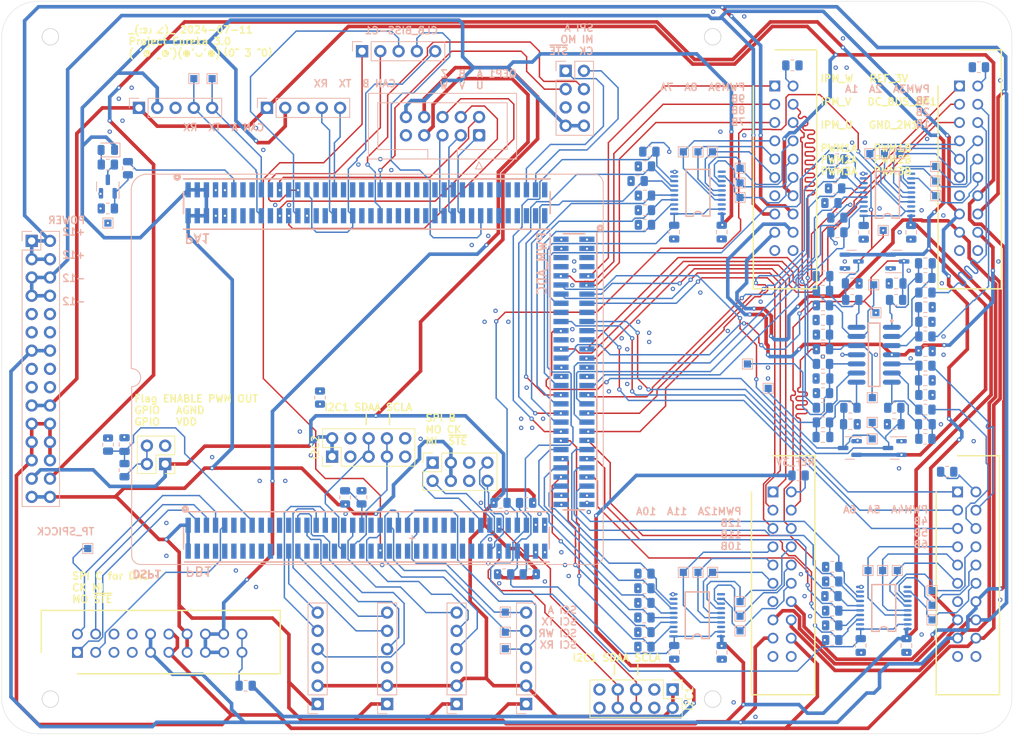
<source format=kicad_pcb>
(kicad_pcb (version 20221018) (generator pcbnew)
  (layers (0 "F.Cu" signal) (1 "In1.Cu" signal) (2 "In2.Cu" signal) (31 "B.Cu" signal) (34 "B.Paste" user) (35 "F.Paste" user) (36 "B.SilkS" user "B.Silkscreen") (37 "F.SilkS" user "F.Silkscreen") (38 "B.Mask" user) (39 "F.Mask" user) (44 "Edge.Cuts" user))
  (net 0 "")
  (net 1 "AGND")
  (net 2 "VDD")
  (net 3 "/DSP_PWM1~{_ENABL}E")
  (net 4 "/DSP_PWM2~{_ENABL}E")
  (net 5 "/DSP_PWM3~{_ENABL}E")
  (net 6 "/DSP_PWM4~{_ENABL}E")
  (net 7 "A+5V")
  (net 8 "/IPM_Temperature1")
  (net 9 "/IPM_Temperature2")
  (net 10 "D+5V")
  (net 11 "/IPM_VDC_BUS1")
  (net 12 "/IPM_VDC_BUS2")
  (net 13 "/DSP_B_CAN_TX")
  (net 14 "/DSP_B_CAN_RX")
  (net 15 "/DSP_A_CAN_TX")
  (net 16 "/DSP_A_CAN_RX")
  (net 17 "/IPM_IU1")
  (net 18 "/IPM_IV1")
  (net 19 "/IPM_IW1")
  (net 20 "/IPM_IU2")
  (net 21 "/IPM_IV2")
  (net 22 "/IPM_IW2")
  (net 23 "/IPM_IU3")
  (net 24 "/IPM_IW3")
  (net 25 "/IPM_IU4")
  (net 26 "/IPM_IW4")
  (net 27 "/QEP1_HALL_U")
  (net 28 "/MQEP1A")
  (net 29 "/QEP1_HALL_V")
  (net 30 "/MQEP1B")
  (net 31 "/QEP1_HALL_W")
  (net 32 "/MQEP1Z")
  (net 33 "PE_GND")
  (net 34 "/MQEP1S")
  (net 35 "/QEP2_HALL_U")
  (net 36 "/QEP2_HALL_W")
  (net 37 "/QEP3_HALL_U")
  (net 38 "/MQEP3A")
  (net 39 "/QEP3_HALL_V")
  (net 40 "/MQEP3B")
  (net 41 "/QEP3_HALL_W")
  (net 42 "/MQEP3Z")
  (net 43 "/MQEP3S")
  (net 44 "/MUSB_EN")
  (net 45 "/MUSB_DM")
  (net 46 "/MUSB_FLT")
  (net 47 "/MUSB_ID")
  (net 48 "/MUSB_INT")
  (net 49 "/MUSB_VB")
  (net 50 "/MUSB_DP")
  (net 51 "/MUSB_BZ")
  (net 52 "Net-(IPM-LEM1-Pad2)")
  (net 53 "12VGND")
  (net 54 "A-5V")
  (net 55 "+12")
  (net 56 "-12")
  (net 57 "/LED1")
  (net 58 "/LED3")
  (net 59 "/UART_SCI_RXDD")
  (net 60 "/UART_SCI_TXDD")
  (net 61 "/~{SPI_A_STE_HS}")
  (net 62 "/SPI_A_CK_HS")
  (net 63 "AVDD")
  (net 64 "/LED2")
  (net 65 "/LED4")
  (net 66 "/ECAP1_IPM_TerminalDutyU1")
  (net 67 "/ECAP2_IPM_TerminalDutyV1")
  (net 68 "/ECAP3_IPM_TerminalDutyW1")
  (net 69 "/ECAP4_IPM_TerminalDutyU2")
  (net 70 "/SPI_A_MO_HS")
  (net 71 "/ECAP5_IPM_TerminalDutyV2")
  (net 72 "/SPI_A_MI_HS")
  (net 73 "/ECAP6_IPM_TerminalDutyW2")
  (net 74 "/SPI_C_MO_HS")
  (net 75 "/SPI_C_MI_HS")
  (net 76 "/SPI_C_CK_HS")
  (net 77 "/~{SPI_C_STE_HS}")
  (net 78 "/DI-1-DSP-3.3V")
  (net 79 "/DI-2-DSP-3.3V")
  (net 80 "Net-(C13-Pad2)")
  (net 81 "/DSP_PWM4_~{FAULT}")
  (net 82 "Net-(C17-Pad2)")
  (net 83 "/DSP_PWM3_~{FAULT}")
  (net 84 "/DSP_PWM2_~{FAULT}")
  (net 85 "/DSP_PWM1_~{FAULT}")
  (net 86 "/UART_SCI_TXDB")
  (net 87 "/BootFromFlash")
  (net 88 "/UART_SCI_RXDB")
  (net 89 "/UART_SCI_RXDA")
  (net 90 "/IPM_IV3")
  (net 91 "/UART_SCI_TXDA")
  (net 92 "/UART_SCI_RXDC")
  (net 93 "/UART_SCI_TXDC")
  (net 94 "/SPI_B_CK_HS")
  (net 95 "/~{SPI_B_STE_HS}")
  (net 96 "/AD_14")
  (net 97 "/AD_15")
  (net 98 "/ADD4")
  (net 99 "/ADD5")
  (net 100 "/DSP-PWM1A")
  (net 101 "/DSP-PWM1B")
  (net 102 "/DSP-PWM2A")
  (net 103 "/DSP-PWM2B")
  (net 104 "/DSP-PWM3A")
  (net 105 "/DSP-PWM3B")
  (net 106 "/DSP-PWM4A")
  (net 107 "/DSP-PWM4B")
  (net 108 "/DSP-PWM5A")
  (net 109 "/DSP-PWM5B")
  (net 110 "/DSP-PWM6A")
  (net 111 "/DSP-PWM6B")
  (net 112 "/PWM1A_5V")
  (net 113 "/PWM2A_5V")
  (net 114 "/PWM3A_5V")
  (net 115 "/PWM1B_5V")
  (net 116 "/PWM2B_5V")
  (net 117 "/PWM3B_5V")
  (net 118 "/PWM4A_5V")
  (net 119 "/PWM5A_5V")
  (net 120 "/PWM6A_5V")
  (net 121 "/PWM4B_5V")
  (net 122 "/PWM5B_5V")
  (net 123 "/PWM6B_5V")
  (net 124 "D12V1")
  (net 125 "REF_3V")
  (net 126 "Net-(IPM-LEM2-Pad2)")
  (net 131 "/UART_SCI_WRC")
  (net 132 "/UART_SCI_WRD")
  (net 133 "Net-(Q1-B)")
  (net 134 "Net-(Q1-C)")
  (net 139 "Net-(DI1-Pin_3)")
  (net 140 "/IPM_IV4")
  (net 141 "/IPM_Temperature4")
  (net 142 "/IPM_Temperature3")
  (net 143 "/DSP-PWM7A")
  (net 144 "/DSP-PWM7B")
  (net 145 "/DSP-PWM8A")
  (net 146 "/DSP-PWM8B")
  (net 147 "/DSP-PWM9A")
  (net 148 "/DSP-PWM9B")
  (net 149 "/DSP-PWM10A")
  (net 150 "/DSP-PWM10B")
  (net 151 "/DSP-PWM11A")
  (net 152 "/DSP-PWM11B")
  (net 153 "/DSP-PWM12A")
  (net 154 "/DSP-PWM12B")
  (net 155 "/UART_SCI_WRB")
  (net 156 "/UART_SCI_WRA")
  (net 157 "/IPM_VDC_BUS4")
  (net 158 "/IPM_VDC_BUS3")
  (net 159 "/MSCLA")
  (net 160 "/MSDAA")
  (net 161 "Net-(IPM-LEM3-Pad2)")
  (net 162 "Net-(IPM-LEM4-Pad2)")
  (net 163 "/CLB_TX_DIR")
  (net 164 "/CLB_DATA_IN")
  (net 165 "/CLB_DATA_OUT")
  (net 166 "/CLB_PWR_CTL")
  (net 167 "/CLB_SPICLK")
  (net 168 "/PWM7A_5V")
  (net 169 "/PWM8A_5V")
  (net 170 "/PWM9A_5V")
  (net 171 "/PWM7B_5V")
  (net 172 "/PWM8B_5V")
  (net 173 "/PWM9B_5V")
  (net 174 "/PWM10A_5V")
  (net 175 "/PWM11A_5V")
  (net 176 "/PWM12A_5V")
  (net 177 "/PWM10B_5V")
  (net 178 "/PWM11B_5V")
  (net 179 "/PWM12B_5V")
  (net 188 "Net-(C10-Pad2)")
  (net 189 "Net-(C11-Pad2)")
  (net 190 "Net-(C12-Pad1)")
  (net 191 "Net-(C12-Pad2)")
  (net 192 "Net-(C13-Pad1)")
  (net 193 "Net-(C18-Pad2)")
  (net 194 "Net-(C19-Pad1)")
  (net 195 "Net-(C19-Pad2)")
  (net 196 "Net-(C20-Pad1)")
  (net 197 "Net-(C20-Pad2)")
  (net 198 "Net-(D1-K)")
  (net 210 "/MSCLB")
  (net 211 "/MSDAB")
  (net 261 "Net-(RU2-Pad2)")
  (net 265 "/GND_2M4")
  (net 266 "/GND_2M3")
  (net 267 "/GND_2M2")
  (net 268 "/GND_2M1")
  (net 269 "/DC_BUS_2M4")
  (net 270 "/DC_BUS_2M3")
  (net 271 "/DC_BUS_2M2")
  (net 272 "/DC_BUS_2M1")
  (net 273 "/SPI_B_MO_HS")
  (net 274 "/SPI_B_MI_HS")
  (footprint "Connector_PinHeader_2.54mm:PinHeader_2x05_P2.54mm_Vertical" (layer "F.Cu") (at 230.448 124.96 90)
    (fp_text reference "I2C2")
    (fp_text value "Conn_02x05_Odd_Even")
  )
  (footprint "SamacSys_Parts:SHDR20W56P254_2X10_3290X850X950P" (layer "F.Cu") (at 195.072 152.146)
    (fp_text reference "SPI-DAC1" hide)
    (fp_text value "HIF3FC-20PA-2.54DSA" hide)
  )
  (footprint "SamacSys_Parts:SHDR20W56P254_2X10_3290X850X950P" (layer "F.Cu") (at 317.594 73.47675 -90)
    (fp_text reference "IPM-LEM1" hide)
    (fp_text value "HIF3FC-20PA-2.54DSA" hide)
  )
  (footprint "Connector_PinHeader_2.54mm:PinHeader_2x05_P2.54mm_Vertical" (layer "F.Cu") (at 277.748 157.31 -90)
    (fp_text reference "I2C1")
    (fp_text value "Conn_02x05_Odd_Even")
  )
  (footprint "Connector_PinSocket_2.54mm:PinSocket_2x04_P2.54mm_Vertical" (layer "F.Cu") (at 244.408 125.79 90)
    (fp_text reference "SPI1" hide)
    (fp_text value "Conn_02x04_Counter_Clockwise")
  )
  (footprint "SamacSys_Parts:SHDR20W56P254_2X10_3290X850X950P" (layer "F.Cu") (at 291.686 129.858 -90)
    (fp_text reference "IPM-LEM4" hide)
    (fp_text value "HIF3FC-20PA-2.54DSA" hide)
  )
  (footprint "SamacSys_Parts:SHDR20W56P254_2X10_3290X850X950P" (layer "F.Cu") (at 317.34 129.858 -90)
    (fp_text reference "IPM-LEM2" hide)
    (fp_text value "HIF3FC-20PA-2.54DSA" hide)
  )
  (footprint "SamacSys_Parts:SHDR20W56P254_2X10_3290X850X950P" (layer "F.Cu") (at 291.94 73.47675 -90)
    (fp_text reference "IPM-LEM3" hide)
    (fp_text value "HIF3FC-20PA-2.54DSA" hide)
  )
  (footprint "Connector_PinSocket_2.54mm:PinSocket_2x02_P2.54mm_Vertical" (layer "F.Cu") (at 207.264 125.984 -90)
    (fp_text reference "DI1" hide)
    (fp_text value "Conn_02x02_Counter_Clockwise" hide)
  )
  (footprint "Connector_PinHeader_2.54mm:PinHeader_1x06_P2.54mm_Vertical" (layer "B.Cu") (at 247.744 159.322)
    (fp_text reference "UART2" hide)
    (fp_text value "Conn_01x06")
  )
  (footprint "TestPoint:TestPoint_Pad_1.0x1.0mm" (layer "B.Cu") (at 305.984 104.966)
    (fp_text reference "VDC_BUS1" hide)
    (fp_text value "TP-黄色测试点")
  )
  (footprint "1mmlab_footprint:DSP_240_P1A" (layer "B.Cu") (at 278.016625 94.894 -90)
    (fp_text reference "DSP3" hide)
    (fp_text value "TMS320F28377D-BGA-P1A" hide)
  )
  (footprint "Capacitor_SMD:C_0805_2012Metric" (layer "B.Cu") (at 312.858 104.204 180)
    (fp_text reference "C10" hide)
    (fp_text value "102" hide)
  )
  (footprint "Resistor_SMD:R_0805_2012Metric" (layer "B.Cu") (at 253.84 131.382 180)
    (fp_text reference "R32" hide)
    (fp_text value "10K" hide)
  )
  (footprint "Resistor_SMD:R_0805_2012Metric" (layer "B.Cu") (at 308.54 118.174)
    (fp_text reference "R45" hide)
    (fp_text value "1K")
  )
  (footprint "1mmlab_footprint:DSP_240_P1C" (layer "B.Cu") (at 278.016625 94.894 -90)
    (fp_text reference "DSP2" hide)
    (fp_text value "TMS320F28377D-BGA-P1C" hide)
  )
  (footprint "Capacitor_SMD:C_0805_2012Metric" (layer "B.Cu") (at 308.54 120.46)
    (fp_text reference "C16" hide)
    (fp_text value "103")
  )
  (footprint "TestPoint:TestPoint_Pad_1.0x1.0mm" (layer "B.Cu") (at 287.114 88.97075)
    (fp_text reference "TP1" hide)
    (fp_text value "TP-黄色测试点")
  )
  (footprint "Package_TO_SOT_SMD:SOT-23" (layer "B.Cu") (at 308.9695 97.854)
    (fp_text reference "D2" hide)
    (fp_text value "BAR43S" hide)
  )
  (footprint "TestPoint:TestPoint_Pad_1.0x1.0mm" (layer "B.Cu") (at 305.148 82.87475 -90)
    (fp_text reference "TP23" hide)
    (fp_text value "TP-黄色测试点")
  )
  (footprint "Capacitor_SMD:C_0805_2012Metric" (layer "B.Cu") (at 298.634 122.238)
    (fp_text reference "C19" hide)
    (fp_text value "102")
  )
  (footprint "Capacitor_SMD:C_0805_2012Metric" (layer "B.Cu") (at 284.57001 93.77475 -90)
    (fp_text reference "C3" hide)
    (fp_text value "104" hide)
  )
  (footprint "TestPoint:TestPoint_Pad_1.0x1.0mm" (layer "B.Cu") (at 288.138 112.09 180)
    (fp_text reference "DC_BUS_2M3" hide)
    (fp_text value "TP-黄色测试点")
  )
  (footprint "Resistor_SMD:R_0805_2012Metric" (layer "B.Cu") (at 308.794 103.188)
    (fp_text reference "R44" hide)
    (fp_text value "1K")
  )
  (footprint "Resistor_SMD:R_0805_2012Metric" (layer "B.Cu") (at 298.634 103.95 180)
    (fp_text reference "R49" hide)
    (fp_text value "0R")
  )
  (footprint "TestPoint:TestPoint_Pad_1.0x1.0mm" (layer "B.Cu") (at 287.114 147.13)
    (fp_text reference "TP4" hide)
    (fp_text value "TP-黄色测试点")
  )
  (footprint "TestPoint:TestPoint_Pad_1.0x1.0mm" (layer "B.Cu") (at 281.272 82.62075)
    (fp_text reference "TP9" hide)
    (fp_text value "TP-黄色测试点")
  )
  (footprint "Resistor_SMD:R_0805_2012Metric" (layer "B.Cu") (at 273.834245 151.37441)
    (fp_text reference "R3" hide)
    (fp_text value "4.7k" hide)
  )
  (footprint "Capacitor_SMD:C_0805_2012Metric" (layer "B.Cu") (at 312.858 114.364 180)
    (fp_text reference "C11" hide)
    (fp_text value "102" hide)
  )
  (footprint "TestPoint:TestPoint_Pad_1.0x1.0mm" (layer "B.Cu") (at 199.304 92.52 180)
    (fp_text reference "TESTPOINT3" hide)
    (fp_text value "TP-黄色测试点")
  )
  (footprint "Resistor_SMD:R_0805_2012Metric" (layer "B.Cu") (at 273.90201 90.72675)
    (fp_text reference "R2" hide)
    (fp_text value "4.7k" hide)
  )
  (footprint "Resistor_SMD:R_0805_2012Metric" (layer "B.Cu") (at 312.858 102.172)
    (fp_text reference "R36" hide)
    (fp_text value "0R")
  )
  (footprint "TestPoint:TestPoint_Pad_1.0x1.0mm" (layer "B.Cu") (at 307 93.536 180)
    (fp_text reference "VDC_BUS4" hide)
    (fp_text value "TP-黄色测试点")
  )
  (footprint "Resistor_SMD:R_0805_2012Metric" (layer "B.Cu") (at 312.858 106.236 180)
    (fp_text reference "R40" hide)
    (fp_text value "10K")
  )
  (footprint "Resistor_SMD:R_0805_2012Metric" (layer "B.Cu") (at 273.90201 92.75875)
    (fp_text reference "R1" hide)
    (fp_text value "4.7k" hide)
  )
  (footprint "Resistor_SMD:R_0805_2012Metric" (layer "B.Cu") (at 199.326 123.284 90)
    (fp_text reference "R29" hide)
    (fp_text value "1K")
  )
  (footprint "Capacitor_SMD:C_0805_2012Metric" (layer "B.Cu") (at 277.97 152.144 90)
    (fp_text reference "C2" hide)
    (fp_text value "104" hide)
  )
  (footprint "Resistor_SMD:R_0805_2012Metric" (layer "B.Cu") (at 199.296 90.488 180)
    (fp_text reference "R14" hide)
    (fp_text value "2K" hide)
  )
  (footprint "Resistor_SMD:R_0805_2012Metric" (layer "B.Cu") (at 199.296 84.392 180)
    (fp_text reference "R15" hide)
    (fp_text value "1K" hide)
  )
  (footprint "Resistor_SMD:R_0805_2012Metric" (layer "B.Cu") (at 302.698 103.188 180)
    (fp_text reference "R55" hide)
    (fp_text value "1K")
  )
  (footprint "TestPoint:TestPoint_Pad_1.0x1.0mm" (layer "B.Cu") (at 254.508 146.558 180)
    (fp_text reference "TESTPOINT2" hide)
    (fp_text value "TP-黄色测试点")
  )
  (footprint "Connector_PinHeader_2.54mm:PinHeader_1x05_P2.54mm_Vertical" (layer "B.Cu") (at 234.61 68.644 -90)
    (fp_text reference "CLB_BiSS_C1" hide)
    (fp_text value "Conn_01x05")
  )
  (footprint "TestPoint:TestPoint_Pad_1.0x1.0mm" (layer "B.Cu") (at 281.272 141.034)
    (fp_text reference "TP10" hide)
    (fp_text value "TP-黄色测试点")
  )
  (footprint "Resistor_SMD:R_0805_2012Metric" (layer "B.Cu") (at 299.9175 146.368)
    (fp_text reference "R21" hide)
    (fp_text value "4.7K" hide)
  )
  (footprint "TestPoint:TestPoint_Pad_1.0x1.0mm" (layer "B.Cu") (at 283.304 82.62075)
    (fp_text reference "TP7" hide)
    (fp_text value "TP-黄色测试点")
  )
  (footprint "TestPoint:TestPoint_Pad_1.0x1.0mm" (layer "B.Cu") (at 305.488 116.77 180)
    (fp_text reference "DC_BUS_2M4" hide)
    (fp_text value "TP-黄色测试点")
  )
  (footprint "TestPoint:TestPoint_Pad_1.0x1.0mm" (layer "B.Cu") (at 213.782 72.454 90)
    (fp_text reference "TESTPOINT7" hide)
    (fp_text value "TP-黄色测试点")
  )
  (footprint "Resistor_SMD:R_0805_2012Metric" (layer "B.Cu") (at 273.834245 147.31041)
    (fp_text reference "R7" hide)
    (fp_text value "4.7K" hide)
  )
  (footprint "Resistor_SMD:R_0805_2012Metric" (layer "B.Cu") (at 254.348 141.288)
    (fp_text reference "R34" hide)
    (fp_text value "10K")
  )
  (footprint "Resistor_SMD:R_0805_2012Metric" (layer "B.Cu") (at 298.634 120.206)
    (fp_text reference "R52" hide)
    (fp_text value "10K")
  )
  (footprint "TestPoint:TestPoint_Pad_1.0x1.0mm" (layer "B.Cu") (at 279.24 82.62075)
    (fp_text reference "TP11" hide)
    (fp_text value "TP-黄色测试点")
  )
  (footprint "1mmlab_footprint:TSSOP-20" (layer "B.Cu") (at 277.335 91.66655)
    (fp_text reference "U1" hide)
    (fp_text value "SN74ABT541" hide)
  )
  (footprint "Resistor_SMD:R_0805_2012Metric" (layer "B.Cu") (at 298.634 108.014)
    (fp_text reference "R51" hide)
    (fp_text value "10K")
  )
  (footprint "TestPoint:TestPoint_Pad_1.0x1.0mm" (layer "B.Cu") (at 291.028 115.48 180)
    (fp_text reference "GND_2M3" hide)
    (fp_text value "TP-黄色测试点")
  )
  (footprint "Capacitor_SMD:C_0805_2012Metric" (layer "B.Cu") (at 303.878 151.194 90)
    (fp_text reference "C6" hide)
    (fp_text value "104" hide)
  )
  (footprint "Capacitor_SMD:C_0805_2012Metric" (layer "B.Cu") (at 312.858 120.46 180)
    (fp_text reference "C13" hide)
    (fp_text value "102")
  )
  (footprint "Resistor_SMD:R_0805_2012Metric" (layer "B.Cu") (at 228.768 116.7535 90)
    (fp_text reference "RU1" hide)
    (fp_text value "0R")
  )
  (footprint "Resistor_SMD:R_0805_2012Metric" (layer "B.Cu") (at 300.631245 93.79936)
    (fp_text reference "R16" hide)
    (fp_text value "4.7k" hide)
  )
  (footprint "TestPoint:TestPoint_Pad_1.0x1.0mm" (layer "B.Cu") (at 287.114 149.162)
    (fp_text reference "TP2" hide)
    (fp_text value "TP-黄色测试点")
  )
  (footprint "TestPoint:TestPoint_Pad_1.0x1.0mm" (layer "B.Cu") (at 254.508 149.352 180)
    (fp_text reference "TESTPOINT5" hide)
    (fp_text value "TP-黄色测试点")
  )
  (footprint "Resistor_SMD:R_0805_2012Metric" (layer "B.Cu") (at 273.90201 84.63075)
    (fp_text reference "R8" hide)
    (fp_text value "4.7k" hide)
  )
  (footprint "Resistor_SMD:R_0805_2012Metric" (layer "B.Cu") (at 320.294 70.866)
    (fp_text reference "RU3" hide)
    (fp_text value "DNP")
  )
  (footprint "Connector_PinHeader_2.54mm:PinHeader_1x06_P2.54mm_Vertical" (layer "B.Cu") (at 238.092 159.322)
    (fp_text reference "UART3" hide)
    (fp_text value "Conn_01x06")
  )
  (footprint "Capacitor_SMD:C_0805_2012Metric" (layer "B.Cu") (at 310.894745 93.79936 -90)
    (fp_text reference "C8" hide)
    (fp_text value "104" hide)
  )
  (footprint "TestPoint:TestPoint_Pad_1.0x1.0mm" (layer "B.Cu") (at 279.24 141.034)
    (fp_text reference "TP12" hide)
    (fp_text value "TP-黄色测试点")
  )
  (footprint "Resistor_SMD:R_0805_2012Metric" (layer "B.Cu") (at 300.631245 83.63936)
    (fp_text reference "R26" hide)
    (fp_text value "4.7k" hide)
  )
  (footprint "Resistor_SMD:R_0805_2012Metric" (layer "B.Cu") (at 300.322 87.694)
    (fp_text reference "R22" hide)
    (fp_text value "4.7k" hide)
  )
  (footprint "1mmlab_footprint:TSSOP-20" (layer "B.Cu") (at 303.147745 149.34241)
    (fp_text reference "U4" hide)
    (fp_text value "SN74ABT541" hide)
  )
  (footprint "Resistor_SMD:R_0805_2012Metric" (layer "B.Cu") (at 312.858 112.332)
    (fp_text reference "R39" hide)
    (fp_text value "0R")
  )
  (footprint "Resistor_SMD:R_0805_2012Metric" (layer "B.Cu") (at 299.9175 148.4)
    (fp_text reference "R19" hide)
    (fp_text value "4.7k" hide)
  )
  (footprint "Resistor_SMD:R_0805_2012Metric" (layer "B.Cu") (at 315.89 127.064 180)
    (fp_text reference "RU4" hide)
    (fp_text value "DNP")
  )
  (footprint "Resistor_SMD:R_0805_2012Metric" (layer "B.Cu") (at 273.834245 143.24641)
    (fp_text reference "R11" hide)
    (fp_text value "4.7k" hide)
  )
  (footprint "Package_TO_SOT_SMD:SOT-23" (layer "B.Cu") (at 302.6195 97.854)
    (fp_text reference "D5" hide)
    (fp_text value "BAR43S")
  )
  (footprint "Resistor_SMD:R_0805_2012Metric" (layer "B.Cu") (at 218.44 156.782 180)
    (fp_text reference "RU2" hide)
    (fp_text value "0R")
  )
  (footprint "Connector_IDC:IDC-Header_2x05_P2.54mm_Vertical" (layer "B.Cu") (at 250.866 80.328 90)
    (fp_text reference "J1" hide)
    (fp_text value "Conn_02x05_Odd_Even" hide)
  )
  (footprint "TestPoint:TestPoint_Pad_1.0x1.0mm" (layer "B.Cu") (at 254.508 151.638 180)
    (fp_text reference "TESTPOINT1" hide)
    (fp_text value "TP-黄色测试点")
  )
  (footprint "Capacitor_SMD:C_0805_2012Metric" (layer "B.Cu") (at 302.698 100.902 180)
    (fp_text reference "C22" hide)
    (fp_text value "103")
  )
  (footprint "Capacitor_SMD:C_0805_2012Metric" (layer "B.Cu") (at 298.634 99.886)
    (fp_text reference "C20" hide)
    (fp_text value "102")
  )
  (footprint "Resistor_SMD:R_0805_2012Metric" (layer "B.Cu") (at 273.834245 149.34241)
    (fp_text reference "R5" hide)
    (fp_text value "4.7k" hide)
  )
  (footprint "Resistor_SMD:R_0805_2012Metric" (layer "B.Cu") (at 298.634 110.046 180)
    (fp_text reference "R48" hide)
    (fp_text value "0R")
  )
  (footprint "TestPoint:TestPoint_Pad_1.0x1.0mm" (layer "B.Cu") (at 314.292 88.71675 180)
    (fp_text reference "TP13" hide)
    (fp_text value "TP-黄色测试点")
  )
  (footprint "Capacitor_SMD:C_0805_2012Metric" (layer "B.Cu") (at 298.634 114.11)
    (fp_text reference "C17" hide)
    (fp_text value "102")
  )
  (footprint "Capacitor_SMD:C_0805_2012Metric" (layer "B.Cu") (at 312.858 110.3 180)
    (fp_text reference "C14" hide)
    (fp_text value "104")
  )
  (footprint "Capacitor_SMD:C_0805_2012Metric" (layer "B.Cu") (at 302.444 120.46 180)
    (fp_text reference "C21" hide)
    (fp_text value "103")
  )
  (footprint "Resistor_SMD:R_0805_2012Metric" (layer "B.Cu") (at 312.858 108.268)
    (fp_text reference "R37" hide)
    (fp_text value "0R")
  )
  (footprint "Resistor_SMD:R_0805_2012Metric" (layer "B.Cu") (at 294.386 70.612 180)
    (fp_text reference "RU5" hide)
    (fp_text value "DNP")
  )
  (footprint "Capacitor_SMD:C_0805_2012Metric" (layer "B.Cu") (at 284.574 152.144 -90)
    (fp_text reference "C4" hide)
    (fp_text value "104" hide)
  )
  (footprint "Resistor_SMD:R_0805_2012Metric" (layer "B.Cu") (at 257.904 141.288 180)
    (fp_text reference "R35" hide)
    (fp_text value "10K")
  )
  (footprint "TestPoint:TestPoint_Pad_1.0x1.0mm" (layer "B.Cu") (at 305.678 101.09 180)
    (fp_text reference "GND_2M4" hide)
    (fp_text value "TP-黄色测试点")
  )
  (footprint "1mmlab_footprint:TSSOP-20" (layer "B.Cu") (at 303.655745 91.94516)
    (fp_text reference "U3" hide)
    (fp_text value "SN74ABT541" hide)
  )
  (footprint "Resistor_SMD:R_0805_2012Metric" (layer "B.Cu") (at 299.814 144.336)
    (fp_text reference "R23" hide)
    (fp_text value "4.7k" hide)
  )
  (footprint "TestPoint:TestPoint_Pad_1.0x1.0mm" (layer "B.Cu") (at 304.894 140.78 90)
    (fp_text reference "TP24" hide)
    (fp_text value "TP-黄色测试点")
  )
  (footprint "TestPoint:TestPoint_Pad_1.0x1.0mm" (layer "B.Cu") (at 307.18 82.87475 -90)
    (fp_text reference "TP21" hide)
    (fp_text value "TP-黄色测试点")
  )
  (footprint "Connector_PinSocket_2.54mm:PinSocket_2x15_P2.54mm_Vertical" (layer "B.Cu") (at 188.722 94.996 180)
    (fp_text reference "POWER1" hide)
    (fp_text value "HIF3FC-30PA-2.54DSA" hide)
  )
  (footprint "Resistor_SMD:R_0805_2012Metric" (layer "B.Cu") (at 299.9175 142.304)
    (fp_text reference "R25" hide)
    (fp_text value "4.7k" hide)
  )
  (footprint "Resistor_SMD:R_0805_2012Metric" (layer "B.Cu") (at 299.814 89.73536)
    (fp_text reference "R20" hide)
    (fp_text value "4.7K" hide)
  )
  (footprint "Resistor_SMD:R_0805_2012Metric" (layer "B.Cu") (at 234.536 130.62 -90)
    (fp_text reference "R31" hide)
    (fp_text value "3.3K/1%")
  )
  (footprint "Resistor_SMD:R_0805_2012Metric" (layer "B.Cu") (at 272.89 86.678)
    (fp_text reference "R6" hide)
    (fp_text value "4.7k" hide)
  )
  (footprint "Capacitor_SMD:C_0805_2012Metric" (layer "B.Cu") (at 308.794 100.902)
    (fp_text reference "C15" hide)
    (fp_text value "103")
  )
  (footprint "Resistor_SMD:R_0805_2012Metric" (layer "B.Cu") (at 312.858 100.14 180)
    (fp_text reference "R42" hide)
    (fp_text value "10K")
  )
  (footprint "Resistor_SMD:R_0805_2012Metric" (layer "B.Cu") (at 302.444 118.174 180)
    (fp_text reference "R54" hide)
    (fp_text value "1K")
  )
  (footprint "TestPoint:TestPoint_Pad_1.0x1.0mm" (layer "B.Cu") (at 287.114 145.098)
    (fp_text reference "TP6" hide)
    (fp_text value "TP-黄色测试点")
  )
  (footprint "1mmlab_footprint:DSP_240_P1B" (layer "B.Cu") (at 278.016625 94.894 -90)
    (fp_text reference "DSP1")
    (fp_text value "TMS320F28377D-BGA-P1B" hide)
  )
  (footprint "Resistor_SMD:R_0805_2012Metric" (layer "B.Cu") (at 232.25 130.62 -90)
    (fp_text reference "R30" hide)
    (fp_text value "1.69K/1%")
  )
  (footprint "Connector_PinHeader_2.54mm:PinHeader_1x05_P2.54mm_Vertical" (layer "B.Cu") (at 221.402 76.518 -90)
    (fp_text reference "CAN_B1" hide)
    (fp_text value "Conn_01x05")
  )
  (footprint "1mmlab_footprint:SOIC14_M" (layer "B.Cu") (at 305.746 110.808 180)
    (fp_text reference "N1" hide)
    (fp_text value "MCP6024" hide)
  )
  (footprint "Resistor_SMD:R_0805_2012Metric" (layer "B.Cu") (at 300.631245 85.67136)
    (fp_text reference "R24" hide)
    (fp_text value "4.7k" hide)
  )
  (footprint "Connector_PinHeader_2.54mm:PinHeader_1x05_P2.54mm_Vertical" (layer "B.Cu") (at 203.622 76.518 -90)
    (fp_text reference "CAN_A1" hide)
    (fp_text value "Conn_01x05")
  )
  (footprint "Resistor_SMD:R_0805_2012Metric" (layer "B.Cu") (at 273.90201 88.69475)
    (fp_text reference "R4" hide)
    (fp_text value "4.7K" hide)
  )
  (footprint "Connector_PinHeader_2.54mm:PinHeader_1x06_P2.54mm_Vertical" (layer "B.Cu") (at 257.396 159.322)
    (fp_text reference "UART1" hide)
    (fp_text value "Conn_01x06")
  )
  (footprint "TestPoint:TestPoint_Pad_1.0x1.0mm" (layer "B.Cu") (at 287.114 84.90675)
    (fp_text reference "TP5" hide)
    (fp_text value "TP-黄色测试点")
  )
  (footprint "Resistor_SMD:R_0805_2012Metric" (layer "B.Cu") (at 312.858 116.396 180)
    (fp_text reference "R41" hide)
    (fp_text value "10K")
  )
  (footprint "Capacitor_SMD:C_0805_2012Metric" (layer "B.Cu") (at 310.228 151.194 -90)
    (fp_text reference "C9" hide)
    (fp_text value "104" hide)
  )
  (footprint "TestPoint:TestPoint_Pad_1.0x1.0mm" (layer "B.Cu") (at 313.784 147.638)
    (fp_text reference "TP14" hide)
    (fp_text value "TP-黄色测试点")
  )
  (footprint "TestPoint:TestPoint_Pad_1.0x1.0mm" (layer "B.Cu") (at 211.242 72.454 90)
    (fp_text reference "TESTPOINT6" hide)
    (fp_text value "TP-黄色测试点")
  )
  (footprint "Resistor_SMD:R_0805_2012Metric" (layer "B.Cu") (at 273.834245 145.27841)
    (fp_text reference "R9" hide)
    (fp_text value "4.7k" hide)
  )
  (footprint "TestPoint:TestPoint_Pad_1.0x1.0mm" (layer "B.Cu") (at 309.212 82.87475 -90)
    (fp_text reference "TP19" hide)
    (fp_text value "TP-黄色测试点")
  )
  (footprint "Connector_PinSocket_2.54mm:PinSocket_2x04_P2.54mm_Vertical" (layer "B.Cu") (at 262.89 71.374 180)
    (fp_text reference "SPI2" hide)
    (fp_text value "Conn_02x04_Counter_Clockwise")
  )
  (footprint "Capacitor_SMD:C_0805_2012Metric" (layer "B.Cu") (at 201.612 123.284 -90)
    (fp_text reference "C7" hide)
    (fp_text value "103" hide)
  )
  (footprint "1mmlab_footprint:TSSOP-20" (layer "B.Cu") (at 277.239745 150.35841)
    (fp_text reference "U2" hide)
    (fp_text value "SN74ABT541" hide)
  )
  (footprint "Resistor_SMD:R_0805_2012Metric" (layer "B.Cu") (at 295.242 127.572)
    (fp_text reference "RU6" hide)
    (fp_text value "DNP")
  )
  (footprint "TestPoint:TestPoint_Pad_1.0x1.0mm" (layer "B.Cu") (at 313.784 143.574)
    (fp_text reference "TP18" hide)
    (fp_text value "TP-黄色测试点")
  )
  (footprint "Resistor_SMD:R_0805_2012Metric" (layer "B.Cu") (at 298.634 116.142)
    (fp_text reference "R50" hide)
    (fp_text value "10K")
  )
  (footprint "Resistor_SMD:R_0805_2012Metric" (layer "B.Cu") (at 298.634 112.078 180)
    (fp_text reference "R46" hide)
    (fp_text value "0R")
  )
  (footprint "TestPoint:TestPoint_Pad_1.0x1.0mm" (layer "B.Cu") (at 287.114 86.93875)
    (fp_text reference "TP3" hide)
    (fp_text value "TP-黄色测试点")
  )
  (footprint "Resistor_SMD:R_0805_2012Metric" (layer "B.Cu") (at 257.396 131.382)
    (fp_text reference "R33" hide)
    (fp_text value "10K" hide)
  )
  (footprint "Resistor_SMD:R_0805_2012Metric" (layer "B.Cu") (at 201.612 126.84 -90)
    (fp_text reference "R28" hide)
    (fp_text value "100R" hide)
  )
  (footprint "Resistor_SMD:R_0805_2012Metric" (layer "B.Cu") (at 312.858 118.428)
    (fp_text reference "R38" hide)
    (fp_text value "0R")
  )
  (footprint "TestPoint:TestPoint_Pad_1.0x1.0mm" (layer "B.Cu") (at 314.292 84.65275 180)
    (fp_text reference "TP17" hide)
    (fp_text value "TP-黄色测试点")
  )
  (footprint "Resistor_SMD:R_0805_2012Metric" (layer "B.Cu") (at 298.634 118.174 180)
    (fp_text reference "R47" hide)
    (fp_text value "0R")
  )
  (footprint "Connector_PinHeader_2.54mm:PinHeader_1x06_P2.54mm_Vertical" (layer "B.Cu") (at 228.44 159.322)
    (fp_text reference "UART4" hide)
    (fp_text value "Conn_01x06")
  )
  (footprint "TestPoint:TestPoint_Pad_1.0x1.0mm" (layer "B.Cu") (at 305.476 120.206)
    (fp_text reference "VDC_BUS2" hide)
    (fp_text value "TP-黄色测试点")
  )
  (footprint "Resistor_SMD:R_0805_2012Metric" (layer "B.Cu") (at 299.9175 150.432)
    (fp_text reference "R17" hide)
    (fp_text value "4.7k" hide)
  )
  (footprint "Package_TO_SOT_SMD:SOT-23" (layer "B.Cu") (at 199.296 87.44 90)
    (fp_text reference "Q1" hide)
    (fp_text value "FMMT618TA")
  )
  (footprint "Resistor_SMD:R_0805_2012Metric" (layer "B.Cu") (at 312.858 122.492 180)
    (fp_text reference "R43" hide)
    (fp_text value "10K")
  )
  (footprint "TestPoint:TestPoint_Pad_1.0x1.0mm" (layer "B.Cu") (at 306.926 140.78 90)
    (fp_text reference "TP22" hide)
    (fp_text value "TP-黄色测试点")
  )
  (footprint "Capacitor_SMD:C_0805_2012Metric" (layer "B.Cu") (at 312.858 98.108 180)
    (fp_text reference "C12" hide)
    (fp_text value "102" hide)
  )
  (footprint "TestPoint:TestPoint_Pad_1.0x1.0mm" (layer "B.Cu") (at 313.784 145.606)
    (fp_text reference "TP16" hide)
    (fp_text value "TP-黄色测试点")
  )
  (footprint "Package_TO_SOT_SMD:SOT-23" (layer "B.Cu") (at 302.3655 123.762 180)
    (fp_text reference "D4" hide)
    (fp_text value "BAR43S")
  )
  (footprint "TestPoint:TestPoint_Pad_1.0x1.0mm" (layer "B.Cu") (at 314.292 86.68475 180)
    (fp_text reference "TP15" hide)
    (fp_text value "TP-黄色测试点")
  )
  (footprint "Capacitor_SMD:C_0805_2012Metric" (layer "B.Cu") (at 304.290745 93.79936 90)
    (fp_text reference "C5" hide)
    (fp_text value "104" hide)
  )
  (footprint "TestPoint:TestPoint_Pad_1.0x1.0mm" (layer "B.Cu") (at 283.304 141.034)
    (fp_text reference "TP8" hide)
    (fp_text value "TP-黄色测试点")
  )
  (footprint "Resistor_SMD:R_0805_2012Metric" (layer "B.Cu") (at 298.634 101.918)
    (fp_text reference "R53" hide)
    (fp_text value "10K")
  )
  (footprint "LED_SMD:LED_0805_2012Metric" (layer "B.Cu") (at 199.296 82.36 180)
    (fp_text reference "D1" hide)
    (fp_text value "LEDRED")
  )
  (footprint "Resistor_SMD:R_0805_2012Metric" (layer "B.Cu") (at 202.09 84.9 90)
    (fp_text reference "R13" hide)
    (fp_text value "10K" hide)
  )
  (footprint "Resistor_SMD:R_0805_2012Metric" (layer "B.Cu") (at 273.834245 141.21441)
    (fp_text reference "R12" hide)
    (fp_text value "4.7k" hide)
  )
  (footprint "TestPoint:TestPoint_Pad_1.0x1.0mm" (layer "B.Cu") (at 305.476 122.492 180)
    (fp_text reference "VDC_BUS3" hide)
    (fp_text value "TP-黄色测试点")
  )
  (footprint "TestPoint:TestPoint_Pad_1.0x1.0mm" (layer "B.Cu") (at 308.958 140.78 90)
    (fp_text reference "TP20" hide)
    (fp_text value "TP-黄色测试点")
  )
  (footprint "Resistor_SMD:R_0805_2012Metric" (layer "B.Cu") (at 300.631245 91.76736)
    (fp_text reference "R18" hide)
    (fp_text value "4.7k" hide)
  )
  (footprint "TestPoint:TestPoint_Pad_1.0x1.0mm" (layer "B.Cu") (at 196.51 137.732 180)
    (fp_text reference "TESTPOINT4" hide)
    (fp_text value "TP-黄色测试点")
  )
  (footprint "Resistor_SMD:R_0805_2012Metric" (layer "B.Cu") (at 299.9175 140.272)
    (fp_text reference "R27" hide)
    (fp_text value "4.7k" hide)
  )
  (footprint "Capacitor_SMD:C_0805_2012Metric" (layer "B.Cu") (at 277.96601 93.77475 90)
    (fp_text reference "C1" hide)
    (fp_text value "104" hide)
  )
  (footprint "Package_TO_SOT_SMD:SOT-23" (layer "B.Cu") (at 308.6025 123.762 180)
    (fp_text reference "D3" hide)
    (fp_text value "BAR43S")
  )
  (footprint "Resistor_SMD:R_0805_2012Metric" (layer "B.Cu") (at 274.5175 82.59875)
    (fp_text reference "R10" hide)
    (fp_text value "4.7k" hide)
  )
  (footprint "Capacitor_SMD:C_0805_2012Metric" (layer "B.Cu") (at 298.634 105.982)
    (fp_text reference "C18" hide)
    (fp_text value "102")
  )
  (gr_arc (start 184.547 66.675) (mid 185.9977 63.1727) (end 189.5 61.722) (stroke (width 0.05)) (layer "Edge.Cuts"))
  (gr_circle (center 283.318 158.64) (end 284.468 158.64) (stroke (width 0.1)) (fill none) (layer "Edge.Cuts"))
  (gr_line (start 319.929 61.722) (end 189.5 61.722) (stroke (width 0.05)) (layer "Edge.Cuts"))
  (gr_circle (center 191.318 158.64) (end 192.468 158.64) (stroke (width 0.1)) (fill none) (layer "Edge.Cuts"))
  (gr_line (start 324.882 158.496) (end 324.882 66.675) (stroke (width 0.05)) (layer "Edge.Cuts"))
  (gr_line (start 184.547 66.675) (end 184.547 158.496) (stroke (width 0.05)) (layer "Edge.Cuts"))
  (gr_arc (start 189.5 163.449) (mid 185.9977 161.9983) (end 184.547 158.496) (stroke (width 0.05)) (layer "Edge.Cuts"))
  (gr_arc (start 319.929 61.722) (mid 323.4313 63.1727) (end 324.882 66.675) (stroke (width 0.05)) (layer "Edge.Cuts"))
  (gr_arc (start 324.882 158.496) (mid 323.4313 161.9983) (end 319.929 163.449) (stroke (width 0.05)) (layer "Edge.Cuts"))
  (gr_line (start 189.5 163.449) (end 319.929 163.449) (stroke (width 0.05)) (layer "Edge.Cuts"))
  (gr_circle (center 283.318 66.64) (end 284.468 66.64) (stroke (width 0.1)) (fill none) (layer "Edge.Cuts"))
  (gr_circle (center 191.318 66.64) (end 192.468 66.64) (stroke (width 0.1)) (fill none) (layer "Edge.Cuts"))
  (gr_text "CAN B  TX  RX" (at 239.436 73.724) (layer "B.SilkS") (effects (font (size 1 1) (thickness 0.2) bold) (justify left bottom mirror)))
  (gr_text "SCI A\nSCI TX\nSCI WR\nSCI RX" (at 264.582 151.702) (layer "B.SilkS") (effects (font (size 1 1) (thickness 0.2) bold) (justify left bottom mirror)))
  (gr_text "CAN A  TX  RX" (at 221.148 79.82) (layer "B.SilkS") (effects (font (size 1 1) (thickness 0.2) bold) (justify left bottom mirror)))
  (gr_text "PWM3A  2A  1A\n3B  \n2B \n1B  " (at 313.604 79.312) (layer "B.SilkS") (effects (font (size 1 1) (thickness 0.2) bold) (justify left bottom mirror)))
  (gr_text "SPI A\nMI MO\nCK  ~{STE}" (at 266.888 69.21) (layer "B.SilkS") (effects (font (size 1 1) (thickness 0.2) bold) (justify left bottom mirror)))
  (gr_text "PWM9A  8A  7A\n9B  \n8B \n7B  " (at 287.95 79.058) (layer "B.SilkS") (effects (font (size 1 1) (thickness 0.2) bold) (justify left bottom mirror)))
  (gr_text "PWM4A  5A  6A  \n4B  \n5B  \n6B" (at 313.35 137.732) (layer "B.SilkS") (effects (font (size 1 1) (thickness 0.2) bold) (justify left bottom mirror)))
  (gr_text "REF_3V" (at 297.602 126.302) (layer "B.SilkS") (effects (font (size 1 1) (thickness 0.2) bold) (justify left bottom mirror)))
  (gr_text "QEP1 A  B  Z\n      U  V  W" (at 256.2 73.978) (layer "B.SilkS") (effects (font (size 1 1) (thickness 0.2) bold) (justify left bottom mirror)))
  (gr_text "TP_SPICCK" (at 197.526 135.954) (layer "B.SilkS") (effects (font (size 1 1) (thickness 0.2) bold) (justify left bottom mirror)))
  (gr_text "PWM12A  11A  10A\n12B  \n11B \n10B  " (at 287.442 137.986) (layer "B.SilkS") (effects (font (size 1 1) (thickness 0.2) bold) (justify left bottom mirror)))
  (gr_text "POWER\n+12\n\n+12\n\n-12\n\n-12" (at 196.258 103.98) (layer "B.SilkS") (effects (font (size 1 1) (thickness 0.2) bold) (justify left bottom mirror)))
  (gr_text "CLB_BISS-C1\n" (at 245.278 66.358) (layer "B.SilkS") (effects (font (size 1 1) (thickness 0.2) bold) (justify left bottom mirror)))
  (gr_text "I2C1 SDAA SCLA\n       |   |" (at 229.248 120.3) (layer "F.SilkS") (effects (font (size 1 1) (thickness 0.2) bold) (justify left bottom)))
  (gr_text "SPI B\nMO CK\nMI  ~{STE}" (at 243.318 123.4) (layer "F.SilkS") (effects (font (size 1 1) (thickness 0.2) bold) (justify left bottom)))
  (gr_text "SPI C for DAC\nCK MI\nMO ~{STE}" (at 194.224 145.352) (layer "F.SilkS") (effects (font (size 1 1) (thickness 0.2) bold) (justify left bottom)))
  (gr_text "IPM_W   REF_3V\n\nIPM_V   DC_BUS_2M1\n\nIPM_U   GND_2M1\n\nPWM1A   PWM1B\nPWM2A   PWM2B\nPWM3A   PWM3B" (at 298.178 85.91) (layer "F.SilkS") (effects (font (size 1 1) (thickness 0.2) bold) (justify left bottom)))
  (gr_text "_(:з」∠)_ 2024-07-11\nProject Eureka 3.0\n( '◔︎ ‸◔︎`)(●'◡'●)（0^ 3 ^0）" (at 202.068 69.47) (layer "F.SilkS") (effects (font (size 1 1) (thickness 0.2) bold) (justify left bottom)))
  (gr_text "I2C1 SDAA SCLA\n       |   |" (at 263.738 155.1) (layer "F.SilkS") (effects (font (size 1 1) (thickness 0.2) bold) (justify left bottom)))
  (gr_text "Flag ENABLE PWM OUT \nGPIO   AGND\nGPIO   VDD" (at 202.86 120.714) (layer "F.SilkS") (effects (font (size 1 1) (thickness 0.2) bold) (justify left bottom)))
  (via (at 304.206 85.662) (size 0.6) (drill 0.3) (layers "F.Cu" "B.Cu") (net 1))
  (via (at 315.358 91.46) (size 0.6) (drill 0.3) (layers "F.Cu" "B.Cu") (net 1))
  (via (at 297.602 105.982) (size 0.6) (drill 0.3) (layers "F.Cu" "B.Cu") (net 1))
  (via (at 265.852 112.586) (size 0.6) (drill 0.3) (layers "F.Cu" "B.Cu") (net 1))
  (via (at 310.556 99.124) (size 0.6) (drill 0.3) (layers "F.Cu" "B.Cu") (net 1))
  (via (at 313.858 106.236) (size 0.6) (drill 0.3) (layers "F.Cu" "B.Cu") (net 1))
  (via (at 268.9 115.888) (size 0.6) (drill 0.3) (layers "F.Cu" "B.Cu") (net 1))
  (via (at 220.386 128.334) (size 0.6) (drill 0.3) (layers "F.Cu" "B.Cu") (net 1))
  (via (at 262.296 96.076) (size 0.6) (drill 0.3) (layers "F.Cu" "B.Cu") (net 1))
  (via (at 299.634 83.63) (size 0.6) (drill 0.3) (layers "F.Cu" "B.Cu") (net 1))
  (via (at 271.44 114.872) (size 0.6) (drill 0.3) (layers "F.Cu" "B.Cu") (net 1))
  (via (at 272.964 88.71) (size 0.6) (drill 0.3) (layers "F.Cu" "B.Cu") (net 1))
  (via (at 315.018 120.47) (size 0.6) (drill 0.3) (layers "F.Cu" "B.Cu") (net 1))
  (via (at 312.334 149.67) (size 0.6) (drill 0.3) (layers "F.Cu" "B.Cu") (net 1))
  (via (at 262.296 94.806) (size 0.6) (drill 0.3) (layers "F.Cu" "B.Cu") (net 1))
  (via (at 313.858 104.204) (size 0.6) (drill 0.3) (layers "F.Cu" "B.Cu") (net 1))
  (via (at 287.696 80.328) (size 0.6) (drill 0.3) (layers "F.Cu" "B.Cu") (net 1))
  (via (at 295.57 141.288) (size 0.6) (drill 0.3) (layers "F.Cu" "B.Cu") (net 1))
  (via (at 274.488 107.76) (size 0.6) (drill 0.3) (layers "F.Cu" "B.Cu") (net 1))
  (via (at 222.548 90) (size 0.6) (drill 0.3) (layers "F.Cu" "B.Cu") (net 1))
  (via (at 263.82 101.156) (size 0.6) (drill 0.3) (layers "F.Cu" "B.Cu") (net 1))
  (via (at 323.256 144.844) (size 0.6) (drill 0.3) (layers "F.Cu" "B.Cu") (net 1))
  (via (at 284.394 79.82) (size 0.6) (drill 0.3) (layers "F.Cu" "B.Cu") (net 1))
  (via (at 315.382 110.808) (size 0.6) (drill 0.3) (layers "F.Cu" "B.Cu") (net 1))
  (via (at 264.074 99.124) (size 0.6) (drill 0.3) (layers "F.Cu" "B.Cu") (net 1))
  (via (at 272.964 145.352) (size 0.6) (drill 0.3) (layers "F.Cu" "B.Cu") (net 1))
  (via (at 315.382 108.268) (size 0.6) (drill 0.3) (layers "F.Cu" "B.Cu") (net 1))
  (via (at 277.79 144.082) (size 0.6) (drill 0.3) (layers "F.Cu" "B.Cu") (net 1))
  (via (at 296.078 144.336) (size 0.6) (drill 0.3) (layers "F.Cu" "B.Cu") (net 1))
  (via (at 234.61 129.604) (size 0.6) (drill 0.3) (layers "F.Cu" "B.Cu") (net 1))
  (via (at 264.074 97.854) (size 0.6) (drill 0.3) (layers "F.Cu" "B.Cu") (net 1))
  (via (at 301.92 70.93) (size 0.6) (drill 0.3) (layers "F.Cu" "B.Cu") (net 1))
  (via (at 272.964 149.416) (size 0.6) (drill 0.3) (layers "F.Cu" "B.Cu") (net 1))
  (via (at 298.872 89.726) (size 0.6) (drill 0.3) (layers "F.Cu" "B.Cu") (net 1))
  (via (at 200.828 75.248) (size 0.6) (drill 0.3) (layers "F.Cu" "B.Cu") (net 1))
  (via (at 266.106 132.652) (size 0.6) (drill 0.3) (layers "F.Cu" "B.Cu") (net 1))
  (via (at 199.558 79.82) (size 0.6) (drill 0.3) (layers "F.Cu" "B.Cu") (net 1))
  (via (at 309.198 126.59) (size 0.6) (drill 0.3) (layers "F.Cu" "B.Cu") (net 1))
  (via (at 272.964 151.448) (size 0.6) (drill 0.3) (layers "F.Cu" "B.Cu") (net 1))
  (via (at 310.81 111.316) (size 0.6) (drill 0.3) (layers "F.Cu" "B.Cu") (net 1))
  (via (at 303.444 122.746) (size 0.6) (drill 0.3) (layers "F.Cu" "B.Cu") (net 1))
  (via (at 226.959425 91.4997) (size 0.6) (drill 0.3) (layers "F.Cu" "B.Cu") (net 1))
  (via (at 198.288 90.488) (size 0.6) (drill 0.3) (layers "F.Cu" "B.Cu") (net 1))
  (via (at 272.964 143.32) (size 0.6) (drill 0.3) (layers "F.Cu" "B.Cu") (net 1))
  (via (at 201.336 78.296) (size 0.6) (drill 0.3) (layers "F.Cu" "B.Cu") (net 1))
  (via (at 251.628 106.236) (size 0.6) (drill 0.3) (layers "F.Cu" "B.Cu") (net 1))
  (via (at 258.74 134.43) (size 0.6) (drill 0.3) (layers "F.Cu" "B.Cu") (net 1))
  (via (at 271.948 86.678) (size 0.6) (drill 0.3) (layers "F.Cu" "B.Cu") (net 1))
  (via (at 214.29 91.504) (size 0.6) (drill 0.3) (layers "F.Cu" "B.Cu") (net 1))
  (via (at 303.698 100.902) (size 0.6) (drill 0.3) (layers "F.Cu" "B.Cu") (net 1))
  (via (at 265.852 131.382) (size 0.6) (drill 0.3) (layers "F.Cu" "B.Cu") (net 1))
  (via (at 312.334 90.742) (size 0.6) (drill 0.3) (layers "F.Cu" "B.Cu") (net 1))
  (via (at 242.738 122.492) (size 0.6) (drill 0.3) (layers "F.Cu" "B.Cu") (net 1))
  (via (at 286.228 159.1) (size 0.6) (drill 0.3) (layers "F.Cu" "B.Cu") (net 1))
  (via (at 299.126 140.272) (size 0.6) (drill 0.3) (layers "F.Cu" "B.Cu") (net 1))
  (via (at 227.498 124.778) (size 0.6) (drill 0.3) (layers "F.Cu" "B.Cu") (net 1))
  (via (at 289.258 161.11) (size 0.6) (drill 0.3) (layers "F.Cu" "B.Cu") (net 1))
  (via (at 251.12 131.382) (size 0.6) (drill 0.3) (layers "F.Cu" "B.Cu") (net 1))
  (via (at 256.708 120.968) (size 0.6) (drill 0.3) (layers "F.Cu" "B.Cu") (net 1))
  (via (at 287.696 63.818) (size 0.6) (drill 0.3) (layers "F.Cu" "B.Cu") (net 1))
  (via (at 277.282 82.614) (size 0.6) (drill 0.3) (layers "F.Cu" "B.Cu") (net 1))
  (via (at 213.782 125.032) (size 0.6) (drill 0.3) (layers "F.Cu" "B.Cu") (net 1))
  (via (at 300.396 70.93) (size 0.6) (drill 0.3) (layers "F.Cu" "B.Cu") (net 1))
  (via (at 303.952 152.21) (size 0.6) (drill 0.3) (layers "F.Cu" "B.Cu") (net 1))
  (via (at 259.756 119.698) (size 0.6) (drill 0.3) (layers "F.Cu" "B.Cu") (net 1))
  (via (at 223.942 128.334) (size 0.6) (drill 0.3) (layers "F.Cu" "B.Cu") (net 1))
  (via (at 224.468 90.01) (size 0.6) (drill 0.3) (layers "F.Cu" "B.Cu") (net 1))
  (via (at 297.602 108.014) (size 0.6) (drill 0.3) (layers "F.Cu" "B.Cu") (net 1))
  (via (at 260.01 134.43) (size 0.6) (drill 0.3) (layers "F.Cu" "B.Cu") (net 1))
  (via (at 217.084 140.78) (size 0.6) (drill 0.3) (layers "F.Cu" "B.Cu") (net 1))
  (via (at 219.878 143.066) (size 0.6) (drill 0.3) (layers "F.Cu" "B.Cu") (net 1))
  (via (at 271.44 110.046) (size 0.6) (drill 0.3) (layers "F.Cu" "B.Cu") (net 1))
  (via (at 262.296 130.366) (size 0.6) (drill 0.3) (layers "F.Cu" "B.Cu") (net 1))
  (via (at 259.248 132.906) (size 0.6) (drill 0.3) (layers "F.Cu" "B.Cu") (net 1))
  (via (at 265.852 96.076) (size 0.6) (drill 0.3) (layers "F.Cu" "B.Cu") (net 1))
  (via (at 253.152 104.712) (size 0.6) (drill 0.3) (layers "F.Cu" "B.Cu") (net 1))
  (via (at 319.568 122.81) (size 0.6) (drill 0.3) (layers "F.Cu" "B.Cu") (net 1))
  (via (at 298.872 146.368) (size 0.6) (drill 0.3) (layers "F.Cu" "B.Cu") (net 1))
  (via (at 323.002 97.854) (size 0.6) (drill 0.3) (layers "F.Cu" "B.Cu") (net 1))
  (via (at 296.84 147.13) (size 0.6) (drill 0.3) (layers "F.Cu" "B.Cu") (net 1))
  (via (at 305.984 110.808) (size 0.6) (drill 0.3) (layers "F.Cu" "B.Cu") (net 1))
  (via (at 262.804 140.018) (size 0.6) (drill 0.3) (layers "F.Cu" "B.Cu") (net 1))
  (via (at 260.01 138.24) (size 0.6) (drill 0.3) (layers "F.Cu" "B.Cu") (net 1))
  (via (at 256.708 119.698) (size 0.6) (drill 0.3) (layers "F.Cu" "B.Cu") (net 1))
  (via (at 258.74 138.24) (size 0.6) (drill 0.3) (layers "F.Cu" "B.Cu") (net 1))
  (via (at 249.85 95.568) (size 0.6) (drill 0.3) (layers "F.Cu" "B.Cu") (net 1))
  (via (at 306.492 90.488) (size 0.6) (drill 0.3) (layers "F.Cu" "B.Cu") (net 1))
  (via (at 308.016 98.87) (size 0.6) (drill 0.3) (layers "F.Cu" "B.Cu") (net 1))
  (via (at 272.964 92.774) (size 0.6) (drill 0.3) (layers "F.Cu" "B.Cu") (net 1))
  (via (at 265.852 113.856) (size 0.6) (drill 0.3) (layers "F.Cu" "B.Cu") (net 1))
  (via (at 272.964 147.384) (size 0.6) (drill 0.3) (layers "F.Cu" "B.Cu") (net 1))
  (via (at 262.296 113.856) (size 0.6) (drill 0.3) (layers "F.Cu" "B.Cu") (net 1))
  (via (at 290.998 112.586) (size 0.6) (drill 0.3) (layers "F.Cu" "B.Cu") (net 1))
  (via (at 273.218 115.38) (size 0.6) (drill 0.3) (layers "F.Cu" "B.Cu") (net 1))
  (via (at 260.01 142.304) (size 0.6) (drill 0.3) (layers "F.Cu" "B.Cu") (net 1))
  (via (at 262.296 131.636) (size 0.6) (drill 0.3) (layers "F.Cu" "B.Cu") (net 1))
  (via (at 270.678 108.522) (size 0.6) (drill 0.3) (layers "F.Cu" "B.Cu") (net 1))
  (via (at 207.432 134.176) (size 0.6) (drill 0.3) (layers "F.Cu" "B.Cu") (net 1))
  (via (at 298.872 148.4) (size 0.6) (drill 0.3) (layers "F.Cu" "B.Cu") (net 1))
  (via (at 262.296 112.586) (size 0.6) (drill 0.3) (layers "F.Cu" "B.Cu") (net 1))
  (via (at 207.432 138.748) (size 0.6) (drill 0.3) (layers "F.Cu" "B.Cu") (net 1))
  (via (at 220.894 82.36) (size 0.6) (drill 0.3) (layers "F.Cu" "B.Cu") (net 1))
  (via (at 298.872 150.432) (size 0.6) (drill 0.3) (layers "F.Cu" "B.Cu") (net 1))
  (via (at 301.666 98.87) (size 0.6) (drill 0.3) (layers "F.Cu" "B.Cu") (net 1))
  (via (at 263.312 141.542) (size 0.6) (drill 0.3) (layers "F.Cu" "B.Cu") (net 1))
  (via (at 303.444 120.46) (size 0.6) (drill 0.3) (layers "F.Cu" "B.Cu") (net 1))
  (via (at 304.206 94.806) (size 0.6) (drill 0.3) (layers "F.Cu" "B.Cu") (net 1))
  (via (at 237.404 140.018) (size 0.6) (drill 0.3) (layers "F.Cu" "B.Cu") (net 1))
  (via (at 289.982 103.442) (size 0.6) (drill 0.3) (layers "F.Cu" "B.Cu") (net 1))
  (via (at 272.964 141.288) (size 0.6) (drill 0.3) (layers "F.Cu" "B.Cu") (net 1))
  (via (at 272.964 90.742) (size 0.6) (drill 0.3) (layers "F.Cu" "B.Cu") (net 1))
  (via (at 253.66 142.558) (size 0.6) (drill 0.3) (layers "F.Cu" "B.Cu") (net 1))
  (via (at 285.41 107.506) (size 0.6) (drill 0.3) (layers "F.Cu" "B.Cu") (net 1))
  (via (at 237.15 83.63) (size 0.6) (drill 0.3) (layers "F.Cu" "B.Cu") (net 1))
  (via (at 309.54 122.812) (size 0.6) (drill 0.3) (layers "F.Cu" "B.Cu") (net 1))
  (via (at 299.38 87.694) (size 0.6) (drill 0.3) (layers "F.Cu" "B.Cu") (net 1))
  (via (at 274.488 109.03) (size 0.6) (drill 0.3) (layers "F.Cu" "B.Cu") (net 1))
  (via (at 303.952 143.066) (size 0.6) (drill 0.3) (layers "F.Cu" "B.Cu") (net 1))
  (via (at 302.428 89.98) (size 0.6) (drill 0.3) (layers "F.Cu" "B.Cu") (net 1))
  (via (at 279.568 159.068) (size 0.6) (drill 0.3) (layers "F.Cu" "B.Cu") (net 1))
  (via (at 310.81 94.806) (size 0.6) (drill 0.3) (layers "F.Cu" "B.Cu") (net 1))
  (via (at 298.872 144.336) (size 0.6) (drill 0.3) (layers "F.Cu" "B.Cu") (net 1))
  (via (at 277.876 94.742) (size 0.6) (drill 0.3) (layers "F.Cu" "B.Cu") (net 1))
  (via (at 297.602 114.11) (size 0.6) (drill 0.3) (layers "F.Cu" "B.Cu") (net 1))
  (via (at 263.82 107.252) (size 0.6) (drill 0.3) (layers "F.Cu" "B.Cu") (net 1))
  (via (at 301.666 97.854) (size 0.6) (drill 0.3) (layers "F.Cu" "B.Cu") (net 1))
  (via (at 254.678 132.72) (size 0.6) (drill 0.3) (layers "F.Cu" "B.Cu") (net 1))
  (via (at 298.618 111.062) (size 0.6) (drill 0.3) (layers "F.Cu" "B.Cu") (net 1))
  (via (at 252.136 94.298) (size 0.6) (drill 0.3) (layers "F.Cu" "B.Cu") (net 1))
  (via (at 199.304 92.52) (size 0.6) (drill 0.3) (layers "F.Cu" "B.Cu") (net 1))
  (via (at 257.47 115.38) (size 0.6) (drill 0.3) (layers "F.Cu" "B.Cu") (net 1))
  (via (at 302.682 81.344) (size 0.6) (drill 0.3) (layers "F.Cu" "B.Cu") (net 1))
  (via (at 258.232 120.968) (size 0.6) (drill 0.3) (layers "F.Cu" "B.Cu") (net 1))
  (via (at 281.6 102.172) (size 0.6) (drill 0.3) (layers "F.Cu" "B.Cu") (net 1))
  (via (at 199.304 122.492) (size 0.6) (drill 0.3) (layers "F.Cu" "B.Cu") (net 1))
  (via (at 228.768 117.666) (size 0.6) (drill 0.3) (layers "F.Cu" "B.Cu") (net 1))
  (via (at 283.388 63.16) (size 0.6) (drill 0.3) (layers "F.Cu" "B.Cu") (net 1))
  (via (at 277.79 101.664) (size 0.6) (drill 0.3) (layers "F.Cu" "B.Cu") (net 1))
  (via (at 310.302 152.21) (size 0.6) (drill 0.3) (layers "F.Cu" "B.Cu") (net 1))
  (via (at 307.762 100.902) (size 0.6) (drill 0.3) (layers "F.Cu" "B.Cu") (net 1))
  (via (at 198.288 88.456) (size 0.6) (drill 0.3) (layers "F.Cu" "B.Cu") (net 1))
  (via (at 272.964 106.236) (size 0.6) (drill 0.3) (layers "F.Cu" "B.Cu") (net 1))
  (via (at 201.59 122.238) (size 0.6) (drill 0.3) (layers "F.Cu" "B.Cu") (net 1))
  (via (at 304.46 81.344) (size 0.6) (drill 0.3) (layers "F.Cu" "B.Cu") (net 1))
  (via (at 284.48 94.742) (size 0.6) (drill 0.3) (layers "F.Cu" "B.Cu") (net 1))
  (via (at 301.338 110.808) (size 0.6) (drill 0.3) (layers "F.Cu" "B.Cu") (net 1))
  (via (at 301.412 66.866) (size 0.6) (drill 0.3) (layers "F.Cu" "B.Cu") (net 1))
  (via (at 232.324 132.906) (size 0.6) (drill 0.3) (layers "F.Cu" "B.Cu") (net 1))
  (via (at 299.634 85.662) (size 0.6) (drill 0.3) (layers "F.Cu" "B.Cu") (net 1))
  (via (at 313.858 116.396) (size 0.6) (drill 0.3) (layers "F.Cu" "B.Cu") (net 1))
  (via (at 300.396 95.314) (size 0.6) (drill 0.3) (layers "F.Cu" "B.Cu") (net 1))
  (via (at 265.852 94.806) (size 0.6) (drill 0.3) (layers "F.Cu" "B.Cu") (net 1))
  (via (at 215.56 87.948) (size 0.6) (drill 0.3) (layers "F.Cu" "B.Cu") (net 1))
  (via (at 214.29 87.948) (size 0.6) (drill 0.3) (layers "F.Cu" "B.Cu") (net 1))
  (via (at 238.674 85.154) (size 0.6) (drill 0.3) (layers "F.Cu" "B.Cu") (net 1))
  (via (at 290.998 114.11) (size 0.6) (drill 0.3) (layers "F.Cu" "B.Cu") (net 1))
  (via (at 202.606 73.724) (size 0.6) (drill 0.3) (layers "F.Cu" "B.Cu") (net 1))
  (via (at 278.044 85.408) (size 0.6) (drill 0.3) (layers "F.Cu" "B.Cu") (net 1))
  (via (at 265.852 130.366) (size 0.6) (drill 0.3) (layers "F.Cu" "B.Cu") (net 1))
  (via (at 284.648 153.226) (size 0.6) (drill 0.3) (layers "F.Cu" "B.Cu") (net 1))
  (via (at 278.044 153.226) (size 0.6) (drill 0.3) (layers "F.Cu" "B.Cu") (net 1))
  (via (at 272.964 84.646) (size 0.6) (drill 0.3) (layers "F.Cu" "B.Cu") (net 1))
  (via (at 313.096 80.836) (size 0.6) (drill 0.3) (layers "F.Cu" "B.Cu") (net 1))
  (via (at 252.39 136.462) (size 0.6) (drill 0.3) (layers "F.Cu" "B.Cu") (net 1))
  (via (at 313.858 110.3) (size 0.6) (drill 0.3) (layers "F.Cu" "B.Cu") (net 1))
  (via (at 254.93 106.236) (size 0.6) (drill 0.3) (layers "F.Cu" "B.Cu") (net 1))
  (via (at 315.148 100.88) (size 0.6) (drill 0.3) (layers "F.Cu" "B.Cu") (net 1))
  (via (at 252.136 139.764) (size 0.6) (drill 0.3) (layers "F.Cu" "B.Cu") (net 1))
  (via (at 307.508 120.46) (size 0.6) (drill 0.3) (layers "F.Cu" "B.Cu") (net 1))
  (via (at 263.82 108.776) (size 0.6) (drill 0.3) (layers "F.Cu" "B.Cu") (net 1))
  (via (at 313.858 114.364) (size 0.6) (drill 0.3) (layers "F.Cu" "B.Cu") (net 1))
  (via (at 309.286 93.79) (size 0.6) (drill 0.3) (layers "F.Cu" "B.Cu") (net 1))
  (via (at 234.102 84.392) (size 0.6) (drill 0.3) (layers "F.Cu" "B.Cu") (net 1))
  (via (at 297.602 116.142) (size 0.6) (drill 0.3) (layers "F.Cu" "B.Cu") (net 1))
  (via (at 215.56 91.504) (size 0.6) (drill 0.3) (layers "F.Cu" "B.Cu") (net 1))
  (via (at 262.296 138.24) (size 0.6) (drill 0.3) (layers "F.Cu" "B.Cu") (net 1))
  (via (at 323.256 72.708) (size 0.6) (drill 0.3) (layers "F.Cu" "B.Cu") (net 1))
  (via (at 299.126 142.304) (size 0.6) (drill 0.3) (layers "F.Cu" "B.Cu") (net 1))
  (via (at 219.878 79.312) (size 0.6) (drill 0.3) (layers "F.Cu" "B.Cu") (net 1))
  (via (at 225.974 121.476) (size 0.6) (drill 0.3) (layers "F.Cu" "B.Cu") (net 1))
  (segment (start 303.296 110.808) (end 301.338 110.808) (width 0.2) (layer "B.Cu") (net 1))
  (segment (start 299.718745 94.636745) (end 300.396 95.314) (width 0.2) (layer "B.Cu") (net 1))
  (segment (start 314.062 103.66525) (end 314.0245 103.70275) (width 0.2) (layer "B.Cu") (net 1))
  (segment (start 273.605 82.59875) (end 274.85975 81.344) (width 0.2) (layer "B.Cu") (net 1))
  (segment (start 301.944025 89.98) (end 302.428 89.98) (width 0.2) (layer "B.Cu") (net 1))
  (segment (start 299.718745 91.76736) (end 300.156665 91.76736) (width 0.2) (layer "B.Cu") (net 1))
  (segment (start 274.85975 81.344) (end 276.52 81.344) (width 0.2) (layer "B.Cu") (net 1))
  (segment (start 299.718745 93.79936) (end 299.718745 94.636745) (width 0.2) (layer "B.Cu") (net 1))
  (segment (start 276.52 81.344) (end 277.282 82.106) (width 0.2) (layer "B.Cu") (net 1))
  (segment (start 300.156665 91.76736) (end 301.944025 89.98) (width 0.2) (layer "B.Cu") (net 1))
  (segment (start 277.282 82.106) (end 277.282 82.614) (width 0.2) (layer "B.Cu") (net 1))
  (segment (start 252.898 131.382) (end 252.898 130.62) (width 0.5) (layer "F.Cu") (net 2))
  (segment (start 247.564 70.93) (end 243.246 75.248) (width 0.5) (layer "F.Cu") (net 2))
  (segment (start 251.882 155.766) (end 248.76 155.766) (width 0.5) (layer "F.Cu") (net 2))
  (segment (start 258.994 74.994) (end 254.93 70.93) (width 0.5) (layer "F.Cu") (net 2))
  (segment (start 251.882 147.384) (end 251.882 155.766) (width 0.5) (layer "F.Cu") (net 2))
  (segment (start 251.882 155.766) (end 252.898 156.782) (width 0.5) (layer "F.Cu") (net 2))
  (segment (start 247.744 156.782) (end 238.092 156.782) (width 0.5) (layer "F.Cu") (net 2))
  (segment (start 253.914 129.604) (end 257.724 129.604) (width 0.5) (layer "F.Cu") (net 2))
  (segment (start 249.628 136.43) (end 249.628 145.13) (width 0.5) (layer "F.Cu") (net 2))
  (segment (start 248.76 155.766) (end 247.744 156.782) (width 0.5) (layer "F.Cu") (net 2))
  (segment (start 207.264 125.984) (end 210.29 125.984) (width 0.5) (layer "F.Cu") (net 2))
  (segment (start 258.74 141.288) (end 258.232 141.796) (width 0.5) (layer "F.Cu") (net 2))
  (segment (start 212.004 124.27) (end 212.766 123.508) (width 0.5) (layer "F.Cu") (net 2))
  (segment (start 254.168 85.662) (end 258.994 80.836) (width 0.5) (layer "F.Cu") (net 2))
  (segment (start 258.486 130.366) (end 258.486 131.382) (width 0.5) (layer "F.Cu") (net 2))
  (segment (start 258.486 131.382) (end 258.486 131.128) (width 0.5) (layer "F.Cu") (net 2))
  (segment (start 257.724 129.604) (end 257.978 129.858) (width 0.5) (layer "F.Cu") (net 2))
  (segment (start 252.898 130.62) (end 253.914 129.604) (width 0.5) (layer "F.Cu") (net 2))
  (segment (start 276.563 161.057) (end 277.79 159.83) (width 0.5) (layer "F.Cu") (net 2))
  (segment (start 227.244 123.508) (end 227.498 123.254) (width 0.5) (layer "F.Cu") (net 2))
  (segment (start 251.628 134.43) (end 249.628 136.43) (width 0.5) (layer "F.Cu") (net 2))
  (segment (start 249.628 145.13) (end 251.882 147.384) (width 0.5) (layer "F.Cu") (net 2))
  (segment (start 261.671 161.057) (end 276.563 161.057) (width 0.5) (layer "F.Cu") (net 2))
  (segment (start 257.396 156.782) (end 261.671 161.057) (width 0.5) (layer "F.Cu") (net 2))
  (segment (start 252.898 156.782) (end 257.396 156.782) (width 0.5) (layer "F.Cu") (net 2))
  (segment (start 258.74 140.526) (end 258.74 141.288) (width 0.5) (layer "F.Cu") (net 2))
  (segment (start 236.518 119.29) (end 242.738 113.07) (width 0.5) (layer "F.Cu") (net 2))
  (segment (start 251.668 132.612) (end 251.668 133.882) (width 0.5) (layer "F.Cu") (net 2))
  (segment (start 251.628 133.922) (end 251.628 134.43) (width 0.5) (layer "F.Cu") (net 2))
  (segment (start 254.93 137.732) (end 255.946 137.732) (width 0.5) (layer "F.Cu") (net 2))
  (segment (start 254.168 94.806) (end 254.168 85.662) (width 0.5) (layer "F.Cu") (net 2))
  (segment (start 252.898 131.382) (end 251.668 132.612) (width 0.5) (layer "F.Cu") (net 2))
  (segment (start 212.766 123.508) (end 226.482 123.508) (width 0.5) (layer "F.Cu") (net 2))
  (segment (start 257.978 129.858) (end 258.486 130.366) (width 0.5) (layer "F.Cu") (net 2))
  (segment (start 254.168 141.796) (end 253.406 141.034) (width 0.5) (layer "F.Cu") (net 2))
  (segment (start 255.946 137.732) (end 258.74 140.526) (width 0.5) (layer "F.Cu") (net 2))
  (segment (start 251.668 133.882) (end 251.628 133.922) (width 0.5) (layer "F.Cu") (net 2))
  (segment (start 254.93 70.93) (end 247.564 70.93) (width 0.5) (layer "F.Cu") (net 2))
  (segment (start 226.482 123.508) (end 227.244 123.508) (width 0.5) (layer "F.Cu") (net 2))
  (segment (start 242.738 106.236) (end 254.168 94.806) (width 0.5) (layer "F.Cu") (net 2))
  (segment (start 243.246 75.248) (end 243.246 77.788) (width 0.5) (layer "F.Cu") (net 2))
  (segment (start 251.628 134.43) (end 254.93 137.732) (width 0.5) (layer "F.Cu") (net 2))
  (segment (start 277.79 159.83) (end 277.79 157.29) (width 0.5) (layer "F.Cu") (net 2))
  (segment (start 258.232 141.796) (end 254.168 141.796) (width 0.5) (layer "F.Cu") (net 2))
  (segment (start 258.994 80.836) (end 258.994 74.994) (width 0.5) (layer "F.Cu") (net 2))
  (segment (start 242.738 113.07) (end 242.738 106.236) (width 0.5) (layer "F.Cu") (net 2))
  (segment (start 238.092 156.782) (end 228.44 156.782) (width 0.5) (layer "F.Cu") (net 2))
  (segment (start 210.29 125.984) (end 212.004 124.27) (width 0.5) (layer "F.Cu") (net 2))
  (via (at 227.498 123.254) (size 0.6) (drill 0.3) (layers "F.Cu" "B.Cu") (net 2))
  (via (at 258.74 141.288) (size 0.6) (drill 0.3) (layers "F.Cu" "B.Cu") (net 2))
  (via (at 253.406 141.034) (size 0.6) (drill 0.3) (layers "F.Cu" "B.Cu") (net 2))
  (via (at 252.898 131.382) (size 0.6) (drill 0.3) (layers "F.Cu" "B.Cu") (net 2))
  (via (at 258.486 131.382) (size 0.6) (drill 0.3) (layers "F.Cu" "B.Cu") (net 2))
  (via (at 236.518 119.29) (size 0.6) (drill 0.3) (layers "F.Cu" "B.Cu") (net 2))
  (segment (start 227.498 123.254) (end 227.554 123.254) (width 0.5) (layer "B.Cu") (net 2))
  (segment (start 227.498 119.98) (end 227.498 123.254) (width 0.5) (layer "B.Cu") (net 2))
  (segment (start 252.898 131.382) (end 252.9275 131.382) (width 0.5) (layer "B.Cu") (net 2))
  (segment (start 254.2755 130.0045) (end 252.898 131.382) (width 0.5) (layer "B.Cu") (net 2))
  (segment (start 228.578 122.23) (end 230.258 122.23) (width 0.5) (layer "B.Cu") (net 2))
  (segment (start 189.949 126.789) (end 197.251 126.789) (width 0.5) (layer "B.Cu") (net 2))
  (segment (start 188.722 128.016) (end 189.949 126.789) (width 0.5) (layer "B.Cu") (net 2))
  (segment (start 230.448 122.42) (end 230.448 124.96) (width 0.5) (layer "B.Cu") (net 2))
  (segment (start 199.558 129.096) (end 205.908 129.096) (width 0.5) (layer "B.Cu") (net 2))
  (segment (start 228.188 119.29) (end 227.498 119.98) (width 0.5) (layer "B.Cu") (net 2))
  (segment (start 207.264 127.74) (end 207.264 125.984) (width 0.5) (layer "B.Cu") (net 2))
  (segment (start 230.258 122.23) (end 230.448 122.42) (width 0.5) (layer "B.Cu") (net 2))
  (segment (start 197.251 126.789) (end 199.558 129.096) (width 0.5) (layer "B.Cu") (net 2))
  (segment (start 205.908 129.096) (end 207.264 127.74) (width 0.5) (layer "B.Cu") (net 2))
  (segment (start 236.518 119.29) (end 248.988 119.29) (width 0.5) (layer "B.Cu") (net 2))
  (segment (start 236.518 119.29) (end 228.188 119.29) (width 0.5) (layer "B.Cu") (net 2))
  (segment (start 254.2755 124.5775) (end 254.2755 130.0045) (width 0.5) (layer "B.Cu") (net 2))
  (segment (start 227.554 123.254) (end 228.578 122.23) (width 0.5) (layer "B.Cu") (net 2))
  (segment (start 252.9275 131.382) (end 252.9275 131.382) (width 0.5) (layer "B.Cu") (net 2))
  (segment (start 248.988 119.29) (end 254.2755 124.5775) (width 0.5) (layer "B.Cu") (net 2))
  (segment (start 287.188 92.012) (end 286.934 91.758) (width 0.2) (layer "F.Cu") (net 3))
  (segment (start 291.503563 79.502) (end 291.535313 79.53375) (width 0.2) (layer "F.Cu") (net 3))
  (segment (start 286.934 80.074) (end 287.506 79.502) (width 0.2) (layer "F.Cu") (net 3))
  (segment (start 293.503 78.861) (end 293.503 75.051) (width 0.2) (layer "F.Cu") (net 3))
  (segment (start 286.934 91.758) (end 286.934 80.074) (width 0.2) (layer "F.Cu") (net 3))
  (segment (start 276.098 96.012) (end 284.734 96.012) (width 0.2) (layer "F.Cu") (net 3))
  (segment (start 293.503 75.051) (end 293.878 74.676) (width 0.2) (layer "F.Cu") (net 3))
  (segment (start 267.208 104.902) (end 276.098 96.012) (width 0.2) (layer "F.Cu") (net 3))
  (segment (start 287.506 79.502) (end 291.503563 79.502) (width 0.2) (layer "F.Cu") (net 3))
  (segment (start 287.188 93.558) (end 287.188 92.012) (width 0.2) (layer "F.Cu") (net 3))
  (segment (start 303.53 80.01) (end 303.53 82.55) (width 0.2) (layer "F.Cu") (net 3))
  (segment (start 293.878 74.676) (end 298.196 74.676) (width 0.2) (layer "F.Cu") (net 3))
  (segment (start 254.508 104.902) (end 267.208 104.902) (width 0.2) (layer "F.Cu") (net 3))
  (segment (start 284.734 96.012) (end 287.188 93.558) (width 0.2) (layer "F.Cu") (net 3))
  (segment (start 291.535313 79.53375) (end 292.83025 79.53375) (width 0.2) (layer "F.Cu") (net 3))
  (segment (start 292.83025 79.53375) (end 293.503 78.861) (width 0.2) (layer "F.Cu") (net 3))
  (segment (start 253.238 106.172) (end 254.508 104.902) (width 0.2) (layer "F.Cu") (net 3))
  (segment (start 298.196 74.676) (end 303.53 80.01) (width 0.2) (layer "F.Cu") (net 3))
  (via (at 253.238 106.172) (size 0.6) (drill 0.3) (layers "F.Cu" "B.Cu") (net 3))
  (via (at 303.53 82.55) (size 0.6) (drill 0.3) (layers "F.Cu" "B.Cu") (net 3))
  (segment (start 256.172625 132.802125) (end 254.7525 131.382) (width 0.2) (layer "B.Cu") (net 3))
  (segment (start 304.290745 91.51336) (end 309.46339 91.51336) (width 0.2) (layer "B.Cu") (net 3))
  (segment (start 303.53 82.71075) (end 305.984 85.16475) (width 0.2) (layer "B.Cu") (net 3))
  (segment (start 310.06535 90.86335) (end 310.890735 90.86335) (width 0.2) (layer "B.Cu") (net 3))
  (segment (start 304.290745 92.84936) (end 304.290745 91.51336) (width 0.2) (layer "B.Cu") (net 3))
  (segment (start 305.984 85.16475) (end 305.984 86.782) (width 0.2) (layer "B.Cu") (net 3))
  (segment (start 254.7525 118.3545) (end 253.238 116.84) (width 0.2) (layer "B.Cu") (net 3))
  (segment (start 310.1134 90.86335) (end 310.890735 90.86335) (width 0.2) (layer "B.Cu") (net 3))
  (segment (start 256.172625 134.4926) (end 256.172625 132.802125) (width 0.2) (layer "B.Cu") (net 3))
  (segment (start 253.238 116.84) (end 253.238 106.172) (width 0.2) (layer "B.Cu") (net 3))
  (segment (start 303.53 82.55) (end 303.53 82.71075) (width 0.2) (layer "B.Cu") (net 3))
  (segment (start 309.46339 91.51336) (end 310.1134 90.86335) (width 0.2) (layer "B.Cu") (net 3))
  (segment (start 305.984 86.782) (end 310.06535 90.86335) (width 0.2) (layer "B.Cu") (net 3))
  (segment (start 254.7525 131.382) (end 254.7525 118.3545) (width 0.2) (layer "B.Cu") (net 3))
  (segment (start 255.570625 136.859375) (end 257.442625 134.987375) (width 0.2) (layer "B.Cu") (net 4))
  (segment (start 308.44739 148.91061) (end 309.0974 148.2606) (width 0.2) (layer "B.Cu") (net 4))
  (segment (start 252.476 140.462) (end 253.238 139.7) (width 0.2) (layer "B.Cu") (net 4))
  (segment (start 303.878 150.244) (end 303.878 149.005865) (width 0.2) (layer "B.Cu") (net 4))
  (segment (start 253.238 139.7) (end 255.174225 139.7) (width 0.2) (layer "B.Cu") (net 4))
  (segment (start 254.318 144.082) (end 252.476 142.24) (width 0.2) (layer "B.Cu") (net 4))
  (segment (start 271.725 154.75) (end 261.057 144.082) (width 0.2) (layer "B.Cu") (net 4))
  (segment (start 302.763 151.359) (end 298.475 151.359) (width 0.2) (layer "B.Cu") (net 4))
  (segment (start 252.476 142.24) (end 252.476 140.462) (width 0.2) (layer "B.Cu") (net 4))
  (segment (start 256.4835 132.2775) (end 256.4835 131.382) (width 0.2) (layer "B.Cu") (net 4))
  (segment (start 309.0974 148.2606) (end 310.382735 148.2606) (width 0.2) (layer "B.Cu") (net 4))
  (segment (start 303.782745 148.91061) (end 308.44739 148.91061) (width 0.2) (layer "B.Cu") (net 4))
  (segment (start 295.084 154.75) (end 271.725 154.75) (width 0.2) (layer "B.Cu") (net 4))
  (segment (start 257.442625 134.4926) (end 257.442625 133.236625) (width 0.2) (layer "B.Cu") (net 4))
  (segment (start 298.475 151.359) (end 295.084 154.75) (width 0.2) (layer "B.Cu") (net 4))
  (segment (start 255.570625 139.3036) (end 255.570625 136.859375) (width 0.2) (layer "B.Cu") (net 4))
  (segment (start 257.442625 133.236625) (end 256.4835 132.2775) (width 0.2) (layer "B.Cu") (net 4))
  (segment (start 303.878 149.005865) (end 303.782745 148.91061) (width 0.2) (layer "B.Cu") (net 4))
  (segment (start 261.057 144.082) (end 254.318 144.082) (width 0.2) (layer "B.Cu") (net 4))
  (segment (start 303.878 150.244) (end 302.763 151.359) (width 0.2) (layer "B.Cu") (net 4))
  (segment (start 257.442625 134.987375) (end 257.442625 134.4926) (width 0.2) (layer "B.Cu") (net 4))
  (segment (start 255.174225 139.7) (end 255.570625 139.3036) (width 0.2) (layer "B.Cu") (net 4))
  (segment (start 263.906 122.923225) (end 263.520225 123.309) (width 0.2) (layer "B.Cu") (net 5))
  (segment (start 263.520225 123.321775) (end 263.467 123.375) (width 0.2) (layer "B.Cu") (net 5))
  (segment (start 260.371 112.553775) (end 261.032225 113.215) (width 0.2) (layer "B.Cu") (net 5))
  (segment (start 277.97 150.021865) (end 277.874745 149.92661) (width 0.2) (layer "B.Cu") (net 5))
  (segment (start 259.149 123.375) (end 257.302 125.222) (width 0.2) (layer "B.Cu") (net 5))
  (segment (start 255.27 142.748) (end 255.27 141.2975) (width 0.2) (layer "B.Cu") (net 5))
  (segment (start 277.874745 149.92661) (end 283.04739 149.92661) (width 0.2) (layer "B.Cu") (net 5))
  (segment (start 258.064 133.234975) (end 258.064 135.750225) (width 0.2) (layer "B.Cu") (net 5))
  (segment (start 256.172625 140.375875) (end 256.172625 138.0926) (width 0.2) (layer "B.Cu") (net 5))
  (segment (start 276.86259 152.30141) (end 271.02341 152.30141) (width 0.2) (layer "B.Cu") (net 5))
  (segment (start 277.97 91.23475) (end 282.056 91.23475) (width 0.2) (layer "B.Cu") (net 5))
  (segment (start 283.04739 149.92661) (end 283.6974 149.2766) (width 0.2) (layer "B.Cu") (net 5))
  (segment (start 283.6974 149.2766) (end 284.474735 149.2766) (width 0.2) (layer "B.Cu") (net 5))
  (segment (start 257.302 125.222) (end 257.302 132.472975) (width 0.2) (layer "B.Cu") (net 5))
  (segment (start 255.2605 141.288) (end 256.172625 140.375875) (width 0.2) (layer "B.Cu") (net 5))
  (segment (start 260.371 96.245) (end 260.371 112.553775) (width 0.2) (layer "B.Cu") (net 5))
  (segment (start 255.27 141.2975) (end 255.2605 141.288) (width 0.2) (layer "B.Cu") (net 5))
  (segment (start 282.056 91.23475) (end 282.70601 90.58474) (width 0.2) (layer "B.Cu") (net 5))
  (segment (start 263.467 123.375) (end 259.149 123.375) (width 0.2) (layer "B.Cu") (net 5))
  (segment (start 277.97 151.194) (end 277.97 150.021865) (width 0.2) (layer "B.Cu") (net 5))
  (segment (start 263.398 113.215) (end 263.652 113.469) (width 0.2) (layer "B.Cu") (net 5))
  (segment (start 263.520225 123.309) (end 263.520225 123.321775) (width 0.2) (layer "B.Cu") (net 5))
  (segment (start 256.794 136.398) (end 256.172625 137.019375) (width 0.2) (layer "B.Cu") (net 5))
  (segment (start 255.588 143.066) (end 255.27 142.748) (width 0.2) (layer "B.Cu") (net 5))
  (segment (start 261.032225 95.369) (end 260.604 95.797225) (width 0.2) (layer "B.Cu") (net 5))
  (segment (start 263.652 113.469) (end 263.652 120.637225) (width 0.2) (layer "B.Cu") (net 5))
  (segment (start 275.42176 95.369) (end 261.032225 95.369) (width 0.2) (layer "B.Cu") (net 5))
  (segment (start 260.604 96.012) (end 260.371 96.245) (width 0.2) (layer "B.Cu") (net 5))
  (segment (start 277.97 92.82076) (end 277.96601 92.82475) (width 0.2) (layer "B.Cu") (net 5))
  (segment (start 263.652 120.637225) (end 263.906 120.891225) (width 0.2) (layer "B.Cu") (net 5))
  (segment (start 261.032225 113.215) (end 263.398 113.215) (width 0.2) (layer "B.Cu") (net 5))
  (segment (start 260.604 95.797225) (end 260.604 96.012) (width 0.2) (layer "B.Cu") (net 5))
  (segment (start 271.02341 152.30141) (end 261.788 143.066) (width 0.2) (layer "B.Cu") (net 5))
  (segment (start 261.788 143.066) (end 255.588 143.066) (width 0.2) (layer "B.Cu") (net 5))
  (segment (start 282.70601 90.58474) (end 284.56999 90.58474) (width 0.2) (layer "B.Cu") (net 5))
  (segment (start 277.97 91.23475) (end 277.97 92.82076) (width 0.2) (layer "B.Cu") (net 5))
  (segment (start 277.96601 92.82475) (end 275.42176 95.369) (width 0.2) (layer "B.Cu") (net 5))
  (segment (start 257.416225 136.398) (end 256.794 136.398) (width 0.2) (layer "B.Cu") (net 5))
  (segment (start 256.172625 137.019375) (end 256.172625 138.0926) (width 0.2) (layer "B.Cu") (net 5))
  (segment (start 263.906 120.891225) (end 263.906 122.923225) (width 0.2) (layer "B.Cu") (net 5))
  (segment (start 258.064 135.750225) (end 257.416225 136.398) (width 0.2) (layer "B.Cu") (net 5))
  (segment (start 277.97 151.194) (end 276.86259 152.30141) (width 0.2) (layer "B.Cu") (net 5))
  (segment (start 257.302 132.472975) (end 258.064 133.234975) (width 0.2) (layer "B.Cu") (net 5))
  (segment (start 256.9915 141.288) (end 257.442625 140.836875) (width 0.2) (layer "B.Cu") (net 6))
  (segment (start 257.442625 140.836875) (end 257.442625 138.0926) (width 0.2) (layer "B.Cu") (net 6))
  (segment (start 224.779 162.699) (end 293.463 162.699) (width 0.5) (layer "F.Cu") (net 7))
  (segment (start 322.24 99.124) (end 322.24 95.90275) (width 0.5) (layer "F.Cu") (net 7))
  (segment (start 318.753 151.305) (end 319.88 150.178) (width 0.5) (layer "F.Cu") (net 7))
  (segment (start 186.604 159.116) (end 189.658 162.17) (width 0.5) (layer "F.Cu") (net 7))
  (segment (start 310.048 110.808) (end 310.62 110.236) (width 0.5) (layer "F.Cu") (net 7))
  (segment (start 293.463 162.699) (end 304.893 162.699) (width 0.5) (layer "F.Cu") (net 7))
  (segment (start 322.359 148.75966) (end 320.94066 150.178) (width 0.5) (layer "F.Cu") (net 7))
  (segment (start 316.287 151.305) (end 318.753 151.305) (width 0.5) (layer "F.Cu") (net 7))
  (segment (start 290.7365 109.2765) (end 290.7365 107.7675) (width 0.5) (layer "F.Cu") (net 7))
  (segment (start 297.856 153.808) (end 294.226 150.178) (width 0.5) (layer "F.Cu") (net 7))
  (segment (start 191.262 120.396) (end 188.722 120.396) (width 0.5) (layer "F.Cu") (net 7))
  (segment (start 290.998 109.538) (end 290.7365 109.2765) (width 0.5) (layer "F.Cu") (net 7))
  (segment (start 207.772 152.146) (end 208.258 152.146) (width 0.5) (layer "F.Cu") (net 7))
  (segment (start 297.856 158.306) (end 297.856 153.808) (width 0.5) (layer "F.Cu") (net 7))
  (segment (start 320.94066 150.178) (end 319.88 150.178) (width 0.5) (layer "F.Cu") (net 7))
  (segment (start 322.24 99.761288) (end 323.24 100.761288) (width 0.5) (layer "F.Cu") (net 7))
  (segment (start 310.62 110.236) (end 311.912 110.236) (width 0.5) (layer "F.Cu") (net 7))
  (segment (start 306.757 109.369) (end 295.993 109.369) (width 0.5) (layer "F.Cu") (net 7))
  (segment (start 315.468 109.474) (end 312.674 109.474) (width 0.5) (layer "F.Cu") (net 7))
  (segment (start 312.674 109.474) (end 311.912 110.236) (width 0.5) (layer "F.Cu") (net 7))
  (segment (start 322.24 95.90275) (end 320.134 93.79675) (width 0.5) (layer "F.Cu") (net 7))
  (segment (start 207.772 149.606) (end 208.384 149.606) (width 0.5) (layer "F.Cu") (net 7))
  (segment (start 208.384 149.606) (end 208.956 150.178) (width 0.5) (layer "F.Cu") (net 7))
  (segment (start 322.24 99.124) (end 322.24 99.761288) (width 0.5) (layer "F.Cu") (net 7))
  (segment (start 290.744 107.76) (end 290.744 105.728) (width 0.5) (layer "F.Cu") (net 7))
  (segment (start 308.196 110.808) (end 306.757 109.369) (width 0.5) (layer "F.Cu") (net 7))
  (segment (start 222.926 160.846) (end 224.779 162.699) (width 0.5) (layer "F.Cu") (net 7))
  (segment (start 186.604 127.594) (end 186.604 159.116) (width 0.5) (layer "F.Cu") (net 7))
  (segment (start 293.463 162.699) (end 297.856 158.306) (width 0.5) (layer "F.Cu") (net 7))
  (segment (start 290.744 105.728) (end 290.236 105.22) (width 0.5) (layer "F.Cu") (net 7))
  (segment (start 216.472 160.846) (end 222.926 160.846) (width 0.5) (layer "F.Cu") (net 7))
  (segment (start 189.658 162.17) (end 215.148 162.17) (width 0.5) (layer "F.Cu") (net 7))
  (segment (start 290.7365 107.7675) (end 290.744 107.76) (width 0.5) (layer "F.Cu") (net 7))
  (segment (start 207.772 152.146) (end 216.472 160.846) (width 0.5) (layer "F.Cu") (net 7))
  (segment (start 323.24 116.915424) (end 322.359 117.796424) (width 0.5) (layer "F.Cu") (net 7))
  (segment (start 323.24 100.761288) (end 323.24 116.915424) (width 0.5) (layer "F.Cu") (net 7))
  (segment (start 322.359 117.796424) (end 322.359 148.75966) (width 0.5) (layer "F.Cu") (net 7))
  (segment (start 188.722 125.476) (end 186.604 127.594) (width 0.5) (layer "F.Cu") (net 7))
  (segment (start 191.262 125.476) (end 191.262 120.396) (width 0.5) (layer "F.Cu") (net 7))
  (segment (start 208.258 152.146) (end 208.956 151.448) (width 0.5) (layer "F.Cu") (net 7))
  (segment (start 308.196 110.808) (end 310.048 110.808) (width 0.5) (layer "F.Cu") (net 7))
  (segment (start 295.993 109.369) (end 295.316 110.046) (width 0.5) (layer "F.Cu") (net 7))
  (segment (start 290.998 110.808) (end 290.998 109.538) (width 0.5) (layer "F.Cu") (net 7))
  (segment (start 208.956 151.448) (end 208.956 150.178) (width 0.5) (layer "F.Cu") (net 7))
  (segment (start 188.722 120.396) (end 188.722 125.476) (width 0.5) (layer "F.Cu") (net 7))
  (segment (start 304.893 162.699) (end 316.287 151.305) (width 0.5) (layer "F.Cu") (net 7))
  (segment (start 290.236 105.22) (end 288.458 105.22) (width 0.5) (layer "F.Cu") (net 7))
  (segment (start 215.148 162.17) (end 216.472 160.846) (width 0.5) (layer "F.Cu") (net 7))
  (via (at 311.912 110.236) (size 0.6) (drill 0.3) (layers "F.Cu" "B.Cu") (net 7))
  (via (at 308.196 110.808) (size 0.6) (drill 0.3) (layers "F.Cu" "B.Cu") (net 7))
  (via (at 295.316 110.046) (size 0.6) (drill 0.3) (layers "F.Cu" "B.Cu") (net 7))
  (via (at 288.458 105.22) (size 0.6) (drill 0.3) (layers "F.Cu" "B.Cu") (net 7))
  (via (at 315.468 109.474) (size 0.6) (drill 0.3) (layers "F.Cu" "B.Cu") (net 7))
  (via (at 322.24 99.124) (size 0.6) (drill 0.3) (layers "F.Cu" "B.Cu") (net 7))
  (via (at 290.998 110.808) (size 0.6) (drill 0.3) (layers "F.Cu" "B.Cu") (net 7))
  (segment (start 322.24 99.124) (end 322.24 103.464) (width 0.5) (layer "B.Cu") (net 7))
  (segment (start 285.41 102.820135) (end 285.41 97.6) (width 0.5) (layer "B.Cu") (net 7))
  (segment (start 322.24 103.464) (end 316.23 109.474) (width 0.5) (layer "B.Cu") (net 7))
  (segment (start 294.3 111.062) (end 295.316 110.046) (width 0.5) (layer "B.Cu") (net 7))
  (segment (start 316.23 109.474) (end 315.468 109.474) (width 0.5) (layer "B.Cu") (net 7))
  (segment (start 290.34025 92.66975) (end 293.353 92.66975) (width 0.5) (layer "B.Cu") (net 7))
  (segment (start 291.252 111.062) (end 294.3 111.062) (width 0.5) (layer "B.Cu") (net 7))
  (segment (start 285.41 97.6) (end 290.34025 92.66975) (width 0.5) (layer "B.Cu") (net 7))
  (segment (start 293.353 92.66975) (end 294.48 93.79675) (width 0.5) (layer "B.Cu") (net 7))
  (segment (start 287.809865 105.22) (end 285.41 102.820135) (width 0.5) (layer "B.Cu") (net 7))
  (segment (start 288.458 105.22) (end 287.809865 105.22) (width 0.5) (layer "B.Cu") (net 7))
  (segment (start 290.998 110.808) (end 291.252 111.062) (width 0.5) (layer "B.Cu") (net 7))
  (segment (start 285.918 91.504) (end 284.648 92.774) (width 0.5) (layer "F.Cu") (net 10))
  (segment (start 311.572 148.908) (end 311.572 126.81) (width 0.5) (layer "F.Cu") (net 10))
  (segment (start 200.32 130.556) (end 191.262 130.556) (width 0.5) (layer "F.Cu") (net 10))
  (segment (start 224.45 156.274) (end 224.45 159.83) (width 0.5) (layer "F.Cu") (net 10))
  (segment (start 227.498 159.322) (end 228.44 159.322) (width 0.5) (layer "F.Cu") (net 10))
  (segment (start 224.45 159.83) (end 226.228 161.608) (width 0.5) (layer "F.Cu") (net 10))
  (segment (start 209.21 148.504) (end 210.312 149.606) (width 0.5) (layer "F.Cu") (net 10))
  (segment (start 209.21 145.606) (end 209.21 148.504) (width 0.5) (layer "F.Cu") (net 10))
  (segment (start 287.578 159.45) (end 287.578 159.4) (width 0.5) (layer "F.Cu") (net 10))
  (segment (start 229.53 129.858) (end 231.308 131.636) (width 0.5) (layer "F.Cu") (net 10))
  (segment (start 207.432 136.462) (end 206.416 136.462) (width 0.5) (layer "F.Cu") (net 10))
  (segment (start 252.644 161.608) (end 254.93 159.322) (width 0.5) (layer "F.Cu") (net 10))
  (segment (start 254.93 159.322) (end 257.396 159.322) (width 0.5) (layer "F.Cu") (net 10))
  (segment (start 321.986 103.188) (end 311.572 92.774) (width 0.5) (layer "F.Cu") (net 10))
  (segment (start 224.45 156.274) (end 227.498 159.322) (width 0.5) (layer "F.Cu") (net 10))
  (segment (start 321.986 116.396) (end 321.986 103.188) (width 0.5) (layer "F.Cu") (net 10))
  (segment (start 285.238 161.79) (end 287.578 159.45) (width 0.5) (layer "F.Cu") (net 10))
  (segment (start 236.538 132.88) (end 236.528 132.87) (width 0.5) (layer "F.Cu") (net 10))
  (segment (start 236.528 132.87) (end 233.558 132.87) (width 0.5) (layer "F.Cu") (net 10))
  (segment (start 287.578 153.58) (end 285.192 151.194) (width 0.5) (layer "F.Cu") (net 10))
  (segment (start 243.5 161.608) (end 245.786 159.322) (width 0.5) (layer "F.Cu") (net 10))
  (segment (start 224.45 149.67) (end 224.45 156.274) (width 0.5) (layer "F.Cu") (net 10))
  (segment (start 226.228 126.556) (end 229.53 129.858) (width 0.5) (layer "F.Cu") (net 10))
  (segment (start 231.308 131.636) (end 232.324 131.636) (width 0.5) (layer "F.Cu") (net 10))
  (segment (start 287.578 159.4) (end 287.578 153.58) (width 0.5) (layer "F.Cu") (net 10))
  (segment (start 310.81 92.774) (end 311.064 92.774) (width 0.5) (layer "F.Cu") (net 10))
  (segment (start 233.594 161.608) (end 235.88 159.322) (width 0.5) (layer "F.Cu") (net 10))
  (segment (start 245.786 159.322) (end 247.744 159.322) (width 0.5) (layer "F.Cu") (net 10))
  (segment (start 236.538 132.9) (end 236.538 132.88) (width 0.5) (layer "F.Cu") (net 10))
  (segment (start 222.164 147.384) (end 224.45 149.67) (width 0.5) (layer "F.Cu") (net 10))
  (segment (start 252.644 161.608) (end 254.168 161.608) (width 0.5) (layer "F.Cu") (net 10))
  (segment (start 311.572 92.774) (end 310.81 92.774) (width 0.5) (layer "F.Cu") (net 10))
  (segment (start 254.632 162.072) (end 280.886 162.072) (width 0.5) (layer "F.Cu") (net 10))
  (segment (start 209.21 138.24) (end 209.21 145.606) (width 0.5) (layer "F.Cu") (net 10))
  (segment (start 210.312 152.146) (end 210.312 149.606) (width 0.5) (layer "F.Cu") (net 10))
  (segment (start 226.228 161.608) (end 233.594 161.608) (width 0.5) (layer "F.Cu") (net 10))
  (segment (start 219.878 81.09) (end 220.132 81.344) (width 0.5) (layer "F.Cu") (net 10))
  (segment (start 200.51 130.556) (end 200.32 130.556) (width 0.5) (layer "F.Cu") (net 10))
  (segment (start 235.88 159.322) (end 238.092 159.322) (width 0.5) (layer "F.Cu") (net 10))
  (segment (start 254.168 161.608) (end 254.632 162.072) (width 0.5) (layer "F.Cu") (net 10))
  (segment (start 280.886 162.072) (end 281.168 161.79) (width 0.5) (layer "F.Cu") (net 10))
  (segment (start 200.32 130.556) (end 201.526 129.35) (width 0.5) (layer "F.Cu") (net 10))
  (segment (start 285.918 79.82) (end 285.918 91.504) (width 0.5) (layer "F.Cu") (net 10))
  (segment (start 281.168 161.79) (end 285.238 161.79) (width 0.5) (layer "F.Cu") (net 10))
  (segment (start 213.782 126.556) (end 226.228 126.556) (width 0.5) (layer "F.Cu") (net 10))
  (segment (start 310.302 150.178) (end 311.572 148.908) (width 0.5) (layer "F.Cu") (net 10))
  (segment (start 206.416 136.462) (end 200.51 130.556) (width 0.5) (layer "F.Cu") (net 10))
  (segment (start 209.21 145.606) (end 210.988 147.384) (width 0.5) (layer "F.Cu") (net 10))
  (segment (start 223.942 79.058) (end 223.942 76.518) (width 0.5) (layer "F.Cu") (net 10))
  (segment (start 233.594 161.608) (end 243.5 161.608) (width 0.5) (layer "F.Cu") (net 10))
  (segment (start 221.656 81.344) (end 223.942 79.058) (width 0.5) (layer "F.Cu") (net 10))
  (segment (start 285.192 151.194) (end 284.394 151.194) (width 0.5) (layer "F.Cu") (net 10))
  (segment (start 233.558 132.87) (end 232.324 131.636) (width 0.5) (layer "F.Cu") (net 10))
  (segment (start 243.5 161.608) (end 252.644 161.608) (width 0.5) (layer "F.Cu") (net 10))
  (segment (start 207.432 136.462) (end 209.21 138.24) (width 0.5) (layer "F.Cu") (net 10))
  (segment (start 209.972 129.35) (end 212.766 126.556) (width 0.5) (layer "F.Cu") (net 10))
  (segment (start 220.132 81.344) (end 221.656 81.344) (width 0.5) (layer "F.Cu") (net 10))
  (segment (start 311.572 126.81) (end 321.986 116.396) (width 0.5) (layer "F.Cu") (net 10))
  (segment (start 210.988 147.384) (end 222.164 147.384) (width 0.5) (layer "F.Cu") (net 10))
  (segment (start 212.766 126.556) (end 213.782 126.556) (width 0.5) (layer "F.Cu") (net 10))
  (segment (start 201.526 129.35) (end 209.972 129.35) (width 0.5) (layer "F.Cu") (net 10))
  (via (at 287.578 159.4) (size 0.6) (drill 0.3) (layers "F.Cu" "B.Cu") (net 10))
  (via (at 285.918 79.82) (size 0.6) (drill 0.3) (layers "F.Cu" "B.Cu") (net 10))
  (via (at 310.81 92.774) (size 0.6) (drill 0.3) (layers "F.Cu" "B.Cu") (net 10))
  (via (at 219.878 81.09) (size 0.6) (drill 0.3) (layers "F.Cu" "B.Cu") (net 10))
  (via (at 310.302 150.178) (size 0.6) (drill 0.3) (layers "F.Cu" "B.Cu") (net 10))
  (via (at 284.648 92.774) (size 0.6) (drill 0.3) (layers "F.Cu" "B.Cu") (net 10))
  (via (at 284.559963 151.241243) (size 0.6) (drill 0.3) (layers "F.Cu" "B.Cu") (net 10))
  (via (at 213.782 126.556) (size 0.6) (drill 0.3) (layers "F.Cu" "B.Cu") (net 10))
  (via (at 207.432 136.462) (size 0.6) (drill 0.3) (layers "F.Cu" "B.Cu") (net 10))
  (via (at 232.324 131.636) (size 0.6) (drill 0.3) (layers "F.Cu" "B.Cu") (net 10))
  (via (at 236.538 132.9) (size 0.6) (drill 0.3) (layers "F.Cu" "B.Cu") (net 10))
  (segment (start 238.978 128.88) (end 242.588 125.27) (width 0.5) (layer "B.Cu") (net 10))
  (segment (start 245.858 122.87) (end 246.948 123.96) (width 0.5) (layer "B.Cu") (net 10))
  (segment (start 207.432 136.462) (end 209.4014 134.4926) (width 0.5) (layer "B.Cu") (net 10))
  (segment (start 248.326 72.708) (end 246.04 72.708) (width 0.5) (layer "B.Cu") (net 10))
  (segment (start 248.072 64.326) (end 248.58 64.834) (width 0.5) (layer "B.Cu") (net 10))
  (segment (start 242.588 125.27) (end 242.588 123.599423) (width 0.5) (layer "B.Cu") (net 10))
  (segment (start 310.81 91.594115) (end 310.890755 91.51336) (width 0.5) (layer "B.Cu") (net 10))
  (segment (start 284.648 92.774) (end 284.648 91.31274) (width 0.5) (layer "B.Cu") (net 10))
  (segment (start 248.58 69.406) (end 250.104 70.93) (width 0.5) (layer "B.Cu") (net 10))
  (segment (start 287.578 159.4) (end 295.278 159.4) (width 0.5) (layer "B.Cu") (net 10))
  (segment (start 212.989425 91.4997) (end 212.989425 87.8997) (width 0.5) (layer "B.Cu") (net 10))
  (segment (start 195.748 76.518) (end 200.574 71.692) (width 0.5) (layer "B.Cu") (net 10))
  (segment (start 298.693365 160.6) (end 309.049365 150.244) (width 0.5) (layer "B.Cu") (net 10))
  (segment (start 255.609 70.147) (end 258.253 70.147) (width 0.5) (layer "B.Cu") (net 10))
  (segment (start 242.588 123.599423) (end 243.317423 122.87) (width 0.5) (layer "B.Cu") (net 10))
  (segment (start 250.104 70.93) (end 248.326 72.708) (width 0.5) (layer "B.Cu") (net 10))
  (segment (start 210.452625 134.4926) (end 210.452625 138.0926) (width 0.5) (layer "B.Cu") (net 10))
  (segment (start 204.892 67.374) (end 200.574 71.692) (width 0.5) (layer "B.Cu") (net 10))
  (segment (start 258.253 70.147) (end 259.38 69.02) (width 0.5) (layer "B.Cu") (net 10))
  (segment (start 216.576 100.394) (end 210.449425 94.267425) (width 0.5) (layer "B.Cu") (net 10))
  (segment (start 243.246 75.502) (end 241.468 75.502) (width 0.5) (layer "B.Cu") (net 10))
  (segment (start 200.2335 81.7655) (end 200.2335 82.36) (width 0.5) (layer "B.Cu") (net 10))
  (segment (start 284.574 150.025855) (end 284.474755 149.92661) (width 0.5) (layer "B.Cu") (net 10))
  (segment (start 310.228 149.065365) (end 310.382755 148.91061) (width 0.5) (layer "B.Cu") (net 10))
  (segment (start 195.748 81.852) (end 195.748 76.518) (width 0.5) (layer "B.Cu") (net 10))
  (segment (start 248.58 64.834) (end 248.58 69.406) (width 0.5) (layer "B.Cu") (net 10))
  (segment (start 213.274 67.374) (end 204.892 67.374) (width 0.5) (layer "B.Cu") (net 10))
  (segment (start 254.826 70.93) (end 262.89 78.994) (width 0.5) (layer "B.Cu") (net 10))
  (segment (start 216.576 123.762) (end 216.576 100.394) (width 0.5) (layer "B.Cu") (net 10))
  (segment (start 210.449425 91.4997) (end 211.719425 91.4997) (width 0.5) (layer "B.Cu") (net 10))
  (segment (start 309.049365 150.244) (end 310.228 150.244) (width 0.5) (layer "B.Cu") (net 10))
  (segment (start 246.948 128.33) (end 246.948 125.79) (width 0.5) (layer "B.Cu") (net 10))
  (segment (start 217.084 78.296) (end 217.084 71.184) (width 0.5) (layer "B.Cu") (net 10))
  (segment (start 213.274 67.374) (end 216.322 64.326) (width 0.5) (layer "B.Cu") (net 10))
  (segment (start 212.989425 87.8997) (end 211.719425 87.8997) (width 0.5) (layer "B.Cu") (net 10))
  (segment (start 210.449425 87.8997) (end 203.797125 94.552) (width 0.5) (layer "B.Cu") (net 10))
  (segment (start 219.878 81.09) (end 217.084 78.296) (width 0.5) (layer "B.Cu") (net 10))
  (segment (start 216.322 64.326) (end 248.072 64.326) (width 0.5) (layer "B.Cu") (net 10))
  (segment (start 250.104 70.93) (end 254.826 70.93) (width 0.5) (layer "B.Cu") (net 10))
  (segment (start 199.05 80.582) (end 200.2335 81.7655) (width 0.5) (layer "B.Cu") (net 10))
  (segment (start 310.228 150.244) (end 310.302 150.178) (width 0.5) (layer "B.Cu") (net 10))
  (segment (start 195.748 81.852) (end 197.018 80.582) (width 0.5) (layer "B.Cu") (net 10))
  (segment (start 203.797125 94.552) (end 198.796 94.552) (width 0.5) (layer "B.Cu") (net 10))
  (segment (start 310.81 92.774) (end 310.81 91.594115) (width 0.5) (layer "B.Cu") (net 10))
  (segment (start 238.978 130.46) (end 238.978 128.88) (width 0.5) (layer "B.Cu") (net 10))
  (segment (start 281.088 69.02) (end 285.918 73.85) (width 0.5) (layer "B.Cu") (net 10))
  (segment (start 259.38 69.02) (end 281.088 69.02) (width 0.5) (layer "B.Cu") (net 10))
  (segment (start 204.13 71.692) (end 206.162 73.724) (width 0.5) (layer "B.Cu") (net 10))
  (segment (start 211.719425 87.8997) (end 210.449425 87.8997) (width 0.5) (layer "B.Cu") (net 10))
  (segment (start 296.478 160.6) (end 298.693365 160.6) (width 0.5) (layer "B.Cu") (net 10))
  (segment (start 197.018 80.582) (end 199.05 80.582) (width 0.5) (layer "B.Cu") (net 10))
  (segment (start 195.748 91.504) (end 195.748 81.852) (width 0.5) (layer "B.Cu") (net 10))
  (segment (start 262.89 78.994) (end 265.43 78.994) (width 0.5) (layer "B.Cu") (net 10))
  (segment (start 285.918 73.85) (end 285.918 79.82) (width 0.5) (layer "B.Cu") (net 10))
  (segment (start 246.948 123.96) (end 246.948 125.79) (width 0.5) (layer "B.Cu") (net 10))
  (segment (start 254.826 70.93) (end 255.609 70.147) (width 0.5) (layer "B.Cu") (net 10))
  (segment (start 243.317423 122.87) (end 245.858 122.87) (width 0.5) (layer "B.Cu") (net 10))
  (segment (start 210.449425 94.267425) (end 210.449425 91.4997) (width 0.5) (layer "B.Cu") (net 10))
  (segment (start 310.302 150.178) (end 310.228 149.065365) (width 0.5) (layer "B.Cu") (net 10))
  (segment (start 209.4014 134.4926) (end 210.452625 134.4926) (width 0.5) (layer "B.Cu") (net 10))
  (segment (start 284.574 151.194) (end 284.574 150.025855) (width 0.5) (layer "B.Cu") (net 10))
  (segment (start 217.084 71.184) (end 213.274 67.374) (width 0.5) (layer "B.Cu") (net 10))
  (segment (start 213.782 126.556) (end 216.576 123.762) (width 0.5) (layer "B.Cu") (net 10))
  (segment (start 198.796 94.552) (end 195.748 91.504) (width 0.5) (layer "B.Cu") (net 10))
  (segment (start 191.262 130.556) (end 188.722 130.556) (width 0.5) (layer "B.Cu") (net 10))
  (segment (start 284.648 91.31274) (end 284.57001 91.23475) (width 0.5) (layer "B.Cu") (net 10))
  (segment (start 211.719425 91.4997) (end 212.989425 91.4997) (width 0.5) (layer "B.Cu") (net 10))
  (segment (start 240.706 76.264) (end 240.706 77.788) (width 0.5) (layer "B.Cu") (net 10))
  (segment (start 206.162 73.724) (end 206.162 76.518) (width 0.5) (layer "B.Cu") (net 10))
  (segment (start 295.278 159.4) (end 296.478 160.6) (width 0.5) (layer "B.Cu") (net 10))
  (segment (start 236.538 132.9) (end 238.978 130.46) (width 0.5) (layer "B.Cu") (net 10))
  (segment (start 241.468 75.502) (end 240.706 76.264) (width 0.5) (layer "B.Cu") (net 10))
  (segment (start 200.574 71.692) (end 204.13 71.692) (width 0.5) (layer "B.Cu") (net 10))
  (segment (start 246.04 72.708) (end 243.246 75.502) (width 0.5) (layer "B.Cu") (net 10))
  (segment (start 295.366608 105.085217) (end 297.028825 103.423) (width 0.2) (layer "F.Cu") (net 11))
  (segment (start 307.594 97.79) (end 309.88 97.79) (width 0.2) (layer "F.Cu") (net 11))
  (segment (start 305.984 104.966) (end 304.441 103.423) (width 0.2) (layer "F.Cu") (net 11))
  (segment (start 297.028825 103.423) (end 304.247 103.423) (width 0.2) (layer "F.Cu") (net 11))
  (segment (start 289.728 108.014) (end 289.728 109.134) (width 0.2) (layer "F.Cu") (net 11))
  (segment (start 304.441 103.423) (end 304.247 103.423) (width 0.2) (layer "F.Cu") (net 11))
  (segment (start 304.247 103.423) (end 305.308 102.362) (width 0.2) (layer "F.Cu") (net 11))
  (segment (start 305.308 100.076) (end 307.594 97.79) (width 0.2) (layer "F.Cu") (net 11))
  (segment (start 288.175708 106.461708) (end 289.728 108.014) (width 0.2) (layer "F.Cu") (net 11))
  (segment (start 305.308 102.362) (end 305.308 100.076) (width 0.2) (layer "F.Cu") (net 11))
  (segment (start 287.667708 106.461708) (end 288.175708 106.461708) (width 0.2) (layer "F.Cu") (net 11))
  (segment (start 289.728 109.134) (end 290.068 109.474) (width 0.2) (layer "F.Cu") (net 11))
  (via (at 309.88 97.79) (size 0.6) (drill 0.3) (layers "F.Cu" "B.Cu") (net 11))
  (via (at 290.068 109.474) (size 0.6) (drill 0.3) (layers "F.Cu" "B.Cu") (net 11))
  (via (at 305.984 104.966) (size 0.6) (drill 0.3) (layers "F.Cu" "B.Cu") (net 11))
  (via (at 287.667708 106.461708) (size 0.6) (drill 0.3) (layers "F.Cu" "B.Cu") (net 11))
  (via (at 295.366608 105.085217) (size 0.6) (drill 0.3) (layers "F.Cu" "B.Cu") (net 11))
  (segment (start 267.677 109.405) (end 264.566225 109.405) (width 0.2) (layer "B.Cu") (net 11))
  (segment (start 264.254 110.104225) (end 263.081225 111.277) (width 0.2) (layer "B.Cu") (net 11))
  (segment (start 287.667708 106.461708) (end 287.216292 106.461708) (width 0.2) (layer "B.Cu") (net 11))
  (segment (start 309.7065 103.188) (end 309.7065 100.9395) (width 0.2) (layer "B.Cu") (net 11))
  (segment (start 290.64 110.046) (end 293.306 110.046) (width 0.2) (layer "B.Cu") (net 11))
  (segment (start 263.081225 111.277) (end 262.243225 111.277) (width 0.2) (layer "B.Cu") (net 11))
  (segment (start 309.744 100.902) (end 309.744 98.017) (width 0.2) (layer "B.Cu") (net 11))
  (segment (start 309.998 101.57975) (end 310.161 101.41675) (width 0.2) (layer "B.Cu") (net 11))
  (segment (start 287.216292 106.461708) (end 282.87 110.808) (width 0.2) (layer "B.Cu") (net 11))
  (segment (start 295.402 107.95) (end 295.366608 105.085217) (width 0.2) (layer "B.Cu") (net 11))
  (segment (start 290.068 109.474) (end 290.64 110.046) (width 0.2) (layer "B.Cu") (net 11))
  (segment (start 264.254 109.717225) (end 264.254 110.104225) (width 0.2) (layer "B.Cu") (net 11))
  (segment (start 295.366608 105.085217) (end 295.402 105.156) (width 0.2) (layer "B.Cu") (net 11))
  (segment (start 309.7065 100.9395) (end 309.744 100.902) (width 0.2) (layer "B.Cu") (net 11))
  (segment (start 269.08 110.808) (end 267.677 109.405) (width 0.2) (layer "B.Cu") (net 11))
  (segment (start 264.566225 109.405) (end 264.254 109.717225) (width 0.2) (layer "B.Cu") (net 11))
  (segment (start 282.87 110.808) (end 269.08 110.808) (width 0.2) (layer "B.Cu") (net 11))
  (segment (start 293.306 110.046) (end 295.402 107.95) (width 0.2) (layer "B.Cu") (net 11))
  (segment (start 260.952 107.76) (end 261.206 107.506) (width 0.2) (layer "F.Cu") (net 12))
  (segment (start 268.318 114.618) (end 267.302 115.634) (width 0.2) (layer "F.Cu") (net 12))
  (segment (start 260.19 115.126) (end 260.19 114.364) (width 0.2) (layer "F.Cu") (net 12))
  (segment (start 260.19 114.364) (end 260.698 113.856) (width 0.2) (layer "F.Cu") (net 12))
  (segment (start 268.572 114.618) (end 268.318 114.618) (width 0.2) (layer "F.Cu") (net 12))
  (segment (start 267.302 115.634) (end 260.698 115.634) (width 0.2) (layer "F.Cu") (net 12))
  (segment (start 260.952 113.602) (end 260.952 112.332) (width 0.2) (layer "F.Cu") (net 12))
  (segment (start 260.952 112.332) (end 260.952 107.76) (width 0.2) (layer "F.Cu") (net 12))
  (segment (start 261.206 107.506) (end 262.222 107.506) (width 0.2) (layer "F.Cu") (net 12))
  (segment (start 260.698 115.634) (end 260.19 115.126) (width 0.2) (layer "F.Cu") (net 12))
  (segment (start 260.698 113.856) (end 260.952 113.602) (width 0.2) (layer "F.Cu") (net 12))
  (via (at 262.222 107.506) (size 0.6) (drill 0.3) (layers "F.Cu" "B.Cu") (net 12))
  (via (at 268.572 114.618) (size 0.6) (drill 0.3) (layers "F.Cu" "B.Cu") (net 12))
  (segment (start 307.3485 122.6015) (end 305.476 120.729) (width 0.2) (layer "B.Cu") (net 12))
  (segment (start 302.862 123.762) (end 307.665 123.762) (width 0.2) (layer "B.Cu") (net 12))
  (segment (start 268.572 114.618) (end 269.08 114.11) (width 0.2) (layer "B.Cu") (net 12))
  (segment (start 269.08 114.11) (end 287.241 114.11) (width 0.2) (layer "B.Cu") (net 12))
  (segment (start 307.665 123.762) (end 307.762 123.665) (width 0.2) (layer "B.Cu") (net 12))
  (segment (start 309.032 120.46) (end 309.49 120.46) (width 0.2) (layer "B.Cu") (net 12))
  (segment (start 307.762 123.665) (end 307.762 123.015) (width 0.2) (layer "B.Cu") (net 12))
  (segment (start 302.1 124.524) (end 302.862 123.762) (width 0.2) (layer "B.Cu") (net 12))
  (segment (start 309.4525 118.174) (end 309.4525 120.4225) (width 0.2) (layer "B.Cu") (net 12))
  (segment (start 305.476 120.729) (end 305.476 120.206) (width 0.2) (layer "B.Cu") (net 12))
  (segment (start 287.241 114.11) (end 297.655 124.524) (width 0.2) (layer "B.Cu") (net 12))
  (segment (start 307.762 123.015) (end 307.3485 122.6015) (width 0.2) (layer "B.Cu") (net 12))
  (segment (start 307.3485 122.6015) (end 307.3485 122.1435) (width 0.2) (layer "B.Cu") (net 12))
  (segment (start 309.4525 120.4225) (end 309.49 120.46) (width 0.2) (layer "B.Cu") (net 12))
  (segment (start 307.3485 122.1435) (end 309.032 120.46) (width 0.2) (layer "B.Cu") (net 12))
  (segment (start 297.655 124.524) (end 302.1 124.524) (width 0.2) (layer "B.Cu") (net 12))
  (segment (start 231.562 80.582) (end 231.562 76.518) (width 0.2) (layer "B.Cu") (net 13))
  (segment (start 230.769425 87.8997) (end 230.769425 81.374575) (width 0.2) (layer "B.Cu") (net 13))
  (segment (start 230.769425 81.374575) (end 231.562 80.582) (width 0.2) (layer "B.Cu") (net 13))
  (segment (start 230.101425 90.8317) (end 230.101425 79.629425) (width 0.2) (layer "B.Cu") (net 14))
  (segment (start 230.769425 91.4997) (end 230.101425 90.8317) (width 0.2) (layer "B.Cu") (net 14))
  (segment (start 230.101425 79.629425) (end 229.022 78.55) (width 0.2) (layer "B.Cu") (net 14))
  (segment (start 229.022 78.55) (end 229.022 76.518) (width 0.2) (layer "B.Cu") (net 14))
  (segment (start 213.782 76.518) (end 213.782 72.454) (width 0.2) (layer "B.Cu") (net 15))
  (segment (start 220.609425 83.345425) (end 220.609425 87.8997) (width 0.2) (layer "B.Cu") (net 15))
  (segment (start 213.782 76.518) (end 220.609425 83.345425) (width 0.2) (layer "B.Cu") (net 15))
  (segment (start 220.007425 85.537425) (end 219.878 85.408) (width 0.2) (layer "B.Cu") (net 16))
  (segment (start 211.242 76.518) (end 211.242 72.454) (width 0.2) (layer "B.Cu") (net 16))
  (segment (start 219.878 85.154) (end 211.242 76.518) (width 0.2) (layer "B.Cu") (net 16))
  (segment (start 220.609425 91.4997) (end 220.007425 90.8977) (width 0.2) (layer "B.Cu") (net 16))
  (segment (start 220.007425 90.8977) (end 220.007425 85.537425) (width 0.2) (layer "B.Cu") (net 16))
  (segment (start 219.878 85.408) (end 219.878 85.154) (width 0.2) (layer "B.Cu") (net 16))
  (segment (start 299.308 99.884) (end 297.084 102.108) (width 0.2) (layer "F.Cu") (net 17))
  (segment (start 297.084 102.108) (end 294.924 102.108) (width 0.2) (layer "F.Cu") (net 17))
  (segment (start 303.282 90.333739) (end 299.308 94.307739) (width 0.2) (layer "F.Cu") (net 17))
  (segment (start 280.002 98.362) (end 267.048 111.316) (width 0.2) (layer "F.Cu") (net 17))
  (segment (start 293.972 101.156) (end 293.972 99.886) (width 0.2) (layer "F.Cu") (net 17))
  (segment (start 299.308 94.307739) (end 299.308 99.884) (width 0.2) (layer "F.Cu") (net 17))
  (segment (start 293.972 99.886) (end 292.448 98.362) (width 0.2) (layer "F.Cu") (net 17))
  (segment (start 314.61325 78.55675) (end 303.282 89.888) (width 0.2) (layer "F.Cu") (net 17))
  (segment (start 267.048 111.316) (end 265.778 111.316) (width 0.2) (layer "F.Cu") (net 17))
  (segment (start 292.448 98.362) (end 280.002 98.362) (width 0.2) (layer "F.Cu") (net 17))
  (segment (start 317.594 78.55675) (end 314.61325 78.55675) (width 0.2) (layer "F.Cu") (net 17))
  (segment (start 303.282 89.888) (end 303.282 90.333739) (width 0.2) (layer "F.Cu") (net 17))
  (segment (start 294.924 102.108) (end 293.972 101.156) (width 0.2) (layer "F.Cu") (net 17))
  (via (at 265.778 111.316) (size 0.6) (drill 0.3) (layers "F.Cu" "B.Cu") (net 17))
  (segment (start 266.521 110.573) (end 279.24 97.854) (width 0.2) (layer "F.Cu") (net 18))
  (segment (start 300.053291 93.1) (end 302.955 90.198291) (width 0.2) (layer "F.Cu") (net 18))
  (segment (start 299.238 93.1) (end 300.053291 93.1) (width 0.2) (layer "F.Cu") (net 18))
  (segment (start 262.243225 110.007) (end 264.215 110.007) (width 0.2) (layer "F.Cu") (net 18))
  (segment (start 302.955 90.198291) (end 302.955 89.453) (width 0.2) (layer "F.Cu") (net 18))
  (segment (start 298.544 93.794) (end 299.238 93.1) (width 0.2) (layer "F.Cu") (net 18))
  (segment (start 264.781 110.573) (end 266.521 110.573) (width 0.2) (layer "F.Cu") (net 18))
  (segment (start 294.48 100.585739) (end 295.558261 101.664) (width 0.2) (layer "F.Cu") (net 18))
  (segment (start 264.215 110.007) (end 264.781 110.573) (width 0.2) (layer "F.Cu") (net 18))
  (segment (start 302.955 89.453) (end 316.39125 76.01675) (width 0.2) (layer "F.Cu") (net 18))
  (segment (start 316.39125 76.01675) (end 317.594 76.01675) (width 0.2) (layer "F.Cu") (net 18))
  (segment (start 292.956 97.854) (end 294.48 99.378) (width 0.2) (layer "F.Cu") (net 18))
  (segment (start 296.512 101.664) (end 298.544 99.632) (width 0.2) (layer "F.Cu") (net 18))
  (segment (start 294.48 99.378) (end 294.48 100.585739) (width 0.2) (layer "F.Cu") (net 18))
  (segment (start 298.544 99.632) (end 298.544 93.794) (width 0.2) (layer "F.Cu") (net 18))
  (segment (start 295.558261 101.664) (end 296.512 101.664) (width 0.2) (layer "F.Cu") (net 18))
  (segment (start 279.24 97.854) (end 292.956 97.854) (width 0.2) (layer "F.Cu") (net 18))
  (via (at 262.243225 110.007) (size 0.6) (drill 0.3) (layers "F.Cu" "B.Cu") (net 18))
  (segment (start 317.594 73.47675) (end 297.039 94.03175) (width 0.2) (layer "F.Cu") (net 19))
  (segment (start 295.223 98.851) (end 293.68575 97.31375) (width 0.2) (layer "F.Cu") (net 19))
  (segment (start 297.039 94.03175) (end 297.039 100.358291) (width 0.2) (layer "F.Cu") (net 19))
  (segment (start 296.222291 101.175) (end 295.531709 101.175) (width 0.2) (layer "F.Cu") (net 19))
  (segment (start 295.223 100.866291) (end 295.223 98.851) (width 0.2) (layer "F.Cu") (net 19))
  (segment (start 297.039 100.358291) (end 296.222291 101.175) (width 0.2) (layer "F.Cu") (net 19))
  (segment (start 295.531709 101.175) (end 295.223 100.866291) (width 0.2) (layer "F.Cu") (net 19))
  (segment (start 293.68575 97.31375) (end 278.51025 97.31375) (width 0.2) (layer "F.Cu") (net 19))
  (segment (start 278.51025 97.31375) (end 265.778 110.046) (width 0.2) (layer "F.Cu") (net 19))
  (via (at 265.778 110.046) (size 0.6) (drill 0.3) (layers "F.Cu" "B.Cu") (net 19))
  (segment (start 270.35 115.634) (end 270.35 109.792) (width 0.2) (layer "F.Cu") (net 20))
  (via (at 270.35 109.792) (size 0.6) (drill 0.3) (layers "F.Cu" "B.Cu") (net 20))
  (via (at 270.35 115.634) (size 0.6) (drill 0.3) (layers "F.Cu" "B.Cu") (net 20))
  (segment (start 270.35 109.792) (end 268.025 107.467) (width 0.2) (layer "B.Cu") (net 20))
  (segment (start 268.025 107.467) (end 265.843225 107.467) (width 0.2) (layer "B.Cu") (net 20))
  (segment (start 317.34 134.938) (end 305.402 134.938) (width 0.2) (layer "B.Cu") (net 20))
  (segment (start 271.62 117.158) (end 270.35 115.634) (width 0.2) (layer "B.Cu") (net 20))
  (segment (start 305.402 134.938) (end 287.622 117.158) (width 0.2) (layer "B.Cu") (net 20))
  (segment (start 287.622 117.158) (end 271.62 117.158) (width 0.2) (layer "B.Cu") (net 20))
  (segment (start 272.128 115.888) (end 272.128 108.522) (width 0.2) (layer "F.Cu") (net 21))
  (via (at 272.128 108.522) (size 0.6) (drill 0.3) (layers "F.Cu" "B.Cu") (net 21))
  (via (at 272.128 115.888) (size 0.6) (drill 0.3) (layers "F.Cu" "B.Cu") (net 21))
  (segment (start 263.707 106.197) (end 262.243225 106.197) (width 0.2) (layer "B.Cu") (net 21))
  (segment (start 317.34 132.398) (end 303.751 132.398) (width 0.2) (layer "B.Cu") (net 21))
  (segment (start 270.405 106.799) (end 264.309 106.799) (width 0.2) (layer "B.Cu") (net 21))
  (segment (start 303.751 132.398) (end 287.749 116.396) (width 0.2) (layer "B.Cu") (net 21))
  (segment (start 287.749 116.396) (end 272.636 116.396) (width 0.2) (layer "B.Cu") (net 21))
  (segment (start 272.636 116.396) (end 272.128 115.888) (width 0.2) (layer "B.Cu") (net 21))
  (segment (start 264.309 106.799) (end 263.707 106.197) (width 0.2) (layer "B.Cu") (net 21))
  (segment (start 272.128 108.522) (end 270.405 106.799) (width 0.2) (layer "B.Cu") (net 21))
  (segment (start 274.414 115.634) (end 272.89 114.11) (width 0.2) (layer "F.Cu") (net 22))
  (segment (start 272.89 114.11) (end 272.89 107.76) (width 0.2) (layer "F.Cu") (net 22))
  (via (at 274.414 115.634) (size 0.6) (drill 0.3) (layers "F.Cu" "B.Cu") (net 22))
  (via (at 272.89 107.76) (size 0.6) (drill 0.3) (layers "F.Cu" "B.Cu") (net 22))
  (segment (start 271.327 106.197) (end 265.843225 106.197) (width 0.2) (layer "B.Cu") (net 22))
  (segment (start 317.34 129.858) (end 302.1 129.858) (width 0.2) (layer "B.Cu") (net 22))
  (segment (start 302.1 129.858) (end 287.876 115.634) (width 0.2) (layer "B.Cu") (net 22))
  (segment (start 272.89 107.76) (end 271.327 106.197) (width 0.2) (layer "B.Cu") (net 22))
  (segment (start 287.876 115.634) (end 274.414 115.634) (width 0.2) (layer "B.Cu") (net 22))
  (segment (start 275.42325 78.55675) (end 270.35 83.63) (width 0.2) (layer "F.Cu") (net 23))
  (segment (start 270.35 98.016896) (end 267.210896 101.156) (width 0.2) (layer "F.Cu") (net 23))
  (segment (start 270.35 83.63) (end 270.35 98.016896) (width 0.2) (layer "F.Cu") (net 23))
  (segment (start 291.94 78.55675) (end 275.42325 78.55675) (width 0.2) (layer "F.Cu") (net 23))
  (segment (start 267.210896 101.156) (end 265.778 101.156) (width 0.2) (layer "F.Cu") (net 23))
  (via (at 265.778 101.156) (size 0.6) (drill 0.3) (layers "F.Cu" "B.Cu") (net 23))
  (segment (start 276.69325 73.47675) (end 268.826 81.344) (width 0.2) (layer "F.Cu") (net 24))
  (segment (start 291.94 73.47675) (end 276.69325 73.47675) (width 0.2) (layer "F.Cu") (net 24))
  (segment (start 268.826 81.344) (end 268.826 97.346) (width 0.2) (layer "F.Cu") (net 24))
  (segment (start 268.826 97.346) (end 266.286 99.886) (width 0.2) (layer "F.Cu") (net 24))
  (segment (start 266.286 99.886) (end 266.032 99.886) (width 0.2) (layer "F.Cu") (net 24))
  (via (at 266.032 99.886) (size 0.6) (drill 0.3) (layers "F.Cu" "B.Cu") (net 24))
  (segment (start 281.799 100.121) (end 281.272 100.648) (width 0.2) (layer "F.Cu") (net 25))
  (segment (start 291.94 101.156) (end 290.905 100.121) (width 0.2) (layer "F.Cu") (net 25))
  (segment (start 291.94 127.187552) (end 291.94 101.156) (width 0.2) (layer "F.Cu") (net 25))
  (segment (start 290.905 100.121) (end 281.799 100.121) (width 0.2) (layer "F.Cu") (net 25))
  (segment (start 291.686 134.938) (end 290.382 133.634) (width 0.2) (layer "F.Cu") (net 25))
  (segment (start 290.382 133.634) (end 290.382 128.745552) (width 0.2) (layer "F.Cu") (net 25))
  (segment (start 290.382 128.745552) (end 291.94 127.187552) (width 0.2) (layer "F.Cu") (net 25))
  (via (at 281.272 100.648) (size 0.6) (drill 0.3) (layers "F.Cu" "B.Cu") (net 25))
  (segment (start 278.263 103.657) (end 265.843225 103.657) (width 0.2) (layer "B.Cu") (net 25))
  (segment (start 281.272 100.648) (end 278.263 103.657) (width 0.2) (layer "B.Cu") (net 25))
  (segment (start 278.732 100.902) (end 280.764 98.87) (width 0.2) (layer "F.Cu") (net 26))
  (segment (start 291.568656 98.87) (end 293.464 100.765344) (width 0.2) (layer "F.Cu") (net 26))
  (segment (start 293.464 128.08) (end 291.686 129.858) (width 0.2) (layer "F.Cu") (net 26))
  (segment (start 293.464 100.765344) (end 293.464 128.08) (width 0.2) (layer "F.Cu") (net 26))
  (segment (start 280.764 98.87) (end 291.568656 98.87) (width 0.2) (layer "F.Cu") (net 26))
  (via (at 278.732 100.902) (size 0.6) (drill 0.3) (layers "F.Cu" "B.Cu") (net 26))
  (segment (start 267.849 102.387) (end 265.843225 102.387) (width 0.2) (layer "B.Cu") (net 26))
  (segment (start 269.334 100.902) (end 267.849 102.387) (width 0.2) (layer "B.Cu") (net 26))
  (segment (start 278.732 100.902) (end 269.334 100.902) (width 0.2) (layer "B.Cu") (net 26))
  (segment (start 247.947425 90.8977) (end 248.549425 91.4997) (width 0.2) (layer "B.Cu") (net 27))
  (segment (start 250.866 80.328) (end 247.947425 83.246575) (width 0.2) (layer "B.Cu") (net 27))
  (segment (start 247.947425 83.246575) (end 247.947425 90.8977) (width 0.2) (layer "B.Cu") (net 27))
  (segment (start 223.688 86.17) (end 223.18 86.678) (width 0.2) (layer "F.Cu") (net 28))
  (segment (start 223.18 86.678) (end 223.18 87.948) (width 0.2) (layer "F.Cu") (net 28))
  (segment (start 244.007109 86.17) (end 240.452 86.17) (width 0.2) (layer "F.Cu") (net 28))
  (segment (start 249.403 80.774109) (end 244.007109 86.17) (width 0.2) (layer "F.Cu") (net 28))
  (segment (start 240.452 86.17) (end 223.688 86.17) (width 0.2) (layer "F.Cu") (net 28))
  (segment (start 250.866 77.788) (end 249.403 79.251) (width 0.2) (layer "F.Cu") (net 28))
  (segment (start 249.403 79.251) (end 249.403 80.774109) (width 0.2) (layer "F.Cu") (net 28))
  (via (at 223.18 87.948) (size 0.6) (drill 0.3) (layers "F.Cu" "B.Cu") (net 28))
  (segment (start 246.677425 90.8977) (end 247.279425 91.4997) (width 0.2) (layer "B.Cu") (net 29))
  (segment (start 246.677425 81.976575) (end 246.677425 90.8977) (width 0.2) (layer "B.Cu") (net 29))
  (segment (start 248.326 80.328) (end 246.677425 81.976575) (width 0.2) (layer "B.Cu") (net 29))
  (segment (start 248.326 77.788) (end 249.85 76.264) (width 0.2) (layer "F.Cu") (net 30))
  (segment (start 223.18 90.488) (end 223.18 91.504) (width 0.2) (layer "F.Cu") (net 30))
  (segment (start 251.628 76.264) (end 253.406 78.042) (width 0.2) (layer "F.Cu") (net 30))
  (segment (start 253.406 80.836) (end 244.77 89.472) (width 0.2) (layer "F.Cu") (net 30))
  (segment (start 244.77 89.472) (end 224.196 89.472) (width 0.2) (layer "F.Cu") (net 30))
  (segment (start 253.406 78.042) (end 253.406 80.836) (width 0.2) (layer "F.Cu") (net 30))
  (segment (start 249.85 76.264) (end 251.628 76.264) (width 0.2) (layer "F.Cu") (net 30))
  (segment (start 248.326 77.788) (end 248.326 78.042) (width 0.2) (layer "F.Cu") (net 30))
  (segment (start 224.196 89.472) (end 223.18 90.488) (width 0.2) (layer "F.Cu") (net 30))
  (via (at 223.18 91.504) (size 0.6) (drill 0.3) (layers "F.Cu" "B.Cu") (net 30))
  (segment (start 245.407425 90.8977) (end 246.009425 91.4997) (width 0.2) (layer "B.Cu") (net 31))
  (segment (start 245.786 80.328) (end 245.407425 80.706575) (width 0.2) (layer "B.Cu") (net 31))
  (segment (start 245.407425 80.706575) (end 245.407425 90.8977) (width 0.2) (layer "B.Cu") (net 31))
  (segment (start 247.19 76.384) (end 248.326 75.248) (width 0.2) (layer "F.Cu") (net 32))
  (segment (start 224.958 93.282) (end 224.45 92.774) (width 0.2) (layer "F.Cu") (net 32))
  (segment (start 246.04 90.488) (end 243.246 93.282) (width 0.2) (layer "F.Cu") (net 32))
  (segment (start 255.692 80.836) (end 246.04 90.488) (width 0.2) (layer "F.Cu") (net 32))
  (segment (start 243.246 93.282) (end 241.214 93.282) (width 0.2) (layer "F.Cu") (net 32))
  (segment (start 241.214 93.282) (end 224.958 93.282) (width 0.2) (layer "F.Cu") (net 32))
  (segment (start 254.93 75.248) (end 255.692 76.01) (width 0.2) (layer "F.Cu") (net 32))
  (segment (start 245.786 77.788) (end 247.19 76.384) (width 0.2) (layer "F.Cu") (net 32))
  (segment (start 255.692 76.01) (end 255.692 80.836) (width 0.2) (layer "F.Cu") (net 32))
  (segment (start 224.45 92.774) (end 224.45 91.504) (width 0.2) (layer "F.Cu") (net 32))
  (segment (start 248.326 75.248) (end 254.93 75.248) (width 0.2) (layer "F.Cu") (net 32))
  (via (at 224.45 91.504) (size 0.6) (drill 0.3) (layers "F.Cu" "B.Cu") (net 32))
  (segment (start 222.164 135.7) (end 222.164 128.334) (width 0.5) (layer "F.Cu") (net 33))
  (segment (start 218.608 142.05) (end 222.164 138.494) (width 0.5) (layer "F.Cu") (net 33))
  (segment (start 253.541 85.402288) (end 257.661644 81.281644) (width 0.5) (layer "F.Cu") (net 33))
  (segment (start 257.661644 81.281644) (end 257.661644 74.677644) (width 0.5) (layer "F.Cu") (net 33))
  (segment (start 257.661644 74.677644) (end 255.438 72.454) (width 0.5) (layer "F.Cu") (net 33))
  (segment (start 244.473 79.101) (end 243.246 80.328) (width 0.5) (layer "F.Cu") (net 33))
  (segment (start 251.882 95.568) (end 253.541 93.909) (width 0.5) (layer "F.Cu") (net 33))
  (segment (start 222.164 138.494) (end 222.164 135.7) (width 0.5) (layer "F.Cu") (net 33))
  (segment (start 253.541 93.909) (end 253.541 85.402288) (width 0.5) (layer "F.Cu") (net 33))
  (segment (start 244.473 76.053) (end 244.473 79.101) (width 0.5) (layer "F.Cu") (net 33))
  (segment (start 255.438 72.454) (end 248.072 72.454) (width 0.5) (layer "F.Cu") (net 33))
  (segment (start 248.072 72.454) (end 244.473 76.053) (width 0.5) (layer "F.Cu") (net 33))
  (via (at 218.608 142.05) (size 0.6) (drill 0.3) (layers "F.Cu" "B.Cu") (net 33))
  (via (at 251.882 95.568) (size 0.6) (drill 0.3) (layers "F.Cu" "B.Cu") (net 33))
  (via (at 222.164 128.334) (size 0.6) (drill 0.3) (layers "F.Cu" "B.Cu") (net 33))
  (segment (start 222.164 128.334) (end 222.164 118.682) (width 0.5) (layer "B.Cu") (net 33))
  (segment (start 222.164 118.682) (end 229.53 111.316) (width 0.5) (layer "B.Cu") (net 33))
  (segment (start 212.852 149.606) (end 215.392 149.606) (width 0.5) (layer "B.Cu") (net 33))
  (segment (start 215.392 149.606) (end 215.392 145.266) (width 0.5) (layer "B.Cu") (net 33))
  (segment (start 250.612 96.838) (end 251.882 95.568) (width 0.5) (layer "B.Cu") (net 33))
  (segment (start 215.392 145.266) (end 218.608 142.05) (width 0.5) (layer "B.Cu") (net 33))
  (segment (start 215.392 152.146) (end 212.852 152.146) (width 0.5) (layer "B.Cu") (net 33))
  (segment (start 249.596 96.838) (end 250.612 96.838) (width 0.5) (layer "B.Cu") (net 33))
  (segment (start 244.008 96.838) (end 249.596 96.838) (width 0.5) (layer "B.Cu") (net 33))
  (segment (start 229.53 111.316) (end 244.008 96.838) (width 0.5) (layer "B.Cu") (net 33))
  (segment (start 212.852 152.146) (end 212.852 149.606) (width 0.5) (layer "B.Cu") (net 33))
  (segment (start 320.134 73.47675) (end 321.2065 72.40425) (width 0.2) (layer "B.Cu") (net 52))
  (segment (start 321.2065 72.40425) (end 321.2065 70.866) (width 0.2) (layer "B.Cu") (net 52))
  (via (at 228.768 115.888) (size 0.6) (drill 0.3) (layers "F.Cu" "B.Cu") (net 53))
  (segment (start 309.731 92.097) (end 312.315 92.097) (width 0.5) (layer "F.Cu") (net 54))
  (segment (start 296.618 102.67) (end 300.936 102.67) (width 0.5) (layer "F.Cu") (net 54))
  (segment (start 315.99925 92.202) (end 317.594 93.79675) (width 0.5) (layer "F.Cu") (net 54))
  (segment (start 312.42 92.202) (end 315.99925 92.202) (width 0.5) (layer "F.Cu") (net 54))
  (segment (start 295.148 104.14) (end 296.618 102.67) (width 0.5) (layer "F.Cu") (net 54))
  (segment (start 308.356 95.25) (end 308.356 93.472) (width 0.5) (layer "F.Cu") (net 54))
  (segment (start 320.179 149.051) (end 321.732 147.498) (width 0.5) (layer "F.Cu") (net 54))
  (segment (start 308.356 93.472) (end 309.731 92.097) (width 0.5) (layer "F.Cu") (net 54))
  (segment (start 312.315 92.097) (end 312.42 92.202) (width 0.5) (layer "F.Cu") (net 54))
  (segment (start 317.34 150.178) (end 318.467 149.051) (width 0.5) (layer "F.Cu") (net 54))
  (segment (start 322.613 101.021) (end 318.938 97.346) (width 0.5) (layer "F.Cu") (net 54))
  (segment (start 321.732 147.498) (end 321.732 117.536712) (width 0.5) (layer "F.Cu") (net 54))
  (segment (start 290.49 150.178) (end 291.686 150.178) (width 0.5) (layer "F.Cu") (net 54))
  (segment (start 291.4135 108.204) (end 291.463 108.1545) (width 0.5) (layer "F.Cu") (net 54))
  (segment (start 290.426 104.394) (end 289.052 104.394) (width 0.5) (layer "F.Cu") (net 54))
  (segment (start 318.938 97.346) (end 318.938 95.14075) (width 0.5) (layer "F.Cu") (net 54))
  (segment (start 287.188 161.862) (end 289.22 159.83) (width 0.5) (layer "F.Cu") (net 54))
  (segment (start 300.936 102.67) (end 308.356 95.25) (width 0.5) (layer "F.Cu") (net 54))
  (segment (start 322.613 116.655712) (end 322.613 101.021) (width 0.5) (layer "F.Cu") (net 54))
  (segment (start 321.732 117.536712) (end 322.613 116.655712) (width 0.5) (layer "F.Cu") (net 54))
  (segment (start 291.463 105.431) (end 290.426 104.394) (width 0.5) (layer "F.Cu") (net 54))
  (segment (start 318.938 95.14075) (end 317.594 93.79675) (width 0.5) (layer "F.Cu") (net 54))
  (segment (start 291.463 108.1545) (end 291.463 105.431) (width 0.5) (layer "F.Cu") (net 54))
  (segment (start 289.22 159.83) (end 289.22 151.448) (width 0.5) (layer "F.Cu") (net 54))
  (segment (start 318.467 149.051) (end 320.179 149.051) (width 0.5) (layer "F.Cu") (net 54))
  (segment (start 289.22 151.448) (end 290.49 150.178) (width 0.5) (layer "F.Cu") (net 54))
  (via (at 289.052 104.394) (size 0.6) (drill 0.3) (layers "F.Cu" "B.Cu") (net 54))
  (via (at 291.4135 108.204) (size 0.6) (drill 0.3) (layers "F.Cu" "B.Cu") (net 54))
  (via (at 287.188 161.862) (size 0.6) (drill 0.3) (layers "F.Cu" "B.Cu") (net 54))
  (via (at 295.148 104.14) (size 0.6) (drill 0.3) (layers "F.Cu" "B.Cu") (net 54))
  (segment (start 188.722 110.236) (end 191.262 110.236) (width 0.5) (layer "B.Cu") (net 54))
  (segment (start 208.286 155.2) (end 212.428 155.2) (width 0.5) (layer "B.Cu") (net 54))
  (segment (start 216.488 160.092) (end 218.258 161.862) (width 0.5) (layer "B.Cu") (net 54))
  (segment (start 205.232 152.146) (end 205.232 149.606) (width 0.5) (layer "B.Cu") (net 54))
  (segment (start 291.4135 108.204) (end 291.9215 108.712) (width 0.5) (layer "B.Cu") (net 54))
  (segment (start 288.036 97.70075) (end 288.036 100.816) (width 0.5) (layer "B.Cu") (net 54))
  (segment (start 291.94 93.79675) (end 288.036 97.70075) (width 0.5) (layer "B.Cu") (net 54))
  (segment (start 206.076 161.862) (end 218.258 161.862) (width 0.5) (layer "B.Cu") (net 54))
  (segment (start 185.842 158.354) (end 189.948 162.46) (width 0.5) (layer "B.Cu") (net 54))
  (segment (start 288.036 100.816) (end 286.691 102.161) (width 0.5) (layer "B.Cu") (net 54))
  (segment (start 286.691 102.161) (end 286.691 103.214423) (width 0.5) (layer "B.Cu") (net 54))
  (segment (start 287.870577 104.394) (end 289.052 104.394) (width 0.5) (layer "B.Cu") (net 54))
  (segment (start 300.65 161.862) (end 304.714 157.798) (width 0.5) (layer "B.Cu") (net 54))
  (segment (start 293.878 108.458) (end 293.878 105.41) (width 0.5) (layer "B.Cu") (net 54))
  (segment (start 205.232 152.554) (end 205.232 152.146) (width 0.5) (layer "B.Cu") (net 54))
  (segment (start 287.188 161.862) (end 300.65 161.862) (width 0.5) (layer "B.Cu") (net 54))
  (segment (start 293.878 105.41) (end 295.148 104.14) (width 0.5) (layer "B.Cu") (net 54))
  (segment (start 287.188 161.862) (end 218.258 161.862) (width 0.5) (layer "B.Cu") (net 54))
  (segment (start 216.488 159.26) (end 216.488 160.092) (width 0.5) (layer "B.Cu") (net 54))
  (segment (start 307.762 153.734) (end 312.334 153.734) (width 0.5) (layer "B.Cu") (net 54))
  (segment (start 205.478 162.46) (end 206.076 161.862) (width 0.5) (layer "B.Cu") (net 54))
  (segment (start 304.714 157.798) (end 305.73 157.798) (width 0.5) (layer "B.Cu") (net 54))
  (segment (start 305.73 157.798) (end 306.492 157.036) (width 0.5) (layer "B.Cu") (net 54))
  (segment (start 312.334 153.734) (end 315.89 150.178) (width 0.5) (layer "B.Cu") (net 54))
  (segment (start 291.9215 108.712) (end 293.624 108.712) (width 0.5) (layer "B.Cu") (net 54))
  (segment (start 212.428 155.2) (end 216.488 159.26) (width 0.5) (layer "B.Cu") (net 54))
  (segment (start 306.492 157.036) (end 306.492 155.004) (width 0.5) (layer "B.Cu") (net 54))
  (segment (start 306.492 155.004) (end 307.762 153.734) (width 0.5) (layer "B.Cu") (net 54))
  (segment (start 188.722 110.236) (end 185.842 113.116) (width 0.5) (layer "B.Cu") (net 54))
  (segment (start 185.842 113.116) (end 185.842 158.354) (width 0.5) (layer "B.Cu") (net 54))
  (segment (start 205.232 152.146) (end 208.286 155.2) (width 0.5) (layer "B.Cu") (net 54))
  (segment (start 286.691 103.214423) (end 287.870577 104.394) (width 0.5) (layer "B.Cu") (net 54))
  (segment (start 293.624 108.712) (end 293.878 108.458) (width 0.5) (layer "B.Cu") (net 54))
  (segment (start 315.89 150.178) (end 317.34 150.178) (width 0.5) (layer "B.Cu") (net 54))
  (segment (start 189.948 162.46) (end 205.478 162.46) (width 0.5) (layer "B.Cu") (net 54))
  (segment (start 322.953 88.43775) (end 322.953 75.043) (width 0.5) (layer "F.Cu") (net 55))
  (segment (start 318.96 147.638) (end 317.547 149.051) (width 0.5) (layer "F.Cu") (net 55))
  (segment (start 291.14775 90.12975) (end 289.982 88.964) (width 0.5) (layer "F.Cu") (net 55))
  (segment (start 320.134 91.25675) (end 322.953 88.43775) (width 0.5) (layer "F.Cu") (net 55))
  (segment (start 316.873181 149.051) (end 316.027288 149.896893) (width 0.5) (layer "F.Cu") (net 55))
  (segment (start 285.8755 63.7755) (end 284.648 62.548) (width 0.5) (layer "F.Cu") (net 55))
  (segment (start 293.353 90.12975) (end 291.14775 90.12975) (width 0.5) (layer "F.Cu") (net 55))
  (segment (start 294.48 91.25675) (end 293.353 90.12975) (width 0.5) (layer "F.Cu") (net 55))
  (segment (start 294.226 148.58) (end 294.226 147.638) (width 0.5) (layer "F.Cu") (net 55))
  (segment (start 319.88 147.638) (end 318.96 147.638) (width 0.5) (layer "F.Cu") (net 55))
  (segment (start 322.953 75.043) (end 323.764 74.232) (width 0.5) (layer "F.Cu") (net 55))
  (segment (start 300.302 154.656) (end 294.226 148.58) (width 0.5) (layer "F.Cu") (net 55))
  (segment (start 312.049288 154.656) (end 300.302 154.656) (width 0.5) (layer "F.Cu") (net 55))
  (segment (start 285.918 63.7755) (end 285.8755 63.7755) (width 0.5) (layer "F.Cu") (net 55))
  (segment (start 316.027288 149.896893) (end 316.027288 150.678) (width 0.5) (layer "F.Cu") (net 55))
  (segment (start 317.547 149.051) (end 316.873181 149.051) (width 0.5) (layer "F.Cu") (net 55))
  (segment (start 316.027288 150.678) (end 312.049288 154.656) (width 0.5) (layer "F.Cu") (net 55))
  (segment (start 289.982 88.964) (end 289.982 80.328) (width 0.5) (layer "F.Cu") (net 55))
  (via (at 285.918 63.7755) (size 0.6) (drill 0.3) (layers "F.Cu" "B.Cu") (net 55))
  (via (at 323.764 74.232) (size 0.6) (drill 0.3) (layers "F.Cu" "B.Cu") (net 55))
  (via (at 289.982 80.328) (size 0.6) (drill 0.3) (layers "F.Cu" "B.Cu") (net 55))
  (via (at 284.648 62.548) (size 0.6) (drill 0.3) (layers "F.Cu" "B.Cu") (net 55))
  (segment (start 324.132 145.26) (end 321.754 147.638) (width 0.5) (layer "B.Cu") (net 55))
  (segment (start 322.748 68.136) (end 324.018 69.406) (width 0.5) (layer "B.Cu") (net 55))
  (segment (start 289.982 67.882) (end 289.982 80.328) (width 0.5) (layer "B.Cu") (net 55))
  (segment (start 323.764 74.232) (end 324.132 74.6) (width 0.5) (layer "B.Cu") (net 55))
  (segment (start 188.722 94.996) (end 191.262 94.996) (width 0.5) (layer "B.Cu") (net 55))
  (segment (start 285.918 63.7755) (end 285.918 63.818) (width 0.5) (layer "B.Cu") (net 55))
  (segment (start 189.666 62.472) (end 300.574 62.472) (width 0.5) (layer "B.Cu") (net 55))
  (segment (start 188.722 97.536) (end 188.722 94.996) (width 0.5) (layer "B.Cu") (net 55))
  (segment (start 324.018 69.406) (end 324.018 73.978) (width 0.5) (layer "B.Cu") (net 55))
  (segment (start 306.238 68.136) (end 322.748 68.136) (width 0.5) (layer "B.Cu") (net 55))
  (segment (start 187.738 64.4) (end 189.666 62.472) (width 0.5) (layer "B.Cu") (net 55))
  (segment (start 191.262 94.996) (end 187.738 91.472) (width 0.5) (layer "B.Cu") (net 55))
  (segment (start 324.132 74.6) (end 324.132 145.26) (width 0.5) (layer "B.Cu") (net 55))
  (segment (start 285.918 63.818) (end 289.982 67.882) (width 0.5) (layer "B.Cu") (net 55))
  (segment (start 187.738 91.472) (end 187.738 64.4) (width 0.5) (layer "B.Cu") (net 55))
  (segment (start 324.018 73.978) (end 323.764 74.232) (width 0.5) (layer "B.Cu") (net 55))
  (segment (start 300.574 62.472) (end 306.238 68.136) (width 0.5) (layer "B.Cu") (net 55))
  (segment (start 191.262 97.536) (end 188.722 97.536) (width 0.5) (layer "B.Cu") (net 55))
  (segment (start 321.754 147.638) (end 319.88 147.638) (width 0.5) (layer "B.Cu") (net 55))
  (segment (start 311.244 153.734) (end 317.34 147.638) (width 0.5) (layer "F.Cu") (net 56))
  (segment (start 313.604 143.828) (end 317.34 147.564) (width 0.5) (layer "F.Cu") (net 56))
  (segment (start 294.549819 146.368) (end 295.378356 147.196537) (width 0.5) (layer "F.Cu") (net 56))
  (segment (start 291.686 147.638) (end 291.76 147.638) (width 0.5) (layer "F.Cu") (net 56))
  (segment (start 317.34 147.564) (end 317.34 147.638) (width 0.5) (layer "F.Cu") (net 56))
  (segment (start 288.966 89.83) (end 290.39275 91.25675) (width 0.5) (layer "F.Cu") (net 56))
  (segment (start 293.03 146.368) (end 294.549819 146.368) (width 0.5) (layer "F.Cu") (net 56))
  (segment (start 295.378356 148.845644) (end 300.266712 153.734) (width 0.5) (layer "F.Cu") (net 56))
  (segment (start 317.541 122.619) (end 313.604 126.556) (width 0.5) (layer "F.Cu") (net 56))
  (segment (start 316.144 89.80675) (end 317.594 91.25675) (width 0.5) (layer "F.Cu") (net 56))
  (segment (start 316.098 101.11) (end 318.684 103.696) (width 0.5) (layer "F.Cu") (net 56))
  (segment (start 291.76 147.638) (end 293.03 146.368) (width 0.5) (layer "F.Cu") (net 56))
  (segment (start 316.144 112.586) (end 316.144 119.698) (width 0.5) (layer "F.Cu") (net 56))
  (segment (start 318.684 103.696) (end 318.684 110.046) (width 0.5) (layer "F.Cu") (net 56))
  (segment (start 300.266712 153.734) (end 311.244 153.734) (width 0.5) (layer "F.Cu") (net 56))
  (segment (start 295.378356 147.196537) (end 295.378356 148.845644) (width 0.5) (layer "F.Cu") (net 56))
  (segment (start 313.604 126.556) (end 313.604 143.828) (width 0.5) (layer "F.Cu") (net 56))
  (segment (start 315.89 80.328) (end 316.144 80.582) (width 0.5) (layer "F.Cu") (net 56))
  (segment (start 291.94 91.25675) (end 290.39275 91.25675) (width 0.5) (layer "F.Cu") (net 56))
  (segment (start 318.684 110.046) (end 316.144 112.586) (width 0.5) (layer "F.Cu") (net 56))
  (segment (start 288.966 80.328) (end 288.966 89.83) (width 0.5) (layer "F.Cu") (net 56))
  (segment (start 316.144 80.582) (end 316.144 89.80675) (width 0.5) (layer "F.Cu") (net 56))
  (segment (start 316.098 99.88) (end 316.098 101.11) (width 0.5) (layer "F.Cu") (net 56))
  (via (at 288.966 80.328) (size 0.6) (drill 0.3) (layers "F.Cu" "B.Cu") (net 56))
  (via (at 317.541 122.619) (size 0.6) (drill 0.3) (layers "F.Cu" "B.Cu") (net 56))
  (via (at 315.89 80.328) (size 0.6) (drill 0.3) (layers "F.Cu" "B.Cu") (net 56))
  (via (at 316.098 99.88) (size 0.6) (drill 0.3) (layers "F.Cu" "B.Cu") (net 56))
  (via (at 316.144 119.698) (size 0.6) (drill 0.3) (layers "F.Cu" "B.Cu") (net 56))
  (segment (start 193.716 71.184) (end 193.716 97.622) (width 0.5) (layer "B.Cu") (net 56))
  (segment (start 315.89 80.328) (end 298.661 63.099) (width 0.5) (layer "B.Cu") (net 56))
  (segment (start 191.262 102.616) (end 188.722 102.616) (width 0.5) (layer "B.Cu") (net 56))
  (segment (start 193.716 97.622) (end 191.262 100.076) (width 0.5) (layer "B.Cu") (net 56))
  (segment (start 316.144 119.698) (end 317.922 121.476) (width 0.5) (layer "B.Cu") (net 56))
  (segment (start 283.091 64.072) (end 282.718 63.699) (width 0.5) (layer "B.Cu") (net 56))
  (segment (start 288.966 80.328) (end 288.966 68.368) (width 0.5) (layer "B.Cu") (net 56))
  (segment (start 282.718 63.699) (end 201.201 63.699) (width 0.5) (layer "B.Cu") (net 56))
  (segment (start 288.966 68.368) (end 284.67 64.072) (width 0.5) (layer "B.Cu") (net 56))
  (segment (start 284.67 64.072) (end 283.091 64.072) (width 0.5) (layer "B.Cu") (net 56))
  (segment (start 316.098 99.88) (end 315.382 99.164) (width 0.5) (layer "B.Cu") (net 56))
  (segment (start 315.382 93.46875) (end 317.594 91.25675) (width 0.5) (layer "B.Cu") (net 56))
  (segment (start 201.201 63.699) (end 193.716 71.184) (width 0.5) (layer "B.Cu") (net 56))
  (segment (start 284.296 64.072) (end 283.091 64.072) (width 0.5) (layer "B.Cu") (net 56))
  (segment (start 298.661 63.099) (end 285.269 63.099) (width 0.5) (layer "B.Cu") (net 56))
  (segment (start 317.922 121.476) (end 317.922 122.238) (width 0.5) (layer "B.Cu") (net 56))
  (segment (start 285.269 63.099) (end 284.296 64.072) (width 0.5) (layer "B.Cu") (net 56))
  (segment (start 188.722 100.076) (end 191.262 100.076) (width 0.5) (layer "B.Cu") (net 56))
  (segment (start 315.382 99.164) (end 315.382 93.46875) (width 0.5) (layer "B.Cu") (net 56))
  (segment (start 317.922 122.238) (end 317.541 122.619) (width 0.5) (layer "B.Cu") (net 56))
  (segment (start 188.722 102.616) (end 188.722 100.076) (width 0.5) (layer "B.Cu") (net 56))
  (segment (start 202.09 83.9875) (end 203.2565 85.154) (width 0.2) (layer "B.Cu") (net 57))
  (segment (start 215.56 85.154) (end 216.83 86.424) (width 0.2) (layer "B.Cu") (net 57))
  (segment (start 216.799425 86.454575) (end 216.799425 87.8997) (width 0.2) (layer "B.Cu") (net 57))
  (segment (start 203.2565 85.154) (end 215.56 85.154) (width 0.2) (layer "B.Cu") (net 57))
  (segment (start 216.83 86.424) (end 216.799425 86.454575) (width 0.2) (layer "B.Cu") (net 57))
  (segment (start 238.613 152.779) (end 240.452 150.94) (width 0.2) (layer "B.Cu") (net 59))
  (segment (start 225.692625 133.187375) (end 225.692625 134.4926) (width 0.2) (layer "B.Cu") (net 59))
  (segment (start 230.104625 139.322625) (end 230.104625 136.8156) (width 0.2) (layer "B.Cu") (net 59))
  (segment (start 229.517 152.779) (end 238.613 152.779) (width 0.2) (layer "B.Cu") (net 59))
  (segment (start 230.104625 136.8156) (end 229.243025 135.954) (width 0.2) (layer "B.Cu") (net 59))
  (segment (start 234.619 143.837) (end 230.104625 139.322625) (width 0.2) (layer "B.Cu") (net 59))
  (segment (start 227.564625 135.7) (end 227.564625 133.2156) (width 0.2) (layer "B.Cu") (net 59))
  (segment (start 225.974 132.906) (end 225.692625 133.187375) (width 0.2) (layer "B.Cu") (net 59))
  (segment (start 240.452 150.94) (end 240.452 145.352) (width 0.2) (layer "B.Cu") (net 59))
  (segment (start 227.255025 132.906) (end 225.974 132.906) (width 0.2) (layer "B.Cu") (net 59))
  (segment (start 228.44 151.702) (end 229.517 152.779) (width 0.2) (layer "B.Cu") (net 59))
  (segment (start 227.818625 135.954) (end 227.564625 135.7) (width 0.2) (layer "B.Cu") (net 59))
  (segment (start 229.243025 135.954) (end 227.818625 135.954) (width 0.2) (layer "B.Cu") (net 59))
  (segment (start 227.564625 133.2156) (end 227.255025 132.906) (width 0.2) (layer "B.Cu") (net 59))
  (segment (start 238.937 143.837) (end 234.619 143.837) (width 0.2) (layer "B.Cu") (net 59))
  (segment (start 240.452 145.352) (end 238.937 143.837) (width 0.2) (layer "B.Cu") (net 59))
  (segment (start 228.44 146.622) (end 224.422625 142.604625) (width 0.2) (layer "B.Cu") (net 60))
  (segment (start 224.422625 142.604625) (end 224.422625 138.0926) (width 0.2) (layer "B.Cu") (net 60))
  (segment (start 257.47 69.406) (end 257.47 71.438) (width 0.2) (layer "F.Cu") (net 61))
  (segment (start 259.946 73.914) (end 262.89 73.914) (width 0.2) (layer "F.Cu") (net 61))
  (segment (start 257.47 71.438) (end 259.946 73.914) (width 0.2) (layer "F.Cu") (net 61))
  (segment (start 239.182 83.122) (end 239.182 76.518) (width 0.2) (layer "F.Cu") (net 61))
  (segment (start 256.708 68.644) (end 257.47 69.406) (width 0.2) (layer "F.Cu") (net 61))
  (segment (start 247.056 68.644) (end 256.708 68.644) (width 0.2) (layer "F.Cu") (net 61))
  (segment (start 237.15 85.154) (end 239.182 83.122) (width 0.2) (layer "F.Cu") (net 61))
  (segment (start 239.182 76.518) (end 247.056 68.644) (width 0.2) (layer "F.Cu") (net 61))
  (via (at 237.15 85.154) (size 0.6) (drill 0.3) (layers "F.Cu" "B.Cu") (net 61))
  (segment (start 237.15 85.154) (end 237.119425 85.184575) (width 0.2) (layer "B.Cu") (net 61))
  (segment (start 237.119425 87.8997) (end 237.15 85.154) (width 0.2) (layer "B.Cu") (net 61))
  (segment (start 235.372 83.376) (end 238.166 80.582) (width 0.2) (layer "F.Cu") (net 62))
  (segment (start 259.248 68.644) (end 259.248 72.2) (width 0.2) (layer "F.Cu") (net 62))
  (segment (start 243.693 68.197891) (end 244.516891 67.374) (width 0.2) (layer "F.Cu") (net 62))
  (segment (start 243.693 69.213) (end 243.693 68.197891) (width 0.2) (layer "F.Cu") (net 62))
  (segment (start 259.885 72.837) (end 264.353 72.837) (width 0.2) (layer "F.Cu") (net 62))
  (segment (start 238.166 74.74) (end 243.693 69.213) (width 0.2) (layer "F.Cu") (net 62))
  (segment (start 235.372 84.392) (end 235.372 83.376) (width 0.2) (layer "F.Cu") (net 62))
  (segment (start 244.516891 67.374) (end 257.978 67.374) (width 0.2) (layer "F.Cu") (net 62))
  (segment (start 238.166 80.582) (end 238.166 74.74) (width 0.2) (layer "F.Cu") (net 62))
  (segment (start 259.248 72.2) (end 259.885 72.837) (width 0.2) (layer "F.Cu") (net 62))
  (segment (start 264.353 72.837) (end 265.43 73.914) (width 0.2) (layer "F.Cu") (net 62))
  (segment (start 257.978 67.374) (end 259.248 68.644) (width 0.2) (layer "F.Cu") (net 62))
  (via (at 235.372 84.392) (size 0.6) (drill 0.3) (layers "F.Cu" "B.Cu") (net 62))
  (segment (start 237.119425 90.309775) (end 237.119425 91.4997) (width 0.2) (layer "B.Cu") (net 62))
  (segment (start 236.451425 89.641775) (end 237.119425 90.309775) (width 0.2) (layer "B.Cu") (net 62))
  (segment (start 235.372 84.392) (end 236.451425 85.471425) (width 0.2) (layer "B.Cu") (net 62))
  (segment (start 236.451425 85.471425) (end 236.451425 89.641775) (width 0.2) (layer "B.Cu") (net 62))
  (segment (start 205.654 113.624) (end 205.654 84.392) (width 0.5) (layer "F.Cu") (net 63))
  (segment (start 315.382 81.852) (end 315.382 89.726) (width 0.5) (layer "F.Cu") (net 63))
  (segment (start 315.382 81.09) (end 315.382 81.852) (width 0.5) (layer "F.Cu") (net 63))
  (segment (start 312.146 124.712) (end 321.224 115.634) (width 0.5) (layer "F.Cu") (net 63))
  (segment (start 205.654 84.392) (end 199.558 78.296) (width 0.5) (layer "F.Cu") (net 63))
  (segment (start 321.224 115.634) (end 321.224 103.95) (width 0.5) (layer "F.Cu") (net 63))
  (segment (start 280.797712 69.803) (end 286.108288 69.803) (width 0.5) (layer "F.Cu") (net 63))
  (segment (start 309.54 124.712) (end 312.146 124.712) (width 0.5) (layer "F.Cu") (net 63))
  (segment (start 291.331288 64.58) (end 297.856 64.58) (width 0.5) (layer "F.Cu") (net 63))
  (segment (start 321.224 103.95) (end 313.35 96.076) (width 0.5) (layer "F.Cu") (net 63))
  (segment (start 315.382 89.726) (end 314.112 90.996) (width 0.5) (layer "F.Cu") (net 63))
  (segment (start 209.972 64.58) (end 275.574712 64.58) (width 0.5) (layer "F.Cu") (net 63))
  (segment (start 314.62 80.328) (end 315.382 81.09) (width 0.5) (layer "F.Cu") (net 63))
  (segment (start 297.856 64.58) (end 301.412 68.136) (width 0.5) (layer "F.Cu") (net 63))
  (segment (start 286.108288 69.803) (end 291.331288 64.58) (width 0.5) (layer "F.Cu") (net 63))
  (segment (start 191.262 128.016) (end 205.654 113.624) (width 0.5) (layer "F.Cu") (net 63))
  (segment (start 200.828 73.724) (end 209.972 64.58) (width 0.5) (layer "F.Cu") (net 63))
  (segment (start 275.574712 64.58) (end 280.797712 69.803) (width 0.5) (layer "F.Cu") (net 63))
  (via (at 199.558 78.296) (size 0.6) (drill 0.3) (layers "F.Cu" "B.Cu") (net 63))
  (via (at 200.828 73.724) (size 0.6) (drill 0.3) (layers "F.Cu" "B.Cu") (net 63))
  (via (at 301.412 68.136) (size 0.6) (drill 0.3) (layers "F.Cu" "B.Cu") (net 63))
  (via (at 309.54 124.712) (size 0.6) (drill 0.3) (layers "F.Cu" "B.Cu") (net 63))
  (via (at 314.62 80.328) (size 0.6) (drill 0.3) (layers "F.Cu" "B.Cu") (net 63))
  (via (at 314.112 90.996) (size 0.6) (drill 0.3) (layers "F.Cu" "B.Cu") (net 63))
  (via (at 313.35 96.076) (size 0.6) (drill 0.3) (layers "F.Cu" "B.Cu") (net 63))
  (segment (start 308.098 96.838) (end 308.032 96.904) (width 0.5) (layer "B.Cu") (net 63))
  (segment (start 314.112 90.996) (end 313.35 91.758) (width 0.5) (layer "B.Cu") (net 63))
  (segment (start 303.303 124.712) (end 309.54 124.712) (width 0.5) (layer "B.Cu") (net 63))
  (segment (start 312.588 96.838) (end 308.098 96.838) (width 0.5) (layer "B.Cu") (net 63))
  (segment (start 313.35 91.758) (end 313.35 96.076) (width 0.5) (layer "B.Cu") (net 63))
  (segment (start 309.54 124.712) (end 309.2235 124.712) (width 0.5) (layer "B.Cu") (net 63))
  (segment (start 313.604 80.328) (end 314.62 80.328) (width 0.5) (layer "B.Cu") (net 63))
  (segment (start 199.558 78.296) (end 199.558 74.994) (width 0.5) (layer "B.Cu") (net 63))
  (segment (start 313.35 96.076) (end 312.588 96.838) (width 0.5) (layer "B.Cu") (net 63))
  (segment (start 308.032 96.904) (end 301.682 96.904) (width 0.5) (layer "B.Cu") (net 63))
  (segment (start 199.558 74.994) (end 200.828 73.724) (width 0.5) (layer "B.Cu") (net 63))
  (segment (start 301.412 68.136) (end 313.604 80.328) (width 0.5) (layer "B.Cu") (net 63))
  (segment (start 268.138 79.058) (end 268.138 73.47) (width 0.2) (layer "B.Cu") (net 70))
  (segment (start 268.138 73.47) (end 267.119 72.451) (width 0.2) (layer "B.Cu") (net 70))
  (segment (start 257.439425 87.8997) (end 257.439425 84.930575) (width 0.2) (layer "B.Cu") (net 70))
  (segment (start 257.439425 84.930575) (end 260.772 81.598) (width 0.2) (layer "B.Cu") (net 70))
  (segment (start 260.772 81.598) (end 265.598 81.598) (width 0.2) (layer "B.Cu") (net 70))
  (segment (start 267.119 72.451) (end 263.967 72.451) (width 0.2) (layer "B.Cu") (net 70))
  (segment (start 265.598 81.598) (end 268.138 79.058) (width 0.2) (layer "B.Cu") (net 70))
  (segment (start 263.967 72.451) (end 262.89 71.374) (width 0.2) (layer "B.Cu") (net 70))
  (segment (start 258.709425 86.6497) (end 258.74 86.619125) (width 0.2) (layer "B.Cu") (net 72))
  (segment (start 262.042 82.36) (end 265.852 82.36) (width 0.2) (layer "B.Cu") (net 72))
  (segment (start 258.709425 87.8997) (end 258.709425 86.6497) (width 0.2) (layer "B.Cu") (net 72))
  (segment (start 265.852 82.36) (end 270.17 78.042) (width 0.2) (layer "B.Cu") (net 72))
  (segment (start 258.74 85.662) (end 262.042 82.36) (width 0.2) (layer "B.Cu") (net 72))
  (segment (start 270.17 78.042) (end 270.17 73.724) (width 0.2) (layer "B.Cu") (net 72))
  (segment (start 270.17 73.724) (end 267.82 71.374) (width 0.2) (layer "B.Cu") (net 72))
  (segment (start 258.74 86.619125) (end 258.74 85.662) (width 0.2) (layer "B.Cu") (net 72))
  (segment (start 267.82 71.374) (end 265.43 71.374) (width 0.2) (layer "B.Cu") (net 72))
  (segment (start 195.072 152.146) (end 196.635 150.583) (width 0.2) (layer "B.Cu") (net 74))
  (segment (start 211.722625 133.8836) (end 211.722625 134.4926) (width 0.2) (layer "B.Cu") (net 74))
  (segment (start 198.589 150.010687) (end 198.589 141.495) (width 0.2) (layer "B.Cu") (net 74))
  (segment (start 207.686 132.398) (end 210.237025 132.398) (width 0.2) (layer "B.Cu") (net 74))
  (segment (start 198.016687 150.583) (end 198.589 150.010687) (width 0.2) (layer "B.Cu") (net 74))
  (segment (start 198.589 141.495) (end 207.686 132.398) (width 0.2) (layer "B.Cu") (net 74))
  (segment (start 196.635 150.583) (end 198.016687 150.583) (width 0.2) (layer "B.Cu") (net 74))
  (segment (start 210.237025 132.398) (end 211.722625 133.8836) (width 0.2) (layer "B.Cu") (net 74))
  (segment (start 197.612 149.606) (end 197.612 140.948) (width 0.2) (layer "B.Cu") (net 75))
  (segment (start 211.242 131.636) (end 212.992625 133.386625) (width 0.2) (layer "B.Cu") (net 75))
  (segment (start 212.992625 133.386625) (end 212.992625 134.4926) (width 0.2) (layer "B.Cu") (net 75))
  (segment (start 197.612 140.948) (end 206.924 131.636) (width 0.2) (layer "B.Cu") (net 75))
  (segment (start 206.924 131.636) (end 211.242 131.636) (width 0.2) (layer "B.Cu") (net 75))
  (segment (start 194.478 139.002) (end 195.748 137.732) (width 0.2) (layer "B.Cu") (net 76))
  (segment (start 196.049 141.241) (end 206.924 130.366) (width 0.2) (layer "B.Cu") (net 76))
  (segment (start 206.924 130.366) (end 212.004 130.366) (width 0.2) (layer "B.Cu") (net 76))
  (segment (start 196.049 148.629) (end 196.049 141.288) (width 0.2) (layer "B.Cu") (net 76))
  (segment (start 214.262625 132.624625) (end 214.262625 134.4926) (width 0.2) (layer "B.Cu") (net 76))
  (segment (start 196.049 141.288) (end 194.478 139.717) (width 0.2) (layer "B.Cu") (net 76))
  (segment (start 212.004 130.366) (end 214.262625 132.624625) (width 0.2) (layer "B.Cu") (net 76))
  (segment (start 196.049 141.288) (end 196.049 141.241) (width 0.2) (layer "B.Cu") (net 76))
  (segment (start 195.072 149.606) (end 196.049 148.629) (width 0.2) (layer "B.Cu") (net 76))
  (segment (start 195.748 137.732) (end 196.51 137.732) (width 0.2) (layer "B.Cu") (net 76))
  (segment (start 194.478 139.717) (end 194.478 139.002) (width 0.2) (layer "B.Cu") (net 76))
  (segment (start 198.916 149.460313) (end 207.342313 141.034) (width 0.2) (layer "B.Cu") (net 77))
  (segment (start 198.916 150.842) (end 198.916 149.460313) (width 0.2) (layer "B.Cu") (net 77))
  (segment (start 207.342313 141.034) (end 213.274 141.034) (width 0.2) (layer "B.Cu") (net 77))
  (segment (start 197.612 152.146) (end 198.916 150.842) (width 0.2) (layer "B.Cu") (net 77))
  (segment (start 213.274 141.034) (end 214.930625 139.377375) (width 0.2) (layer "B.Cu") (net 77))
  (segment (start 214.930625 135.0946) (end 215.532625 134.4926) (width 0.2) (layer "B.Cu") (net 77))
  (segment (start 214.930625 139.377375) (end 214.930625 135.0946) (width 0.2) (layer "B.Cu") (net 77))
  (segment (start 208.702 120.968) (end 203.876 120.968) (width 0.2) (layer "B.Cu") (net 78))
  (segment (start 201.612 124.234) (end 201.612 125.9275) (width 0.2) (layer "B.Cu") (net 78))
  (segment (start 202.86 122.986) (end 201.612 124.234) (width 0.2) (layer "B.Cu") (net 78))
  (segment (start 199.326 124.1965) (end 201.5745 124.1965) (width 0.2) (layer "B.Cu") (net 78))
  (segment (start 209.972 124.524) (end 209.972 122.238) (width 0.2) (layer "B.Cu") (net 78))
  (segment (start 201.5745 124.1965) (end 201.612 124.234) (width 0.2) (layer "B.Cu") (net 78))
  (segment (start 219.342625 133.894625) (end 209.972 124.524) (width 0.2) (layer "B.Cu") (net 78))
  (segment (start 209.972 122.238) (end 208.702 120.968) (width 0.2) (layer "B.Cu") (net 78))
  (segment (start 202.86 121.984) (end 202.86 122.986) (width 0.2) (layer "B.Cu") (net 78))
  (segment (start 203.876 120.968) (end 202.86 121.984) (width 0.2) (layer "B.Cu") (net 78))
  (segment (start 219.342625 134.4926) (end 219.342625 133.894625) (width 0.2) (layer "B.Cu") (net 78))
  (segment (start 309.91258 117.247) (end 310.482 117.81642) (width 0.2) (layer "B.Cu") (net 80))
  (segment (start 308.196 117.6055) (end 307.6275 118.174) (width 0.2) (layer "B.Cu") (net 80))
  (segment (start 310.482 117.81642) (end 310.482 119.034) (width 0.2) (layer "B.Cu") (net 80))
  (segment (start 311.908 120.46) (end 311.908 122.4545) (width 0.2) (layer "B.Cu") (net 80))
  (segment (start 307.6275 118.174) (end 308.5545 117.247) (width 0.2) (layer "B.Cu") (net 80))
  (segment (start 311.908 122.4545) (end 311.9455 122.492) (width 0.2) (layer "B.Cu") (net 80))
  (segment (start 310.482 119.034) (end 311.908 120.46) (width 0.2) (layer "B.Cu") (net 80))
  (segment (start 308.196 114.618) (end 308.196 117.6055) (width 0.2) (layer "B.Cu") (net 80))
  (segment (start 308.5545 117.247) (end 309.91258 117.247) (width 0.2) (layer "B.Cu") (net 80))
  (segment (start 303.296 112.078) (end 299.5465 112.078) (width 0.2) (layer "B.Cu") (net 82))
  (segment (start 298.807 118.658052) (end 298.807 116.8815) (width 0.2) (layer "B.Cu") (net 82))
  (segment (start 299.5465 114.0725) (end 299.584 114.11) (width 0.2) (layer "B.Cu") (net 82))
  (segment (start 294.64 112.059) (end 295.841 113.26) (width 0.2) (layer "B.Cu") (net 82))
  (segment (start 295.841 113.26) (end 295.841 118.063) (width 0.2) (layer "B.Cu") (net 82))
  (segment (start 288.138 112.09) (end 288.169 112.059) (width 0.2) (layer "B.Cu") (net 82))
  (segment (start 298.364052 119.101) (end 298.807 118.658052) (width 0.2) (layer "B.Cu") (net 82))
  (segment (start 288.169 112.059) (end 294.64 112.059) (width 0.2) (layer "B.Cu") (net 82))
  (segment (start 296.879 119.101) (end 298.364052 119.101) (width 0.2) (layer "B.Cu") (net 82))
  (segment (start 299.5465 114.1475) (end 299.5465 116.142) (width 0.2) (layer "B.Cu") (net 82))
  (segment (start 299.5465 112.078) (end 299.5465 114.0725) (width 0.2) (layer "B.Cu") (net 82))
  (segment (start 295.841 118.063) (end 296.879 119.101) (width 0.2) (layer "B.Cu") (net 82))
  (segment (start 298.807 116.8815) (end 299.5465 116.142) (width 0.2) (layer "B.Cu") (net 82))
  (segment (start 299.584 114.11) (end 299.5465 114.1475) (width 0.2) (layer "B.Cu") (net 82))
  (segment (start 232.664 136.652) (end 233.312625 136.003375) (width 0.2) (layer "B.Cu") (net 86))
  (segment (start 233.312625 136.003375) (end 233.312625 134.4926) (width 0.2) (layer "B.Cu") (net 86))
  (segment (start 243.5 146.622) (end 239.944 143.066) (width 0.2) (layer "B.Cu") (net 86))
  (segment (start 236.538 143.066) (end 232.664 139.192) (width 0.2) (layer "B.Cu") (net 86))
  (segment (start 232.664 139.192) (end 232.664 136.652) (width 0.2) (layer "B.Cu") (net 86))
  (segment (start 239.944 143.066) (end 236.538 143.066) (width 0.2) (layer "B.Cu") (net 86))
  (segment (start 247.744 146.622) (end 243.5 146.622) (width 0.2) (layer "B.Cu") (net 86))
  (segment (start 232.25 129.7075) (end 232.711 129.7075) (width 0.2) (layer "B.Cu") (net 87))
  (segment (start 232.711 129.7075) (end 234.536 131.5325) (width 0.2) (layer "B.Cu") (net 87))
  (segment (start 234.582625 131.579125) (end 234.536 131.5325) (width 0.2) (layer "B.Cu") (net 87))
  (segment (start 234.582625 134.4926) (end 234.582625 131.579125) (width 0.2) (layer "B.Cu") (net 87))
  (segment (start 240.109025 141.688) (end 237.790625 139.3696) (width 0.2) (layer "B.Cu") (net 88))
  (segment (start 239.182 132.398) (end 239.662625 132.878625) (width 0.2) (layer "B.Cu") (net 88))
  (segment (start 247.744 151.702) (end 250.612 148.834) (width 0.2) (layer "B.Cu") (net 88))
  (segment (start 238.608225 132.398) (end 239.182 132.398) (width 0.2) (layer "B.Cu") (net 88))
  (segment (start 250.612 148.834) (end 250.612 146.368) (width 0.2) (layer "B.Cu") (net 88))
  (segment (start 239.662625 132.878625) (end 239.662625 134.4926) (width 0.2) (layer "B.Cu") (net 88))
  (segment (start 237.790625 139.3696) (end 237.790625 133.2156) (width 0.2) (layer "B.Cu") (net 88))
  (segment (start 237.790625 133.2156) (end 238.608225 132.398) (width 0.2) (layer "B.Cu") (net 88))
  (segment (start 250.612 146.368) (end 245.932 141.688) (width 0.2) (layer "B.Cu") (net 88))
  (segment (start 245.932 141.688) (end 240.109025 141.688) (width 0.2) (layer "B.Cu") (net 88))
  (segment (start 258.168 145.034) (end 253.596 145.034) (width 0.2) (layer "B.Cu") (net 89))
  (segment (start 247.067025 132.398) (end 241.976 132.398) (width 0.2) (layer "B.Cu") (net 89))
  (segment (start 241.976 132.398) (end 240.932625 133.441375) (width 0.2) (layer "B.Cu") (net 89))
  (segment (start 257.396 151.702) (end 258.74 150.358) (width 0.2) (layer "B.Cu") (net 89))
  (segment (start 258.74 150.358) (end 258.74 145.606) (width 0.2) (layer "B.Cu") (net 89))
  (segment (start 254.572 151.702) (end 254.508 151.638) (width 0.2) (layer "B.Cu") (net 89))
  (segment (start 247.884625 133.2156) (end 247.067025 132.398) (width 0.2) (layer "B.Cu") (net 89))
  (segment (start 247.884625 139.322625) (end 247.884625 133.2156) (width 0.2) (layer "B.Cu") (net 89))
  (segment (start 258.74 145.606) (end 258.168 145.034) (width 0.2) (layer "B.Cu") (net 89))
  (segment (start 240.932625 133.441375) (end 240.932625 134.4926) (width 0.2) (layer "B.Cu") (net 89))
  (segment (start 253.596 145.034) (end 247.884625 139.322625) (width 0.2) (layer "B.Cu") (net 89))
  (segment (start 257.396 151.702) (end 254.572 151.702) (width 0.2) (layer "B.Cu") (net 89))
  (segment (start 265.540709 100.648) (end 264.254 100.648) (width 0.2) (layer "F.Cu") (net 90))
  (segment (start 264.254 100.648) (end 263.492 99.886) (width 0.2) (layer "F.Cu") (net 90))
  (segment (start 269.588 82.868) (end 269.588 97.854) (width 0.2) (layer "F.Cu") (net 90))
  (segment (start 266.794 100.648) (end 266.015291 100.648) (width 0.2) (layer "F.Cu") (net 90))
  (segment (start 276.43925 76.01675) (end 269.588 82.868) (width 0.2) (layer "F.Cu") (net 90))
  (segment (start 262.222 99.886) (end 262.476 99.886) (width 0.2) (layer "F.Cu") (net 90))
  (segment (start 265.996291 100.629) (end 265.559709 100.629) (width 0.2) (layer "F.Cu") (net 90))
  (segment (start 265.559709 100.629) (end 265.540709 100.648) (width 0.2) (layer "F.Cu") (net 90))
  (segment (start 263.492 99.886) (end 262.222 99.886) (width 0.2) (layer "F.Cu") (net 90))
  (segment (start 269.588 97.854) (end 266.794 100.648) (width 0.2) (layer "F.Cu") (net 90))
  (segment (start 266.015291 100.648) (end 265.996291 100.629) (width 0.2) (layer "F.Cu") (net 90))
  (segment (start 291.94 76.01675) (end 276.43925 76.01675) (width 0.2) (layer "F.Cu") (net 90))
  (via (at 262.222 99.886) (size 0.6) (drill 0.3) (layers "F.Cu" "B.Cu") (net 90))
  (segment (start 254.508 146.558) (end 252.984 146.558) (width 0.2) (layer "B.Cu") (net 91))
  (segment (start 257.396 146.622) (end 256.952 147.066) (width 0.2) (layer "B.Cu") (net 91))
  (segment (start 241.554 139.192) (end 241.554 136.398) (width 0.2) (layer "B.Cu") (net 91))
  (segment (start 252.984 146.558) (end 246.19 139.764) (width 0.2) (layer "B.Cu") (net 91))
  (segment (start 241.554 136.398) (end 242.202625 135.749375) (width 0.2) (layer "B.Cu") (net 91))
  (segment (start 242.202625 135.749375) (end 242.202625 134.4926) (width 0.2) (layer "B.Cu") (net 91))
  (segment (start 246.19 139.764) (end 242.126 139.764) (width 0.2) (layer "B.Cu") (net 91))
  (segment (start 257.396 146.622) (end 254.572 146.622) (width 0.2) (layer "B.Cu") (net 91))
  (segment (start 242.126 139.764) (end 241.554 139.192) (width 0.2) (layer "B.Cu") (net 91))
  (segment (start 254.572 146.622) (end 254.508 146.558) (width 0.2) (layer "B.Cu") (net 91))
  (segment (start 226.962625 135.926625) (end 226.962625 134.4926) (width 0.2) (layer "B.Cu") (net 92))
  (segment (start 239.69 150.104) (end 239.69 146.114) (width 0.2) (layer "B.Cu") (net 92))
  (segment (start 228.900625 136.594625) (end 228.768 136.462) (width 0.2) (layer "B.Cu") (net 92))
  (segment (start 227.498 136.462) (end 226.962625 135.926625) (width 0.2) (layer "B.Cu") (net 92))
  (segment (start 228.768 136.462) (end 227.498 136.462) (width 0.2) (layer "B.Cu") (net 92))
  (segment (start 239.69 146.114) (end 238.674 145.098) (width 0.2) (layer "B.Cu") (net 92))
  (segment (start 238.092 151.702) (end 239.69 150.104) (width 0.2) (layer "B.Cu") (net 92))
  (segment (start 228.900625 139.896625) (end 228.900625 136.594625) (width 0.2) (layer "B.Cu") (net 92))
  (segment (start 238.674 145.098) (end 234.102 145.098) (width 0.2) (layer "B.Cu") (net 92))
  (segment (start 234.102 145.098) (end 228.900625 139.896625) (width 0.2) (layer "B.Cu") (net 92))
  (segment (start 237.584 147.13) (end 234.102 147.13) (width 0.2) (layer "B.Cu") (net 93))
  (segment (start 238.092 146.622) (end 237.584 147.13) (width 0.2) (layer "B.Cu") (net 93))
  (segment (start 225.692625 138.720625) (end 225.692625 138.0926) (width 0.2) (layer "B.Cu") (net 93))
  (segment (start 234.102 147.13) (end 225.692625 138.720625) (width 0.2) (layer "B.Cu") (net 93))
  (segment (start 252.988375 135.709625) (end 252.988375 133.302823) (width 0.2) (layer "B.Cu") (net 94))
  (segment (start 251.647 131.961448) (end 251.647 129.472109) (width 0.2) (layer "B.Cu") (net 94))
  (segment (start 252.988375 133.302823) (end 251.647 131.961448) (width 0.2) (layer "B.Cu") (net 94))
  (segment (start 251.092625 138.0926) (end 251.092625 136.8426) (width 0.2) (layer "B.Cu") (net 94))
  (segment (start 250.951 126.867) (end 252.028 125.79) (width 0.2) (layer "B.Cu") (net 94))
  (segment (start 251.092625 136.8426) (end 252.135225 135.8) (width 0.2) (layer "B.Cu") (net 94))
  (segment (start 252.898 135.8) (end 252.988375 135.709625) (width 0.2) (layer "B.Cu") (net 94))
  (segment (start 250.951 128.776109) (end 250.951 126.867) (width 0.2) (layer "B.Cu") (net 94))
  (segment (start 251.647 129.472109) (end 250.951 128.776109) (width 0.2) (layer "B.Cu") (net 94))
  (segment (start 252.135225 135.8) (end 252.898 135.8) (width 0.2) (layer "B.Cu") (net 94))
  (segment (start 253.90165 132.882625) (end 254.234625 133.2156) (width 0.2) (layer "B.Cu") (net 95))
  (segment (start 252.362625 138.0926) (end 253.030625 137.4246) (width 0.2) (layer "B.Cu") (net 95))
  (segment (start 253.030625 137.4246) (end 253.030625 136.847375) (width 0.2) (layer "B.Cu") (net 95))
  (segment (start 252.188 129.98) (end 252.028 129.82) (width 0.2) (layer "B.Cu") (net 95))
  (segment (start 253.030625 136.847375) (end 254.218 135.66) (width 0.2) (layer "B.Cu") (net 95))
  (segment (start 252.028 129.82) (end 252.028 128.33) (width 0.2) (layer "B.Cu") (net 95))
  (segment (start 253.030625 132.882625) (end 253.90165 132.882625) (width 0.2) (layer "B.Cu") (net 95))
  (segment (start 253.030625 132.882625) (end 252.188 132.04) (width 0.2) (layer "B.Cu") (net 95))
  (segment (start 254.234625 133.2156) (end 254.234625 135.66) (width 0.2) (layer "B.Cu") (net 95))
  (segment (start 252.188 132.04) (end 252.188 129.98) (width 0.2) (layer "B.Cu") (net 95))
  (segment (start 301.543745 95.870255) (end 301.338 96.076) (width 0.2) (layer "B.Cu") (net 100))
  (segment (start 303.979863 90.21336) (end 302.283245 91.909978) (width 0.2) (layer "B.Cu") (net 100))
  (segment (start 302.283245 91.909978) (end 302.283245 93.05986) (width 0.2) (layer "B.Cu") (net 100))
  (segment (start 302.283245 93.05986) (end 301.543745 93.79936) (width 0.2) (layer "B.Cu") (net 100))
  (segment (start 304.290745 90.21336) (end 303.979863 90.21336) (width 0.2) (layer "B.Cu") (net 100))
  (segment (start 295.223 102.699) (end 284.32 113.602) (width 0.2) (layer "B.Cu") (net 100))
  (segment (start 301.543745 93.79936) (end 301.543745 95.870255) (width 0.2) (layer "B.Cu") (net 100))
  (segment (start 268.318 113.602) (end 266.833 115.087) (width 0.2) (layer "B.Cu") (net 100))
  (segment (start 266.833 115.087) (end 265.843225 115.087) (width 0.2) (layer "B.Cu") (net 100))
  (segment (start 295.223 100.429709) (end 295.223 102.699) (width 0.2) (layer "B.Cu") (net 100))
  (segment (start 301.338 96.076) (end 300.576 96.076) (width 0.2) (layer "B.Cu") (net 100))
  (segment (start 284.32 113.602) (end 268.318 113.602) (width 0.2) (layer "B.Cu") (net 100))
  (segment (start 300.576 96.076) (end 297.718 98.934) (width 0.2) (layer "B.Cu") (net 100))
  (segment (start 296.718709 98.934) (end 295.223 100.429709) (width 0.2) (layer "B.Cu") (net 100))
  (segment (start 297.718 98.934) (end 296.718709 98.934) (width 0.2) (layer "B.Cu") (net 100))
  (segment (start 266.286 116.65) (end 266.032 116.396) (width 0.2) (layer "F.Cu") (net 101))
  (segment (start 274.941 115.361) (end 274.941 115.852291) (width 0.2) (layer "F.Cu") (net 101))
  (segment (start 287.368 102.934) (end 274.941 115.361) (width 0.2) (layer "F.Cu") (net 101))
  (segment (start 274.941 115.852291) (end 274.143291 116.65) (width 0.2) (layer "F.Cu") (net 101))
  (segment (start 274.143291 116.65) (end 266.286 116.65) (width 0.2) (layer "F.Cu") (net 101))
  (via (at 287.368 102.934) (size 0.6) (drill 0.3) (layers "F.Cu" "B.Cu") (net 101))
  (via (at 266.032 116.396) (size 0.6) (drill 0.3) (layers "F.Cu" "B.Cu") (net 101))
  (segment (start 303.17735 88.26335) (end 302.608 87.694) (width 0.2) (layer "B.Cu") (net 101))
  (segment (start 291.529761 102.426) (end 296.693 97.262761) (width 0.2) (layer "B.Cu") (net 101))
  (segment (start 296.693 97.262761) (end 296.693 90.307) (width 0.2) (layer "B.Cu") (net 101))
  (segment (start 304.112497 88.26335) (end 303.17735 88.26335) (width 0.2) (layer "B.Cu") (net 101))
  (segment (start 298.19164 88.80836) (end 300.12014 88.80836) (width 0.2) (layer "B.Cu") (net 101))
  (segment (start 300.12014 88.80836) (end 301.2345 87.694) (width 0.2) (layer "B.Cu") (net 101))
  (segment (start 296.693 90.307) (end 298.19164 88.80836) (width 0.2) (layer "B.Cu") (net 101))
  (segment (start 287.876 102.426) (end 291.529761 102.426) (width 0.2) (layer "B.Cu") (net 101))
  (segment (start 302.608 87.694) (end 301.2345 87.694) (width 0.2) (layer "B.Cu") (net 101))
  (segment (start 287.368 102.934) (end 287.876 102.426) (width 0.2) (layer "B.Cu") (net 101))
  (segment (start 298.46514 92.85286) (end 298.29 93.028) (width 0.2) (layer "B.Cu") (net 102))
  (segment (start 300.458245 92.85286) (end 298.46514 92.85286) (width 0.2) (layer "B.Cu") (net 102))
  (segment (start 264.414 116.872775) (end 265.168225 117.627) (width 0.2) (layer "B.Cu") (net 102))
  (segment (start 264.632225 113.149) (end 264.414 113.367225) (width 0.2) (layer "B.Cu") (net 102))
  (segment (start 301.543745 91.76736) (end 303.747755 89.56335) (width 0.2) (layer "B.Cu") (net 102))
  (segment (start 294.896 100.294261) (end 294.896 101.248) (width 0.2) (layer "B.Cu") (net 102))
  (segment (start 298.29 93.028) (end 298.29 96.900261) (width 0.2) (layer "B.Cu") (net 102))
  (segment (start 265.168225 117.627) (end 265.843225 117.627) (width 0.2) (layer "B.Cu") (net 102))
  (segment (start 264.414 113.367225) (end 264.414 116.872775) (width 0.2) (layer "B.Cu") (net 102))
  (segment (start 298.29 96.900261) (end 294.896 100.294261) (width 0.2) (layer "B.Cu") (net 102))
  (segment (start 301.543745 91.76736) (end 300.458245 92.85286) (width 0.2) (layer "B.Cu") (net 102))
  (segment (start 282.995 113.149) (end 264.632225 113.149) (width 0.2) (layer "B.Cu") (net 102))
  (segment (start 294.896 101.248) (end 282.995 113.149) (width 0.2) (layer "B.Cu") (net 102))
  (segment (start 303.747755 89.56335) (end 304.290745 89.56335) (width 0.2) (layer "B.Cu") (net 102))
  (segment (start 290.181 101.973) (end 289.728 102.426) (width 0.2) (layer "F.Cu") (net 103))
  (segment (start 289.728 102.426) (end 288.802 102.426) (width 0.2) (layer "F.Cu") (net 103))
  (segment (start 275.584261 116.495739) (end 273.144 118.936) (width 0.2) (layer "F.Cu") (net 103))
  (segment (start 275.584261 115.643739) (end 275.584261 116.495739) (width 0.2) (layer "F.Cu") (net 103))
  (segment (start 290.181 101.899) (end 290.181 101.973) (width 0.2) (layer "F.Cu") (net 103))
  (segment (start 288.802 102.426) (end 275.584261 115.643739) (width 0.2) (layer "F.Cu") (net 103))
  (segment (start 273.144 118.936) (end 266.032 118.936) (width 0.2) (layer "F.Cu") (net 103))
  (segment (start 290.416 101.664) (end 290.181 101.899) (width 0.2) (layer "F.Cu") (net 103))
  (via (at 266.032 118.936) (size 0.6) (drill 0.3) (layers "F.Cu" "B.Cu") (net 103))
  (via (at 290.416 101.664) (size 0.6) (drill 0.3) (layers "F.Cu" "B.Cu") (net 103))
  (segment (start 296.366 96.73) (end 296.366 89.11) (width 0.2) (layer "B.Cu") (net 103))
  (segment (start 290.959709 101.175) (end 291.921 101.175) (width 0.2) (layer "B.Cu") (net 103))
  (segment (start 298.709 86.767) (end 300.448105 86.767) (width 0.2) (layer "B.Cu") (net 103))
  (segment (start 301.543745 85.67136) (end 303.485725 87.61334) (width 0.2) (layer "B.Cu") (net 103))
  (segment (start 300.448105 86.767) (end 301.543745 85.67136) (width 0.2) (layer "B.Cu") (net 103))
  (segment (start 290.416 101.664) (end 290.470709 101.664) (width 0.2) (layer "B.Cu") (net 103))
  (segment (start 303.485725 87.61334) (end 304.290745 87.61334) (width 0.2) (layer "B.Cu") (net 103))
  (segment (start 291.921 101.175) (end 296.366 96.73) (width 0.2) (layer "B.Cu") (net 103))
  (segment (start 296.366 89.11) (end 298.709 86.767) (width 0.2) (layer "B.Cu") (net 103))
  (segment (start 290.470709 101.664) (end 290.959709 101.175) (width 0.2) (layer "B.Cu") (net 103))
  (segment (start 264.566225 111.945) (end 264.087 112.424225) (width 0.2) (layer "B.Cu") (net 104))
  (segment (start 297.455 91.831) (end 297.455 97.272813) (width 0.2) (layer "B.Cu") (net 104))
  (segment (start 294.569 100.305) (end 282.929 111.945) (width 0.2) (layer "B.Cu") (net 104))
  (segment (start 300.7265 89.73536) (end 301.54849 88.91337) (width 0.2) (layer "B.Cu") (net 104))
  (segment (start 298.544 90.742) (end 297.455 91.831) (width 0.2) (layer "B.Cu") (net 104))
  (segment (start 294.569 100.158813) (end 294.569 100.305) (width 0.2) (layer "B.Cu") (net 104))
  (segment (start 300.7265 89.73536) (end 299.71986 90.742) (width 0.2) (layer "B.Cu") (net 104))
  (segment (start 299.71986 90.742) (end 298.544 90.742) (width 0.2) (layer "B.Cu") (net 104))
  (segment (start 301.54849 88.91337) (end 304.290745 88.91337) (width 0.2) (layer "B.Cu") (net 104))
  (segment (start 264.087 112.424225) (end 264.087 119.085775) (width 0.2) (layer "B.Cu") (net 104))
  (segment (start 264.087 119.085775) (end 265.168225 120.167) (width 0.2) (layer "B.Cu") (net 104))
  (segment (start 282.929 111.945) (end 264.566225 111.945) (width 0.2) (layer "B.Cu") (net 104))
  (segment (start 265.168225 120.167) (end 265.843225 120.167) (width 0.2) (layer "B.Cu") (net 104))
  (segment (start 297.455 97.272813) (end 294.569 100.158813) (width 0.2) (layer "B.Cu") (net 104))
  (segment (start 273.218 121.476) (end 276.774 117.92) (width 0.2) (layer "F.Cu") (net 105))
  (segment (start 284.902 107.350355) (end 284.902 106.998) (width 0.2) (layer "F.Cu") (net 105))
  (segment (start 290.943 101.445709) (end 290.589291 101.092) (width 0.2) (layer "F.Cu") (net 105))
  (segment (start 290.943 101.882291) (end 290.943 101.445709) (width 0.2) (layer "F.Cu") (net 105))
  (segment (start 289.909 102.753) (end 290.471 102.191) (width 0.2) (layer "F.Cu") (net 105))
  (segment (start 276.774 115.478355) (end 284.902 107.350355) (width 0.2) (layer "F.Cu") (net 105))
  (segment (start 266.032 121.476) (end 273.218 121.476) (width 0.2) (layer "F.Cu") (net 105))
  (segment (start 276.774 117.92) (end 276.774 115.478355) (width 0.2) (layer "F.Cu") (net 105))
  (segment (start 289.147 102.753) (end 289.909 102.753) (width 0.2) (layer "F.Cu") (net 105))
  (segment (start 290.589291 101.092) (end 289.56 101.092) (width 0.2) (layer "F.Cu") (net 105))
  (segment (start 290.634291 102.191) (end 290.943 101.882291) (width 0.2) (layer "F.Cu") (net 105))
  (segment (start 289.56 101.092) (end 289.306 100.838) (width 0.2) (layer "F.Cu") (net 105))
  (segment (start 284.902 106.998) (end 289.147 102.753) (width 0.2) (layer "F.Cu") (net 105))
  (segment (start 290.471 102.191) (end 290.634291 102.191) (width 0.2) (layer "F.Cu") (net 105))
  (via (at 289.306 100.838) (size 0.6) (drill 0.3) (layers "F.Cu" "B.Cu") (net 105))
  (via (at 266.032 121.476) (size 0.6) (drill 0.3) (layers "F.Cu" "B.Cu") (net 105))
  (segment (start 296.039 96.295) (end 296.039 87.913) (width 0.2) (layer "B.Cu") (net 105))
  (segment (start 292.512 99.822) (end 296.039 96.295) (width 0.2) (layer "B.Cu") (net 105))
  (segment (start 304.290745 86.96336) (end 303.979883 86.96336) (width 0.2) (layer "B.Cu") (net 105))
  (segment (start 302.608 83.63) (end 301.553105 83.63) (width 0.2) (layer "B.Cu") (net 105))
  (segment (start 296.039 87.913) (end 299.20764 84.74436) (width 0.2) (layer "B.Cu") (net 105))
  (segment (start 303.979883 86.96336) (end 303.116 86.099477) (width 0.2) (layer "B.Cu") (net 105))
  (segment (start 303.116 86.099477) (end 303.116 84.138) (width 0.2) (layer "B.Cu") (net 105))
  (segment (start 301.553105 83.63) (end 301.543745 83.63936) (width 0.2) (layer "B.Cu") (net 105))
  (segment (start 300.438745 84.74436) (end 301.543745 83.63936) (width 0.2) (layer "B.Cu") (net 105))
  (segment (start 289.814 99.822) (end 292.512 99.822) (width 0.2) (layer "B.Cu") (net 105))
  (segment (start 289.306 100.33) (end 289.814 99.822) (width 0.2) (layer "B.Cu") (net 105))
  (segment (start 299.20764 84.74436) (end 300.438745 84.74436) (width 0.2) (layer "B.Cu") (net 105))
  (segment (start 289.306 100.838) (end 289.306 100.33) (width 0.2) (layer "B.Cu") (net 105))
  (segment (start 303.116 84.138) (end 302.608 83.63) (width 0.2) (layer "B.Cu") (net 105))
  (segment (start 273.613 135.915) (end 269.08 131.382) (width 0.2) (layer "F.Cu") (net 106))
  (segment (start 294.044687 135.915) (end 273.613 135.915) (width 0.2) (layer "F.Cu") (net 106))
  (segment (start 269.08 125.794) (end 266.032 122.746) (width 0.2) (layer "F.Cu") (net 106))
  (segment (start 297.547 139.417313) (end 294.044687 135.915) (width 0.2) (layer "F.Cu") (net 106))
  (segment (start 297.528 148.4) (end 297.547 148.381) (width 0.2) (layer "F.Cu") (net 106))
  (segment (start 269.08 131.382) (end 269.08 125.794) (width 0.2) (layer "F.Cu") (net 106))
  (segment (start 297.547 148.381) (end 297.547 139.417313) (width 0.2) (layer "F.Cu") (net 106))
  (via (at 297.528 148.4) (size 0.6) (drill 0.3) (layers "F.Cu" "B.Cu") (net 106))
  (via (at 266.032 122.746) (size 0.6) (drill 0.3) (layers "F.Cu" "B.Cu") (net 106))
  (segment (start 302.1 149.162) (end 300.83 150.432) (width 0.2) (layer "B.Cu") (net 106))
  (segment (start 299.725 149.327) (end 300.83 150.432) (width 0.2) (layer "B.Cu") (net 106))
  (segment (start 298.455 149.327) (end 299.725 149.327) (width 0.2) (layer "B.Cu") (net 106))
  (segment (start 297.528 148.4) (end 298.455 149.327) (width 0.2) (layer "B.Cu") (net 106))
  (segment (start 303.782745 147.61061) (end 303.376245 147.61061) (width 0.2) (layer "B.Cu") (net 106))
  (segment (start 302.1 148.886855) (end 302.1 149.162) (width 0.2) (layer "B.Cu") (net 106))
  (segment (start 303.376245 147.61061) (end 302.1 148.886855) (width 0.2) (layer "B.Cu") (net 106))
  (segment (start 264.293 123.977) (end 265.843225 123.977) (width 0.2) (layer "B.Cu") (net 107))
  (segment (start 296.258 140.94408) (end 296.258 137.542313) (width 0.2) (layer "B.Cu") (net 107))
  (segment (start 298.54492 143.231) (end 296.258 140.94408) (width 0.2) (layer "B.Cu") (net 107))
  (segment (start 263.746 124.524) (end 264.293 123.977) (width 0.2) (layer "B.Cu") (net 107))
  (segment (start 296.258 137.542313) (end 295.216687 136.501) (width 0.2) (layer "B.Cu") (net 107))
  (segment (start 300.7265 144.336) (end 299.6215 143.231) (width 0.2) (layer "B.Cu") (net 107))
  (segment (start 303.782745 145.6606) (end 302.0511 145.6606) (width 0.2) (layer "B.Cu") (net 107))
  (segment (start 263.746 133.668) (end 263.746 124.524) (width 0.2) (layer "B.Cu") (net 107))
  (segment (start 299.6215 143.231) (end 298.54492 143.231) (width 0.2) (layer "B.Cu") (net 107))
  (segment (start 295.216687 136.501) (end 266.579 136.501) (width 0.2) (layer "B.Cu") (net 107))
  (segment (start 266.579 136.501) (end 263.746 133.668) (width 0.2) (layer "B.Cu") (net 107))
  (segment (start 302.0511 145.6606) (end 300.7265 144.336) (width 0.2) (layer "B.Cu") (net 107))
  (segment (start 292.553135 136.501) (end 292.99 136.937865) (width 0.2) (layer "F.Cu") (net 108))
  (segment (start 268.318 131.636) (end 273.183 136.501) (width 0.2) (layer "F.Cu") (net 108))
  (segment (start 273.183 136.501) (end 292.553135 136.501) (width 0.2) (layer "F.Cu") (net 108))
  (segment (start 292.99 137.811552) (end 293.892448 138.714) (width 0.2) (layer "F.Cu") (net 108))
  (segment (start 297.039 140.986865) (end 297.039 145.333) (width 0.2) (layer "F.Cu") (net 108))
  (segment (start 265.843225 125.247) (end 267.009 125.247) (width 0.2) (layer "F.Cu") (net 108))
  (segment (start 292.99 136.937865) (end 292.99 137.811552) (width 0.2) (layer "F.Cu") (net 108))
  (segment (start 268.318 126.556) (end 268.318 131.636) (width 0.2) (layer "F.Cu") (net 108))
  (segment (start 297.039 145.333) (end 297.02 145.352) (width 0.2) (layer "F.Cu") (net 108))
  (segment (start 293.892448 138.714) (end 294.766135 138.714) (width 0.2) (layer "F.Cu") (net 108))
  (segment (start 267.009 125.247) (end 268.318 126.556) (width 0.2) (layer "F.Cu") (net 108))
  (segment (start 294.766135 138.714) (end 297.039 140.986865) (width 0.2) (layer "F.Cu") (net 108))
  (via (at 297.02 145.352) (size 0.6) (drill 0.3) (layers "F.Cu" "B.Cu") (net 108))
  (via (at 265.843225 125.247) (size 0.6) (drill 0.3) (layers "F.Cu" "B.Cu") (net 108))
  (segment (start 303.2854 146.9606) (end 301.846 148.4) (width 0.2) (layer "B.Cu") (net 108))
  (segment (start 298.455 147.295) (end 297.02 145.86) (width 0.2) (layer "B.Cu") (net 108))
  (segment (start 303.782745 146.9606) (end 303.2854 146.9606) (width 0.2) (layer "B.Cu") (net 108))
  (segment (start 300.83 148.4) (end 299.725 147.295) (width 0.2) (layer "B.Cu") (net 108))
  (segment (start 297.02 145.86) (end 297.02 145.352) (width 0.2) (layer "B.Cu") (net 108))
  (segment (start 301.846 148.4) (end 300.83 148.4) (width 0.2) (layer "B.Cu") (net 108))
  (segment (start 299.725 147.295) (end 298.455 147.295) (width 0.2) (layer "B.Cu") (net 108))
  (segment (start 303.376245 145.01059) (end 303.782745 145.01059) (width 0.2) (layer "B.Cu") (net 109))
  (segment (start 295.965 135.915) (end 291.281313 135.915) (width 0.2) (layer "B.Cu") (net 109))
  (segment (start 300.83 142.464345) (end 303.376245 145.01059) (width 0.2) (layer "B.Cu") (net 109))
  (segment (start 297.274 137.224) (end 295.965 135.915) (width 0.2) (layer "B.Cu") (net 109))
  (segment (start 291.281313 135.915) (end 290.558313 135.192) (width 0.2) (layer "B.Cu") (net 109))
  (segment (start 264.62 126.517) (end 265.843225 126.517) (width 0.2) (layer "B.Cu") (net 109))
  (segment (start 266.286 135.192) (end 264.073 132.979) (width 0.2) (layer "B.Cu") (net 109))
  (segment (start 298.528 141.199) (end 297.274 139.945) (width 0.2) (layer "B.Cu") (net 109))
  (segment (start 299.725 141.199) (end 298.528 141.199) (width 0.2) (layer "B.Cu") (net 109))
  (segment (start 290.558313 135.192) (end 266.286 135.192) (width 0.2) (layer "B.Cu") (net 109))
  (segment (start 300.83 142.304) (end 299.725 141.199) (width 0.2) (layer "B.Cu") (net 109))
  (segment (start 300.83 142.304) (end 300.83 142.464345) (width 0.2) (layer "B.Cu") (net 109))
  (segment (start 264.073 127.064) (end 264.62 126.517) (width 0.2) (layer "B.Cu") (net 109))
  (segment (start 264.073 132.979) (end 264.073 127.064) (width 0.2) (layer "B.Cu") (net 109))
  (segment (start 297.274 139.945) (end 297.274 137.224) (width 0.2) (layer "B.Cu") (net 109))
  (segment (start 296.512 142.812) (end 296.512 140.922313) (width 0.2) (layer "F.Cu") (net 110))
  (segment (start 294.630687 139.041) (end 274.453 139.041) (width 0.2) (layer "F.Cu") (net 110))
  (segment (start 267.302 128.334) (end 266.794 127.826) (width 0.2) (layer "F.Cu") (net 110))
  (segment (start 266.794 127.826) (end 265.778 127.826) (width 0.2) (layer "F.Cu") (net 110))
  (segment (start 267.302 131.89) (end 267.302 128.334) (width 0.2) (layer "F.Cu") (net 110))
  (segment (start 296.512 140.922313) (end 294.630687 139.041) (width 0.2) (layer "F.Cu") (net 110))
  (segment (start 274.453 139.041) (end 267.302 131.89) (width 0.2) (layer "F.Cu") (net 110))
  (via (at 265.778 127.826) (size 0.6) (drill 0.3) (layers "F.Cu" "B.Cu") (net 110))
  (via (at 296.512 142.812) (size 0.6) (drill 0.3) (layers "F.Cu" "B.Cu") (net 110))
  (segment (start 300.88738 146.31062) (end 303.782745 146.31062) (width 0.2) (layer "B.Cu") (net 110))
  (segment (start 296.512 143.33358) (end 296.512 142.812) (width 0.2) (layer "B.Cu") (net 110))
  (segment (start 298.53042 145.352) (end 296.512 143.33358) (width 0.2) (layer "B.Cu") (net 110))
  (segment (start 300.83 146.368) (end 299.814 145.352) (width 0.2) (layer "B.Cu") (net 110))
  (segment (start 299.814 145.352) (end 298.53042 145.352) (width 0.2) (layer "B.Cu") (net 110))
  (segment (start 300.83 146.368) (end 300.88738 146.31062) (width 0.2) (layer "B.Cu") (net 110))
  (segment (start 265.843225 129.057) (end 265.168225 129.057) (width 0.2) (layer "B.Cu") (net 111))
  (segment (start 301.592 142.480727) (end 301.592 141.034) (width 0.2) (layer "B.Cu") (net 111))
  (segment (start 303.782745 144.36061) (end 303.471883 144.36061) (width 0.2) (layer "B.Cu") (net 111))
  (segment (start 264.4 129.825225) (end 264.4 132.036) (width 0.2) (layer "B.Cu") (net 111))
  (segment (start 300.83 138.748) (end 300.83 140.272) (width 0.2) (layer "B.Cu") (net 111))
  (segment (start 303.471883 144.36061) (end 301.592 142.480727) (width 0.2) (layer "B.Cu") (net 111))
  (segment (start 265.168225 129.057) (end 264.4 129.825225) (width 0.2) (layer "B.Cu") (net 111))
  (segment (start 266.325 133.961) (end 296.043 133.961) (width 0.2) (layer "B.Cu") (net 111))
  (segment (start 264.4 132.036) (end 266.325 133.961) (width 0.2) (layer "B.Cu") (net 111))
  (segment (start 301.592 141.034) (end 300.83 140.272) (width 0.2) (layer "B.Cu") (net 111))
  (segment (start 296.043 133.961) (end 300.83 138.748) (width 0.2) (layer "B.Cu") (net 111))
  (segment (start 306.42475 81.598) (end 317.09275 81.598) (width 0.2) (layer "B.Cu") (net 112))
  (segment (start 306.672 86.932) (end 306.672 84.93) (width 0.2) (layer "B.Cu") (net 112))
  (segment (start 306.672 84.93) (end 305.148 83.406) (width 0.2) (layer "B.Cu") (net 112))
  (segment (start 310.890735 89.56335) (end 309.30335 89.56335) (width 0.2) (layer "B.Cu") (net 112))
  (segment (start 317.09275 81.598) (end 317.594 81.09675) (width 0.2) (layer "B.Cu") (net 112))
  (segment (start 309.30335 89.56335) (end 306.672 86.932) (width 0.2) (layer "B.Cu") (net 112))
  (segment (start 305.148 82.87475) (end 306.42475 81.598) (width 0.2) (layer "B.Cu") (net 112))
  (segment (start 305.148 83.406) (end 305.148 82.87475) (width 0.2) (layer "B.Cu") (net 112))
  (segment (start 307.907 82.14775) (end 316.105 82.14775) (width 0.2) (layer "B.Cu") (net 113))
  (segment (start 309.66937 88.91337) (end 307.18 86.424) (width 0.2) (layer "B.Cu") (net 113))
  (segment (start 316.105 82.14775) (end 317.594 83.63675) (width 0.2) (layer "B.Cu") (net 113))
  (segment (start 307.18 86.424) (end 307.18 82.87475) (width 0.2) (layer "B.Cu") (net 113))
  (segment (start 310.890735 88.91337) (end 309.66937 88.91337) (width 0.2) (layer "B.Cu") (net 113))
  (segment (start 307.18 82.87475) (end 307.907 82.14775) (width 0.2) (layer "B.Cu") (net 113))
  (segment (start 309.212 82.87475) (end 314.292 82.87475) (width 0.2) (layer "B.Cu") (net 114))
  (segment (start 308.45 83.63675) (end 309.212 82.87475) (width 0.2) (layer "B.Cu") (net 114))
  (segment (start 309.78135 88.26335) (end 308.45 86.932) (width 0.2) (layer "B.Cu") (net 114))
  (segment (start 310.890735 88.26335) (end 309.78135 88.26335) (width 0.2) (layer "B.Cu") (net 114))
  (segment (start 308.45 86.932) (end 308.45 83.63675) (width 0.2) (layer "B.Cu") (net 114))
  (segment (start 314.292 82.87475) (end 317.594 86.17675) (width 0.2) (layer "B.Cu") (net 114))
  (segment (start 318.38825 87.15375) (end 318.61 86.932) (width 0.2) (layer "B.Cu") (net 115))
  (segment (start 318.61 82.614) (end 318.61675 82.614) (width 0.2) (layer "B.Cu") (net 115))
  (segment (start 310.484235 87.61334) (end 309.466 86.595105) (width 0.2) (layer "B.Cu") (net 115))
  (segment (start 318.61675 82.614) (end 320.134 81.09675) (width 0.2) (layer "B.Cu") (net 115))
  (segment (start 314.292 84.65275) (end 316.793 87.15375) (width 0.2) (layer "B.Cu") (net 115))
  (segment (start 309.466 84.9) (end 309.71325 84.65275) (width 0.2) (layer "B.Cu") (net 115))
  (segment (start 318.61 86.932) (end 318.61 82.614) (width 0.2) (layer "B.Cu") (net 115))
  (segment (start 309.71325 84.65275) (end 314.292 84.65275) (width 0.2) (layer "B.Cu") (net 115))
  (segment (start 310.890735 87.61334) (end 310.484235 87.61334) (width 0.2) (layer "B.Cu") (net 115))
  (segment (start 316.793 87.15375) (end 318.38825 87.15375) (width 0.2) (layer "B.Cu") (net 115))
  (segment (start 309.466 86.595105) (end 309.466 84.9) (width 0.2) (layer "B.Cu") (net 115))
  (segment (start 310.14825 84.97975) (end 312.587 84.97975) (width 0.2) (layer "B.Cu") (net 116))
  (segment (start 310.890735 86.96336) (end 310.484235 86.96336) (width 0.2) (layer "B.Cu") (net 116))
  (segment (start 315.088 87.48075) (end 318.523698 87.48075) (width 0.2) (layer "B.Cu") (net 116))
  (segment (start 309.793 86.272125) (end 309.793 85.335) (width 0.2) (layer "B.Cu") (net 116))
  (segment (start 319.157 84.61375) (end 320.134 83.63675) (width 0.2) (layer "B.Cu") (net 116))
  (segment (start 314.292 86.68475) (end 315.088 87.48075) (width 0.2) (layer "B.Cu") (net 116))
  (segment (start 319.157 86.847448) (end 319.157 84.61375) (width 0.2) (layer "B.Cu") (net 116))
  (segment (start 310.484235 86.96336) (end 309.793 86.272125) (width 0.2) (layer "B.Cu") (net 116))
  (segment (start 312.587 84.97975) (end 314.292 86.68475) (width 0.2) (layer "B.Cu") (net 116))
  (segment (start 318.523698 87.48075) (end 319.157 86.847448) (width 0.2) (layer "B.Cu") (net 116))
  (segment (start 309.793 85.335) (end 310.14825 84.97975) (width 0.2) (layer "B.Cu") (net 116))
  (segment (start 315.269 89.69375) (end 317.998687 89.69375) (width 0.2) (layer "B.Cu") (net 117))
  (segment (start 311.8886 86.31335) (end 314.292 88.71675) (width 0.2) (layer "B.Cu") (net 117))
  (segment (start 320.134 87.23741) (end 320.134 86.17675) (width 0.2) (layer "B.Cu") (net 117))
  (segment (start 314.292 88.71675) (end 315.269 89.69375) (width 0.2) (layer "B.Cu") (net 117))
  (segment (start 310.890735 86.31335) (end 311.8886 86.31335) (width 0.2) (layer "B.Cu") (net 117))
  (segment (start 318.945448 88.746989) (end 318.945448 88.425962) (width 0.2) (layer "B.Cu") (net 117))
  (segment (start 318.945448 88.425962) (end 320.134 87.23741) (width 0.2) (layer "B.Cu") (net 117))
  (segment (start 317.998687 89.69375) (end 318.945448 88.746989) (width 0.2) (layer "B.Cu") (net 117))
  (segment (start 304.894 140.78) (end 304.894 139.002) (width 0.2) (layer "B.Cu") (net 118))
  (segment (start 304.894 139.002) (end 306.418 137.478) (width 0.2) (layer "B.Cu") (net 118))
  (segment (start 304.894 144.59) (end 304.894 140.78) (width 0.2) (layer "B.Cu") (net 118))
  (segment (start 306.418 137.478) (end 317.34 137.478) (width 0.2) (layer "B.Cu") (net 118))
  (segment (start 310.382735 146.9606) (end 307.2646 146.9606) (width 0.2) (layer "B.Cu") (net 118))
  (segment (start 307.2646 146.9606) (end 304.894 144.59) (width 0.2) (layer "B.Cu") (net 118))
  (segment (start 306.926 140.78) (end 306.926 139.256) (width 0.2) (layer "B.Cu") (net 119))
  (segment (start 306.926 140.78) (end 306.926 145.606) (width 0.2) (layer "B.Cu") (net 119))
  (segment (start 307.63062 146.31062) (end 310.382735 146.31062) (width 0.2) (layer "B.Cu") (net 119))
  (segment (start 306.926 145.606) (end 307.63062 146.31062) (width 0.2) (layer "B.Cu") (net 119))
  (segment (start 315.816 138.494) (end 317.34 140.018) (width 0.2) (layer "B.Cu") (net 119))
  (segment (start 306.926 139.256) (end 307.688 138.494) (width 0.2) (layer "B.Cu") (net 119))
  (segment (start 307.688 138.494) (end 315.816 138.494) (width 0.2) (layer "B.Cu") (net 119))
  (segment (start 307.942 142.558) (end 308.958 141.542) (width 0.2) (layer "B.Cu") (net 120))
  (segment (start 310.382735 145.6606) (end 309.976235 145.6606) (width 0.2) (layer "B.Cu") (net 120))
  (segment (start 307.942 143.626365) (end 307.942 142.558) (width 0.2) (layer "B.Cu") (net 120))
  (segment (start 314.546 139.764) (end 317.34 142.558) (width 0.2) (layer "B.Cu") (net 120))
  (segment (start 308.958 141.542) (end 308.958 140.78) (width 0.2) (layer "B.Cu") (net 120))
  (segment (start 309.974 139.764) (end 314.546 139.764) (width 0.2) (layer "B.Cu") (net 120))
  (segment (start 308.958 140.78) (end 309.974 139.764) (width 0.2) (layer "B.Cu") (net 120))
  (segment (start 309.976235 145.6606) (end 307.942 143.626365) (width 0.2) (layer "B.Cu") (net 120))
  (segment (start 318.356 142.923687) (end 318.356 139.002) (width 0.2) (layer "B.Cu") (net 121))
  (segment (start 310.228 141.288) (end 312.768 141.288) (width 0.2) (layer "B.Cu") (net 121))
  (segment (start 308.704 143.738355) (end 308.704 142.812) (width 0.2) (layer "B.Cu") (net 121))
  (segment (start 308.704 142.812) (end 310.228 141.288) (width 0.2) (layer "B.Cu") (net 121))
  (segment (start 309.976235 145.01059) (end 308.704 143.738355) (width 0.2) (layer "B.Cu") (net 121))
  (segment (start 310.382735 145.01059) (end 309.976235 145.01059) (width 0.2) (layer "B.Cu") (net 121))
  (segment (start 312.768 141.288) (end 313.784 142.304) (width 0.2) (layer "B.Cu") (net 121))
  (segment (start 313.784 142.304) (end 313.784 143.574) (width 0.2) (layer "B.Cu") (net 121))
  (segment (start 318.356 139.002) (end 319.88 137.478) (width 0.2) (layer "B.Cu") (net 121))
  (segment (start 317.705687 143.574) (end 318.356 142.923687) (width 0.2) (layer "B.Cu") (net 121))
  (segment (start 313.784 143.574) (end 317.705687 143.574) (width 0.2) (layer "B.Cu") (net 121))
  (segment (start 311.498 141.796) (end 312.768 143.066) (width 0.2) (layer "B.Cu") (net 122))
  (segment (start 317.621135 144.121) (end 318.903 142.839135) (width 0.2) (layer "B.Cu") (net 122))
  (segment (start 309.976235 144.36061) (end 309.212 143.596375) (width 0.2) (layer "B.Cu") (net 122))
  (segment (start 318.903 142.839135) (end 318.903 140.995) (width 0.2) (layer "B.Cu") (net 122))
  (segment (start 315.269 144.121) (end 317.621135 144.121) (width 0.2) (layer "B.Cu") (net 122))
  (segment (start 310.228 141.796) (end 311.498 141.796) (width 0.2) (layer "B.Cu") (net 122))
  (segment (start 309.212 142.812) (end 310.228 141.796) (width 0.2) (layer "B.Cu") (net 122))
  (segment (start 318.903 140.995) (end 319.88 140.018) (width 0.2) (layer "B.Cu") (net 122))
  (segment (start 309.212 143.596375) (end 309.212 142.812) (width 0.2) (layer "B.Cu") (net 122))
  (segment (start 313.784 145.606) (end 315.269 144.121) (width 0.2) (layer "B.Cu") (net 122))
  (segment (start 312.768 144.336) (end 313.784 145.352) (width 0.2) (layer "B.Cu") (net 122))
  (segment (start 310.382735 144.36061) (end 309.976235 144.36061) (width 0.2) (layer "B.Cu") (net 122))
  (segment (start 312.768 143.066) (end 312.768 144.336) (width 0.2) (layer "B.Cu") (net 122))
  (segment (start 313.784 145.352) (end 313.784 145.606) (width 0.2) (layer "B.Cu") (net 122))
  (segment (start 310.789235 143.7106) (end 313.057 145.978365) (width 0.2) (layer "B.Cu") (net 123))
  (segment (start 314.761 146.661) (end 317.158687 146.661) (width 0.2) (layer "B.Cu") (net 123))
  (segment (start 318.864 144.955687) (end 318.864 143.574) (width 0.2) (layer "B.Cu") (net 123))
  (segment (start 313.057 145.978365) (end 313.057 146.911) (width 0.2) (layer "B.Cu") (net 123))
  (segment (start 313.057 146.911) (end 313.784 147.638) (width 0.2) (layer "B.Cu") (net 123))
  (segment (start 313.784 147.638) (end 314.761 146.661) (width 0.2) (layer "B.Cu") (net 123))
  (segment (start 317.158687 146.661) (end 318.864 144.955687) (width 0.2) (layer "B.Cu") (net 123))
  (segment (start 310.382735 143.7106) (end 310.789235 143.7106) (width 0.2) (layer "B.Cu") (net 123))
  (segment (start 318.864 143.574) (end 319.88 142.558) (width 0.2) (layer "B.Cu") (net 123))
  (segment (start 323.256 143.32) (end 323.51 143.32) (width 0.5) (layer "F.Cu") (net 124))
  (segment (start 313.858 150.233288) (end 313.858 149.67) (width 0.5) (layer "F.Cu") (net 124))
  (segment (start 191.262 117.856) (end 194.986 114.132) (width 0.5) (layer "F.Cu") (net 124))
  (segment (start 296.454 65.21) (end 300.396 69.152) (width 0.5) (layer "F.Cu") (net 124))
  (segment (start 221.402 76.518) (end 232.71 65.21) (width 0.5) (layer "F.Cu") (net 124))
  (segment (start 296.005356 148.581356) (end 300.531 153.107) (width 0.5) (layer "F.Cu") (net 124))
  (segment (start 275.318 65.21) (end 280.538 70.43) (width 0.5) (layer "F.Cu") (net 124))
  (segment (start 320.134 88.71675) (end 319.007 89.84375) (width 0.5) (layer "F.Cu") (net 124))
  (segment (start 319.007 92.009569) (end 319.667181 92.66975) (width 0.5) (layer "F.Cu") (net 124))
  (segment (start 296.005356 146.877356) (end 296.005356 148.581356) (width 0.5) (layer "F.Cu") (net 124))
  (segment (start 291.588 65.21) (end 296.454 65.21) (width 0.5) (layer "F.Cu") (net 124))
  (segment (start 323.764 117.278136) (end 323.764 143.066) (width 0.5) (layer "F.Cu") (net 124))
  (segment (start 310.984288 153.107) (end 313.858 150.233288) (width 0.5) (layer "F.Cu") (net 124))
  (segment (start 206.162 79.058) (end 218.862 79.058) (width 0.5) (layer "F.Cu") (net 124))
  (segment (start 194.986 80.074) (end 198.542 76.518) (width 0.5) (layer "F.Cu") (net 124))
  (segment (start 323.867 117.175136) (end 323.764 117.278136) (width 0.5) (layer "F.Cu") (net 124))
  (segment (start 323.867 95.935931) (end 323.867 117.175136) (width 0.5) (layer "F.Cu") (net 124))
  (segment (start 203.622 76.518) (end 206.162 79.058) (width 0.5) (layer "F.Cu") (net 124))
  (segment (start 323.764 143.066) (end 323.256 143.32) (width 0.5) (layer "F.Cu") (net 124))
  (segment (start 232.71 65.21) (end 275.318 65.21) (width 0.5) (layer "F.Cu") (net 124))
  (segment (start 320.134 88.71675) (end 322.326 86.52475) (width 0.5) (layer "F.Cu") (net 124))
  (segment (start 286.368 70.43) (end 291.588 65.21) (width 0.5) (layer "F.Cu") (net 124))
  (segment (start 218.862 79.058) (end 221.402 76.518) (width 0.5) (layer "F.Cu") (net 124))
  (segment (start 294.48 88.71675) (end 293.284 87.52075) (width 0.5) (layer "F.Cu") (net 124))
  (segment (start 322.326 70.254) (end 321.224 69.152) (width 0.5) (layer "F.Cu") (net 124))
  (segment (start 198.542 76.518) (end 203.622 76.518) (width 0.5) (layer "F.Cu") (net 124))
  (segment (start 294.226 145.098) (end 296.005356 146.877356) (width 0.5) (layer "F.Cu") (net 124))
  (segment (start 280.538 70.43) (end 286.368 70.43) (width 0.5) (layer "F.Cu") (net 124))
  (segment (start 320.600819 92.66975) (end 323.867 95.935931) (width 0.5) (layer "F.Cu") (net 124))
  (segment (start 194.986 114.132) (end 194.986 80.074) (width 0.5) (layer "F.Cu") (net 124))
  (segment (start 319.667181 92.66975) (end 320.600819 92.66975) (width 0.5) (layer "F.Cu") (net 124))
  (segment (start 300.531 153.107) (end 310.984288 153.107) (width 0.5) (layer "F.Cu") (net 124))
  (segment (start 322.326 86.52475) (end 322.326 70.254) (width 0.5) (layer "F.Cu") (net 124))
  (segment (start 321.224 69.152) (end 300.396 69.152) (width 0.5) (layer "F.Cu") (net 124))
  (segment (start 319.007 89.84375) (end 319.007 92.009569) (width 0.5) (layer "F.Cu") (net 124))
  (segment (start 293.284 87.52075) (end 293.284 80.836) (width 0.5) (layer "F.Cu") (net 124))
  (via (at 313.858 149.67) (size 0.6) (drill 0.3) (layers "F.Cu" "B.Cu") (net 124))
  (via (at 323.256 143.32) (size 0.6) (drill 0.3) (layers "F.Cu" "B.Cu") (net 124))
  (via (at 293.284 80.836) (size 0.6) (drill 0.3) (layers "F.Cu" "B.Cu") (net 124))
  (via (at 300.396 69.152) (size 0.6) (drill 0.3) (layers "F.Cu" "B.Cu") (net 124))
  (segment (start 323.256 143.32) (end 321.658 143.32) (width 0.5) (layer "B.Cu") (net 124))
  (segment (start 318.319 149.051) (end 318.43 149.162) (width 0.5) (layer "B.Cu") (net 124))
  (segment (start 318.753 148.839) (end 318.753 147.171181) (width 0.5) (layer "B.Cu") (net 124))
  (segment (start 294.660819 79.96975) (end 299.634 74.996569) (width 0.5) (layer "B.Cu") (net 124))
  (segment (start 299.634 74.996569) (end 299.634 74.994) (width 0.5) (layer "B.Cu") (net 124))
  (segment (start 313.858 149.67) (end 314.477 149.051) (width 0.5) (layer "B.Cu") (net 124))
  (segment (start 293.284 80.698931) (end 294.013181 79.96975) (width 0.5) (layer "B.Cu") (net 124))
  (segment (start 188.722 117.856) (end 188.89 117.856) (width 0.5) (layer "B.Cu") (net 124))
  (segment (start 318.43 149.162) (end 318.753 148.839) (width 0.5) (layer "B.Cu") (net 124))
  (segment (start 293.284 80.836) (end 293.284 80.698931) (width 0.5) (layer "B.Cu") (net 124))
  (segment (start 191.262 117.856) (end 188.722 117.856) (width 0.5) (layer "B.Cu") (net 124))
  (segment (start 299.634 74.994) (end 299.634 69.914) (width 0.5) (layer "B.Cu") (net 124))
  (segment (start 319.88 146.044181) (end 319.88 145.098) (width 0.5) (layer "B.Cu") (net 124))
  (segment (start 314.477 149.051) (end 318.319 149.051) (width 0.5) (layer "B.Cu") (net 124))
  (segment (start 318.753 147.171181) (end 319.88 146.044181) (width 0.5) (layer "B.Cu") (net 124))
  (segment (start 294.013181 79.96975) (end 294.660819 79.96975) (width 0.5) (layer "B.Cu") (net 124))
  (segment (start 299.634 69.914) (end 300.396 69.152) (width 0.5) (layer "B.Cu") (net 124))
  (segment (start 321.658 143.32) (end 319.88 145.098) (width 0.5) (layer "B.Cu") (net 124))
  (segment (start 280.692 157.398) (end 277.282 153.988) (width 0.5) (layer "F.Cu") (net 125))
  (segment (start 277.282 153.988) (end 271.948 153.988) (width 0.5) (layer "F.Cu") (net 125))
  (segment (start 271.948 153.988) (end 267.122 149.162) (width 0.5) (layer "F.Cu") (net 125))
  (segment (start 280.692 159.214) (end 280.692 157.398) (width 0.5) (layer "F.Cu") (net 125))
  (segment (start 267.122 149.162) (end 267.122 133.16) (width 0.5) (layer "F.Cu") (net 125))
  (via (at 267.122 133.16) (size 0.6) (drill 0.3) (layers "F.Cu" "B.Cu") (net 125))
  (via (at 280.692 159.214) (size 0.6) (drill 0.3) (layers "F.Cu" "B.Cu") (net 125))
  (segment (start 280.692 159.214) (end 278.849 161.057) (width 0.5) (layer "B.Cu") (net 125))
  (segment (start 272.71 127.572) (end 267.122 133.16) (width 0.5) (layer "B.Cu") (net 125))
  (segment (start 278.849 161.057) (end 223.6275 161.057) (width 0.5) (layer "B.Cu") (net 125))
  (segment (start 294.3295 127.572) (end 272.71 127.572) (width 0.5) (layer "B.Cu") (net 125))
  (segment (start 223.6275 161.057) (end 219.3525 156.782) (width 0.5) (layer "B.Cu") (net 125))
  (segment (start 319.88 129.858) (end 317.542 127.52) (width 0.2) (layer "B.Cu") (net 126))
  (segment (start 317.26258 127.991) (end 315.9045 127.991) (width 0.2) (layer "B.Cu") (net 126))
  (segment (start 317.542 127.52) (end 317.542 127.71158) (width 0.2) (layer "B.Cu") (net 126))
  (segment (start 315.9045 127.991) (end 314.9775 127.064) (width 0.2) (layer "B.Cu") (net 126))
  (segment (start 317.542 127.71158) (end 317.26258 127.991) (width 0.2) (layer "B.Cu") (net 126))
  (segment (start 225.647 132.217) (end 227.825 132.217) (width 0.2) (layer "B.Cu") (net 131))
  (segment (start 225.024625 140.397073) (end 225.024625 132.839375) (width 0.2) (layer "B.Cu") (net 131))
  (segment (start 238.092 149.162) (end 233.789552 149.162) (width 0.2) (layer "B.Cu") (net 131))
  (segment (start 233.789552 149.162) (end 225.024625 140.397073) (width 0.2) (layer "B.Cu") (net 131))
  (segment (start 227.825 132.217) (end 228.26 132.652) (width 0.2) (layer "B.Cu") (net 131))
  (segment (start 228.26 132.652) (end 228.232625 132.679375) (width 0.2) (layer "B.Cu") (net 131))
  (segment (start 225.024625 132.839375) (end 225.647 132.217) (width 0.2) (layer "B.Cu") (net 131))
  (segment (start 228.232625 132.679375) (end 228.232625 134.4926) (width 0.2) (layer "B.Cu") (net 131))
  (segment (start 229.53 132.652) (end 229.502625 132.679375) (width 0.2) (layer "B.Cu") (net 132))
  (segment (start 228.768 131.89) (end 229.53 132.652) (width 0.2) (layer "B.Cu") (net 132))
  (segment (start 223.820625 132.773375) (end 224.704 131.89) (width 0.2) (layer "B.Cu") (net 132))
  (segment (start 223.820625 144.542625) (end 223.820625 132.773375) (width 0.2) (layer "B.Cu") (net 132))
  (segment (start 224.704 131.89) (end 228.768 131.89) (width 0.2) (layer "B.Cu") (net 132))
  (segment (start 228.44 149.162) (end 223.820625 144.542625) (width 0.2) (layer "B.Cu") (net 132))
  (segment (start 229.502625 132.679375) (end 229.502625 134.4926) (width 0.2) (layer "B.Cu") (net 132))
  (segment (start 202.09 85.8125) (end 202.09 86.5335) (width 0.2) (layer "B.Cu") (net 133))
  (segment (start 200.246 88.3775) (end 200.246 90.4505) (width 0.2) (layer "B.Cu") (net 133))
  (segment (start 202.09 86.5335) (end 200.246 88.3775) (width 0.2) (layer "B.Cu") (net 133))
  (segment (start 200.246 90.4505) (end 200.2085 90.488) (width 0.2) (layer "B.Cu") (net 133))
  (segment (start 199.296 85.3045) (end 199.296 86.5025) (width 0.2) (layer "B.Cu") (net 134))
  (segment (start 200.2085 84.392) (end 199.296 85.3045) (width 0.2) (layer "B.Cu") (net 134))
  (segment (start 204.724 125.984) (end 203.3805 125.984) (width 0.2) (layer "B.Cu") (net 139))
  (segment (start 203.3805 125.984) (end 201.612 127.7525) (width 0.2) (layer "B.Cu") (net 139))
  (segment (start 204.724 123.444) (end 204.724 125.984) (width 0.2) (layer "B.Cu") (net 139))
  (segment (start 281.199 99.451) (end 280.256 100.394) (width 0.2) (layer "F.Cu") (net 140))
  (segment (start 292.702 100.902) (end 291.251 99.451) (width 0.2) (layer "F.Cu") (net 140))
  (segment (start 292.702 126.888) (end 292.702 100.902) (width 0.2) (layer "F.Cu") (net 140))
  (segment (start 291.686 132.398) (end 290.709 131.421) (width 0.2) (layer "F.Cu") (net 140))
  (segment (start 290.709 128.881) (end 292.702 126.888) (width 0.2) (layer "F.Cu") (net 140))
  (segment (start 291.251 99.451) (end 281.199 99.451) (width 0.2) (layer "F.Cu") (net 140))
  (segment (start 290.709 131.421) (end 290.709 128.881) (width 0.2) (layer "F.Cu") (net 140))
  (via (at 280.256 100.394) (size 0.6) (drill 0.3) (layers "F.Cu" "B.Cu") (net 140))
  (segment (start 280.256 100.394) (end 277.661 102.989) (width 0.2) (layer "B.Cu") (net 140))
  (segment (start 277.661 102.989) (end 262.845225 102.989) (width 0.2) (layer "B.Cu") (net 140))
  (segment (start 262.845225 102.989) (end 262.243225 102.387) (width 0.2) (layer "B.Cu") (net 140))
  (segment (start 259.936 95.314) (end 259.936 113.348) (width 0.2) (layer "B.Cu") (net 143))
  (segment (start 273.88751 93.68575) (end 261.56425 93.68575) (width 0.2) (layer "B.Cu") (net 143))
  (segment (start 274.83651 92.78075) (end 274.81451 92.75875) (width 0.2) (layer "B.Cu") (net 143))
  (segment (start 277.97 89.93475) (end 277.5635 89.93475) (width 0.2) (layer "B.Cu") (net 143))
  (segment (start 277.5635 89.93475) (end 274.81451 92.68374) (width 0.2) (layer "B.Cu") (net 143))
  (segment (start 274.81451 92.68374) (end 274.81451 92.75875) (width 0.2) (layer "B.Cu") (net 143))
  (segment (start 274.81451 92.75875) (end 273.88751 93.68575) (width 0.2) (layer "B.Cu") (net 143))
  (segment (start 259.936 113.348) (end 261.675 115.087) (width 0.2) (layer "B.Cu") (net 143))
  (segment (start 261.56425 93.68575) (end 259.936 95.314) (width 0.2) (layer "B.Cu") (net 143))
  (segment (start 261.675 115.087) (end 262.243225 115.087) (width 0.2) (layer "B.Cu") (net 143))
  (segment (start 259.936 116.396) (end 262.222 116.396) (width 0.2) (layer "F.Cu") (net 144))
  (segment (start 257.396 113.856) (end 259.936 116.396) (width 0.2) (layer "F.Cu") (net 144))
  (via (at 262.222 116.396) (size 0.6) (drill 0.3) (layers "F.Cu" "B.Cu") (net 144))
  (via (at 257.396 113.856) (size 0.6) (drill 0.3) (layers "F.Cu" "B.Cu") (net 144))
  (segment (start 257.396 113.856) (end 257.396 95.314) (width 0.2) (layer "B.Cu") (net 144))
  (segment (start 276.25676 86.678) (end 273.8025 86.678) (width 0.2) (layer "B.Cu") (net 144))
  (segment (start 261.968 89.98) (end 262.47525 89.47275) (width 0.2) (layer "B.Cu") (net 144))
  (segment (start 270.82443 89.47275) (end 273.61918 86.678) (width 0.2) (layer "B.Cu") (net 144))
  (segment (start 259.620125 89.98) (end 261.968 89.98) (width 0.2) (layer "B.Cu") (net 144))
  (segment (start 273.61918 86.678) (end 273.8025 86.678) (width 0.2) (layer "B.Cu") (net 144))
  (segment (start 259.311425 90.2887) (end 259.620125 89.98) (width 0.2) (layer "B.Cu") (net 144))
  (segment (start 277.5635 87.98474) (end 276.25676 86.678) (width 0.2) (layer "B.Cu") (net 144))
  (segment (start 259.311425 93.398575) (end 259.311425 90.2887) (width 0.2) (layer "B.Cu") (net 144))
  (segment (start 262.47525 89.47275) (end 270.82443 89.47275) (width 0.2) (layer "B.Cu") (net 144))
  (segment (start 277.97 87.98474) (end 277.5635 87.98474) (width 0.2) (layer "B.Cu") (net 144))
  (segment (start 257.396 95.314) (end 259.311425 93.398575) (width 0.2) (layer "B.Cu") (net 144))
  (segment (start 274.81451 90.72675) (end 276.25652 89.28474) (width 0.2) (layer "B.Cu") (net 145))
  (segment (start 273.70951 91.83175) (end 272.52943 91.83175) (width 0.2) (layer "B.Cu") (net 145))
  (segment (start 272.52943 91.83175) (end 272.128 92.23318) (width 0.2) (layer "B.Cu") (net 145))
  (segment (start 272.128 92.266) (end 261.968 92.266) (width 0.2) (layer "B.Cu") (net 145))
  (segment (start 261.421 117.627) (end 262.243225 117.627) (width 0.2) (layer "B.Cu") (net 145))
  (segment (start 261.968 92.266) (end 258.92 95.314) (width 0.2) (layer "B.Cu") (net 145))
  (segment (start 272.128 92.23318) (end 272.128 92.266) (width 0.2) (layer "B.Cu") (net 145))
  (segment (start 274.81451 90.72675) (end 273.70951 91.83175) (width 0.2) (layer "B.Cu") (net 145))
  (segment (start 258.92 95.314) (end 258.92 115.126) (width 0.2) (layer "B.Cu") (net 145))
  (segment (start 276.25652 89.28474) (end 277.97 89.28474) (width 0.2) (layer "B.Cu") (net 145))
  (segment (start 258.92 115.126) (end 261.421 117.627) (width 0.2) (layer "B.Cu") (net 145))
  (segment (start 258.666 118.936) (end 262.222 118.936) (width 0.2) (layer "F.Cu") (net 146))
  (via (at 258.666 118.936) (size 0.6) (drill 0.3) (layers "F.Cu" "B.Cu") (net 146))
  (via (at 262.222 118.936) (size 0.6) (drill 0.3) (layers "F.Cu" "B.Cu") (net 146))
  (segment (start 273.69426 85.751) (end 274.81451 84.63075) (width 0.2) (layer "B.Cu") (net 146))
  (segment (start 277.97 87.33473) (end 277.507919 87.33473) (width 0.2) (layer "B.Cu") (net 146))
  (segment (start 258.666 118.936) (end 256.38 116.65) (width 0.2) (layer "B.Cu") (net 146))
  (segment (start 258.847 89.545) (end 260.625 89.545) (width 0.2) (layer "B.Cu") (net 146))
  (segment (start 274.81451 84.641321) (end 274.81451 84.63075) (width 0.2) (layer "B.Cu") (net 146))
  (segment (start 256.38 95.314) (end 258.041425 93.652575) (width 0.2) (layer "B.Cu") (net 146))
  (segment (start 264.419 85.751) (end 273.69426 85.751) (width 0.2) (layer "B.Cu") (net 146))
  (segment (start 277.507919 87.33473) (end 274.81451 84.641321) (width 0.2) (layer "B.Cu") (net 146))
  (segment (start 260.625 89.545) (end 264.419 85.751) (width 0.2) (layer "B.Cu") (net 146))
  (segment (start 256.38 116.65) (end 256.38 95.314) (width 0.2) (layer "B.Cu") (net 146))
  (segment (start 258.041425 90.350575) (end 258.847 89.545) (width 0.2) (layer "B.Cu") (net 146))
  (segment (start 258.041425 93.652575) (end 258.041425 90.350575) (width 0.2) (layer "B.Cu") (net 146))
  (segment (start 258.158 95.314) (end 263.67225 89.79975) (width 0.2) (layer "B.Cu") (net 147))
  (segment (start 262.243225 120.167) (end 261.421 120.167) (width 0.2) (layer "B.Cu") (net 147))
  (segment (start 274.8745 88.63476) (end 277.97 88.63476) (width 0.2) (layer "B.Cu") (net 147))
  (segment (start 258.158 116.904) (end 258.158 95.314) (width 0.2) (layer "B.Cu") (net 147))
  (segment (start 273.70951 89.79975) (end 274.81451 88.69475) (width 0.2) (layer "B.Cu") (net 147))
  (segment (start 261.421 120.167) (end 258.158 116.904) (width 0.2) (layer "B.Cu") (net 147))
  (segment (start 263.67225 89.79975) (end 273.70951 89.79975) (width 0.2) (layer "B.Cu") (net 147))
  (segment (start 274.81451 88.69475) (end 274.8745 88.63476) (width 0.2) (layer "B.Cu") (net 147))
  (segment (start 259.936 121.476) (end 262.222 121.476) (width 0.2) (layer "F.Cu") (net 148))
  (segment (start 258.158 119.698) (end 259.936 121.476) (width 0.2) (layer "F.Cu") (net 148))
  (via (at 262.222 121.476) (size 0.6) (drill 0.3) (layers "F.Cu" "B.Cu") (net 148))
  (via (at 258.158 119.698) (size 0.6) (drill 0.3) (layers "F.Cu" "B.Cu") (net 148))
  (segment (start 259.174 89.218) (end 259.311425 89.080575) (width 0.2) (layer "B.Cu") (net 148))
  (segment (start 277.659138 86.68475) (end 275.55401 84.579622) (width 0.2) (layer "B.Cu") (net 148))
  (segment (start 255.618 117.158) (end 255.618 94.298) (width 0.2) (layer "B.Cu") (net 148))
  (segment (start 256.837425 90.030575) (end 257.65 89.218) (width 0.2) (layer "B.Cu") (net 148))
  (segment (start 274.325 83.70375) (end 275.43 82.59875) (width 0.2) (layer "B.Cu") (net 148))
  (segment (start 262.40225 83.70375) (end 274.325 83.70375) (width 0.2) (layer "B.Cu") (net 148))
  (segment (start 275.55401 84.579622) (end 275.55401 82.72276) (width 0.2) (layer "B.Cu") (net 148))
  (segment (start 257.65 89.218) (end 259.174 89.218) (width 0.2) (layer "B.Cu") (net 148))
  (segment (start 259.311425 86.794575) (end 262.40225 83.70375) (width 0.2) (layer "B.Cu") (net 148))
  (segment (start 256.837425 93.078575) (end 256.837425 90.030575) (width 0.2) (layer "B.Cu") (net 148))
  (segment (start 258.158 119.698) (end 255.618 117.158) (width 0.2) (layer "B.Cu") (net 148))
  (segment (start 255.618 94.298) (end 256.837425 93.078575) (width 0.2) (layer "B.Cu") (net 148))
  (segment (start 275.55401 82.72276) (end 275.43 82.59875) (width 0.2) (layer "B.Cu") (net 148))
  (segment (start 277.97 86.68475) (end 277.659138 86.68475) (width 0.2) (layer "B.Cu") (net 148))
  (segment (start 259.311425 89.080575) (end 259.311425 86.794575) (width 0.2) (layer "B.Cu") (net 148))
  (segment (start 264.762 138.764709) (end 264.762 134.43) (width 0.2) (layer "F.Cu") (net 149))
  (segment (start 264.762 139.239291) (end 264.781 139.220291) (width 0.2) (layer "F.Cu") (net 149))
  (segment (start 263.492 122.746) (end 262.222 122.746) (width 0.2) (layer "F.Cu") (net 149))
  (segment (start 264.4 123.654) (end 263.492 122.746) (width 0.2) (layer "F.Cu") (net 149))
  (segment (start 264.781 138.783709) (end 264.762 138.764709) (width 0.2) (layer "F.Cu") (net 149))
  (segment (start 264.781 139.220291) (end 264.781 138.783709) (width 0.2) (layer "F.Cu") (net 149))
  (segment (start 264.4 134.068) (end 264.4 123.654) (width 0.2) (layer "F.Cu") (net 149))
  (segment (start 264.762 141.542) (end 264.762 139.239291) (width 0.2) (layer "F.Cu") (net 149))
  (segment (start 264.762 134.43) (end 264.4 134.068) (width 0.2) (layer "F.Cu") (net 149))
  (via (at 264.762 141.542) (size 0.6) (drill 0.3) (layers "F.Cu" "B.Cu") (net 149))
  (via (at 262.222 122.746) (size 0.6) (drill 0.3) (layers "F.Cu" "B.Cu") (net 149))
  (segment (start 272.21941 150.26941) (end 273.641745 150.26941) (width 0.2) (layer "B.Cu") (net 149))
  (segment (start 277.494545 148.62661) (end 277.874745 148.62661) (width 0.2) (layer "B.Cu") (net 149))
  (segment (start 273.641745 150.26941) (end 274.746745 151.37441) (width 0.2) (layer "B.Cu") (net 149))
  (segment (start 274.746745 151.37441) (end 277.494545 148.62661) (width 0.2) (layer "B.Cu") (net 149))
  (segment (start 264.762 141.542) (end 264.762 142.812) (width 0.2) (layer "B.Cu") (net 149))
  (segment (start 264.762 142.812) (end 272.21941 150.26941) (width 0.2) (layer "B.Cu") (net 149))
  (segment (start 277.874745 146.6766) (end 276.144935 146.6766) (width 0.2) (layer "B.Cu") (net 150))
  (segment (start 259.174 131.636) (end 259.174 125.54) (width 0.2) (layer "B.Cu") (net 150))
  (segment (start 274.746745 145.27841) (end 273.641745 144.17341) (width 0.2) (layer "B.Cu") (net 150))
  (segment (start 260.737 123.977) (end 262.243225 123.977) (width 0.2) (layer "B.Cu") (net 150))
  (segment (start 270.69541 144.17341) (end 260.584625 134.062625) (width 0.2) (layer "B.Cu") (net 150))
  (segment (start 260.584625 134.062625) (end 260.584625 133.046625) (width 0.2) (layer "B.Cu") (net 150))
  (segment (start 273.641745 144.17341) (end 270.69541 144.17341) (width 0.2) (layer "B.Cu") (net 150))
  (segment (start 260.584625 133.046625) (end 259.174 131.636) (width 0.2) (layer "B.Cu") (net 150))
  (segment (start 259.174 125.54) (end 260.737 123.977) (width 0.2) (layer "B.Cu") (net 150))
  (segment (start 276.144935 146.6766) (end 274.746745 145.27841) (width 0.2) (layer "B.Cu") (net 150))
  (segment (start 264.254 134.865) (end 263.238 133.849) (width 0.2) (layer "F.Cu") (net 151))
  (segment (start 264.2355 140.018) (end 264.2355 137.479791) (width 0.2) (layer "F.Cu") (net 151))
  (segment (start 263.238 133.849) (end 263.238 125.54) (width 0.2) (layer "F.Cu") (net 151))
  (segment (start 262.984 125.286) (end 262.476 125.286) (width 0.2) (layer "F.Cu") (net 151))
  (segment (start 264.273 137.005709) (end 264.254 136.986709) (width 0.2) (layer "F.Cu") (net 151))
  (segment (start 264.254 136.986709) (end 264.254 134.865) (width 0.2) (layer "F.Cu") (net 151))
  (segment (start 264.2355 137.479791) (end 264.273 137.442291) (width 0.2) (layer "F.Cu") (net 151))
  (segment (start 264.273 137.442291) (end 264.273 137.005709) (width 0.2) (layer "F.Cu") (net 151))
  (segment (start 263.238 125.54) (end 262.984 125.286) (width 0.2) (layer "F.Cu") (net 151))
  (via (at 264.2355 140.018) (size 0.6) (drill 0.3) (layers "F.Cu" "B.Cu") (net 151))
  (via (at 262.476 125.286) (size 0.6) (drill 0.3) (layers "F.Cu" "B.Cu") (net 151))
  (segment (start 274.746745 149.34241) (end 276.112555 147.9766) (width 0.2) (layer "B.Cu") (net 151))
  (segment (start 276.112555 147.9766) (end 277.874745 147.9766) (width 0.2) (layer "B.Cu") (net 151))
  (segment (start 272.182245 147.95799) (end 272.639665 148.41541) (width 0.2) (layer "B.Cu") (net 151))
  (segment (start 272.182245 147.946245) (end 272.182245 147.95799) (width 0.2) (layer "B.Cu") (net 151))
  (segment (start 273.819745 148.41541) (end 274.746745 149.34241) (width 0.2) (layer "B.Cu") (net 151))
  (segment (start 265.2705 141.053) (end 265.289 141.053) (width 0.2) (layer "B.Cu") (net 151))
  (segment (start 265.289 141.053) (end 272.182245 147.946245) (width 0.2) (layer "B.Cu") (net 151))
  (segment (start 272.639665 148.41541) (end 273.819745 148.41541) (width 0.2) (layer "B.Cu") (net 151))
  (segment (start 264.2355 140.018) (end 265.2705 141.053) (width 0.2) (layer "B.Cu") (net 151))
  (segment (start 259.936 131.817) (end 270.26041 142.14141) (width 0.2) (layer "B.Cu") (net 152))
  (segment (start 273.641745 142.14141) (end 274.746745 143.24641) (width 0.2) (layer "B.Cu") (net 152))
  (segment (start 262.243225 126.517) (end 261.318 126.517) (width 0.2) (layer "B.Cu") (net 152))
  (segment (start 259.936 127.899) (end 259.936 131.817) (width 0.2) (layer "B.Cu") (net 152))
  (segment (start 277.874745 146.02659) (end 277.563853 146.02659) (width 0.2) (layer "B.Cu") (net 152))
  (segment (start 261.318 126.517) (end 259.936 127.899) (width 0.2) (layer "B.Cu") (net 152))
  (segment (start 274.783673 143.24641) (end 274.746745 143.24641) (width 0.2) (layer "B.Cu") (net 152))
  (segment (start 277.563853 146.02659) (end 274.783673 143.24641) (width 0.2) (layer "B.Cu") (net 152))
  (segment (start 270.26041 142.14141) (end 273.641745 142.14141) (width 0.2) (layer "B.Cu") (net 152))
  (segment (start 261.026 135.52) (end 261.026 129.004225) (width 0.2) (layer "F.Cu") (net 153))
  (segment (start 262.222 136.716) (end 261.026 135.52) (width 0.2) (layer "F.Cu") (net 153))
  (segment (start 261.026 129.004225) (end 262.243225 127.787) (width 0.2) (layer "F.Cu") (net 153))
  (via (at 262.243225 127.787) (size 0.6) (drill 0.3) (layers "F.Cu" "B.Cu") (net 153))
  (via (at 262.222 136.716) (size 0.6) (drill 0.3) (layers "F.Cu" "B.Cu") (net 153))
  (segment (start 271.71141 146.20541) (end 273.641745 146.20541) (width 0.2) (layer "B.Cu") (net 153))
  (segment (start 262.222 136.716) (end 271.71141 146.20541) (width 0.2) (layer "B.Cu") (net 153))
  (segment (start 273.641745 146.20541) (end 274.746745 147.31041) (width 0.2) (layer "B.Cu") (net 153))
  (segment (start 274.762955 147.32662) (end 277.874745 147.32662) (width 0.2) (layer "B.Cu") (net 153))
  (segment (start 274.746745 147.31041) (end 274.762955 147.32662) (width 0.2) (layer "B.Cu") (net 153))
  (segment (start 275.486245 141.95391) (end 274.746745 141.21441) (width 0.2) (layer "B.Cu") (net 154))
  (segment (start 261.568225 129.057) (end 260.59 130.035225) (width 0.2) (layer "B.Cu") (net 154))
  (segment (start 277.468245 145.37661) (end 275.486245 143.39461) (width 0.2) (layer "B.Cu") (net 154))
  (segment (start 277.874745 145.37661) (end 277.468245 145.37661) (width 0.2) (layer "B.Cu") (net 154))
  (segment (start 261.367612 132.199) (end 268.932612 139.764) (width 0.2) (layer "B.Cu") (net 154))
  (segment (start 260.59 131.822775) (end 260.966225 132.199) (width 0.2) (layer "B.Cu") (net 154))
  (segment (start 260.59 130.035225) (end 260.59 131.822775) (width 0.2) (layer "B.Cu") (net 154))
  (segment (start 268.932612 139.764) (end 273.296335 139.764) (width 0.2) (layer "B.Cu") (net 154))
  (segment (start 275.486245 143.39461) (end 275.486245 141.95391) (width 0.2) (layer "B.Cu") (net 154))
  (segment (start 262.243225 129.057) (end 261.568225 129.057) (width 0.2) (layer "B.Cu") (net 154))
  (segment (start 260.966225 132.199) (end 261.367612 132.199) (width 0.2) (layer "B.Cu") (net 154))
  (segment (start 273.296335 139.764) (end 274.746745 141.21441) (width 0.2) (layer "B.Cu") (net 154))
  (segment (start 236.642 136.208) (end 237.122625 135.727375) (width 0.2) (layer "B.Cu") (net 155))
  (segment (start 235.250625 136.583375) (end 235.626 136.208) (width 0.2) (layer "B.Cu") (net 155))
  (segment (start 235.250625 139.3696) (end 235.250625 136.583375) (width 0.2) (layer "B.Cu") (net 155))
  (segment (start 242.484 142.304) (end 238.185025 142.304) (width 0.2) (layer "B.Cu") (net 155))
  (segment (start 247.056 144.082) (end 244.262 144.082) (width 0.2) (layer "B.Cu") (net 155))
  (segment (start 247.744 149.162) (end 249.342 147.564) (width 0.2) (layer "B.Cu") (net 155))
  (segment (start 249.342 146.368) (end 247.056 144.082) (width 0.2) (layer "B.Cu") (net 155))
  (segment (start 249.342 147.564) (end 249.342 146.368) (width 0.2) (layer "B.Cu") (net 155))
  (segment (start 238.185025 142.304) (end 235.250625 139.3696) (width 0.2) (layer "B.Cu") (net 155))
  (segment (start 244.262 144.082) (end 242.484 142.304) (width 0.2) (layer "B.Cu") (net 155))
  (segment (start 235.626 136.208) (end 236.642 136.208) (width 0.2) (layer "B.Cu") (net 155))
  (segment (start 237.122625 135.727375) (end 237.122625 134.4926) (width 0.2) (layer "B.Cu") (net 155))
  (segment (start 254.508 149.352) (end 254.508 149.098) (width 0.2) (layer "B.Cu") (net 156))
  (segment (start 254.508 149.098) (end 246.19 140.78) (width 0.2) (layer "B.Cu") (net 156))
  (segment (start 238.994625 139.3036) (end 238.994625 135.0946) (width 0.2) (layer "B.Cu") (net 156))
  (segment (start 246.19 140.78) (end 240.471025 140.78) (width 0.2) (layer "B.Cu") (net 156))
  (segment (start 240.471025 140.78) (end 238.994625 139.3036) (width 0.2) (layer "B.Cu") (net 156))
  (segment (start 257.396 149.162) (end 254.698 149.162) (width 0.2) (layer "B.Cu") (net 156))
  (segment (start 254.698 149.162) (end 254.508 149.352) (width 0.2) (layer "B.Cu") (net 156))
  (segment (start 238.994625 135.0946) (end 238.392625 134.4926) (width 0.2) (layer "B.Cu") (net 156))
  (segment (start 305.402 90.742) (end 305.402 96.076) (width 0.2) (layer "F.Cu") (net 157))
  (segment (start 307 93.536) (end 307 94.478) (width 0.2) (layer "F.Cu") (net 157))
  (segment (start 307 94.478) (end 305.402 96.076) (width 0.2) (layer "F.Cu") (net 157))
  (segment (start 305.308 90.648) (end 305.402 90.742) (width 0.2) (layer "F.Cu") (net 157))
  (segment (start 305.402 96.076) (end 303.624 97.854) (width 0.2) (layer "F.Cu") (net 157))
  (via (at 307 93.536) (size 0.6) (drill 0.3) (layers "F.Cu" "B.Cu") (net 157))
  (via (at 303.624 97.854) (size 0.6) (drill 0.3) (layers "F.Cu" "B.Cu") (net 157))
  (via (at 305.308 90.648) (size 0.6) (drill 0.3) (layers "F.Cu" "B.Cu") (net 157))
  (segment (start 299.814 82.106) (end 295.496 86.424) (width 0.2) (layer "B.Cu") (net 157))
  (segment (start 301.748 100.238) (end 301.748 100.902) (width 0.2) (layer "B.Cu") (net 157))
  (segment (start 301.748 100.902) (end 301.682 100.836) (width 0.2) (layer "B.Cu") (net 157))
  (segment (start 261.568225 103.657) (end 262.243225 103.657) (width 0.2) (layer "B.Cu") (net 157))
  (segment (start 301.846 82.106) (end 299.814 82.106) (width 0.2) (layer "B.Cu") (net 157))
  (segment (start 261.151 96.639) (end 260.698 97.092) (width 0.2) (layer "B.Cu") (net 157))
  (segment (start 301.7855 100.9395) (end 301.748 100.902) (width 0.2) (layer "B.Cu") (net 157))
  (segment (start 303.018 99.632) (end 302.354 99.632) (width 0.2) (layer "B.Cu") (net 157))
  (segment (start 295.496 89.726) (end 294.988 90.234) (width 0.2) (layer "B.Cu") (net 157))
  (segment (start 260.698 97.092) (end 260.698 102.786775) (width 0.2) (layer "B.Cu") (net 157))
  (segment (start 301.7855 103.188) (end 301.7855 100.9395) (width 0.2) (layer "B.Cu") (net 157))
  (segment (start 305.308 90.648) (end 305.308 85.568) (width 0.2) (layer "B.Cu") (net 157))
  (segment (start 303.557 99.093) (end 303.018 99.632) (width 0.2) (layer "B.Cu") (net 157))
  (segment (start 294.988 90.234) (end 290.924 90.234) (width 0.2) (layer "B.Cu") (net 157))
  (segment (start 260.698 102.786775) (end 261.568225 103.657) (width 0.2) (layer "B.Cu") (net 157))
  (segment (start 295.496 86.424) (end 295.496 89.726) (width 0.2) (layer "B.Cu") (net 157))
  (segment (start 302.354 99.632) (end 301.748 100.238) (width 0.2) (layer "B.Cu") (net 157))
  (segment (start 290.924 90.234) (end 284.519 96.639) (width 0.2) (layer "B.Cu") (net 157))
  (segment (start 303.557 97.854) (end 303.557 99.093) (width 0.2) (layer "B.Cu") (net 157))
  (segment (start 305.308 85.568) (end 301.846 82.106) (width 0.2) (layer "B.Cu") (net 157))
  (segment (start 284.519 96.639) (end 261.151 96.639) (width 0.2) (layer "B.Cu") (net 157))
  (segment (start 287.114 107.178) (end 289.4 109.464) (width 0.2) (layer "F.Cu") (net 158))
  (segment (start 287.114 105.728) (end 287.114 107.178) (width 0.2) (layer "F.Cu") (net 158))
  (segment (start 289.4 109.464) (end 289.4 114.11) (width 0.2) (layer "F.Cu") (net 158))
  (via (at 289.380136 114.21051) (size 0.6) (drill 0.3) (layers "F.Cu" "B.Cu") (net 158))
  (via (at 287.114 105.728) (size 0.6) (drill 0.3) (layers "F.Cu" "B.Cu") (net 158))
  (segment (start 304.968 121.984) (end 305.476 122.492) (width 0.2) (layer "B.Cu") (net 158))
  (segment (start 301.5315 118.174) (end 301.5315 120.4225) (width 0.2) (layer "B.Cu") (net 158))
  (segment (start 269.941552 99.832) (end 268.054552 101.719) (width 0.2) (layer "B.Cu") (net 158))
  (segment (start 301.428 123.762) (end 302.3385 122.8515) (width 0.2) (layer "B.Cu") (net 158))
  (segment (start 302.860341 121.984) (end 304.968 121.984) (width 0.2) (layer "B.Cu") (net 158))
  (segment (start 302.3385 122.8515) (end 302.3385 122.505841) (width 0.2) (layer "B.Cu") (net 158))
  (segment (start 301.428 120.526) (end 301.494 120.46) (width 0.2) (layer "B.Cu") (net 158))
  (segment (start 302.3385 122.505841) (end 302.860341 121.984) (width 0.2) (layer "B.Cu") (net 158))
  (segment (start 301.428 123.762) (end 301.428 120.526) (width 0.2) (layer "B.Cu") (net 158))
  (segment (start 297.80842 123.762) (end 301.428 123.762) (width 0.2) (layer "B.Cu") (net 158))
  (segment (start 281.218 99.832) (end 269.941552 99.832) (width 0.2) (layer "B.Cu") (net 158))
  (segment (start 262.845225 101.719) (end 262.243225 101.117) (width 0.2) (layer "B.Cu") (net 158))
  (segment (start 287.114 105.728) (end 281.218 99.832) (width 0.2) (layer "B.Cu") (net 158))
  (segment (start 289.380136 115.333716) (end 297.80842 123.762) (width 0.2) (layer "B.Cu") (net 158))
  (segment (start 289.380136 114.21051) (end 289.380136 115.333716) (width 0.2) (layer "B.Cu") (net 158))
  (segment (start 268.054552 101.719) (end 262.845225 101.719) (width 0.2) (layer "B.Cu") (net 158))
  (segment (start 301.5315 120.4225) (end 301.494 120.46) (width 0.2) (layer "B.Cu") (net 158))
  (segment (start 258.985645 138.739645) (end 258.958291 138.767) (width 0.2) (layer "F.Cu") (net 159))
  (segment (start 257.743 138.767) (end 253.66 134.684) (width 0.2) (layer "F.Cu") (net 159))
  (segment (start 258.958291 138.767) (end 257.743 138.767) (width 0.2) (layer "F.Cu") (net 159))
  (segment (start 260.772 140.526) (end 258.985645 138.739645) (width 0.2) (layer "F.Cu") (net 159))
  (segment (start 272.71 156.274) (end 260.772 144.336) (width 0.2) (layer "F.Cu") (net 159))
  (segment (start 260.772 144.336) (end 260.772 140.526) (width 0.2) (layer "F.Cu") (net 159))
  (segment (start 272.71 160.338) (end 272.71 156.274) (width 0.2) (layer "F.Cu") (net 159))
  (via (at 253.66 134.684) (size 0.6) (drill 0.3) (layers "F.Cu" "B.Cu") (net 159))
  (segment (start 260.01 146.622) (end 260.01 145.606) (width 0.2) (layer "F.Cu") (net 160))
  (segment (start 270.17 160.338) (end 270.17 157.29) (width 0.2) (layer "F.Cu") (net 160))
  (segment (start 270.17 157.29) (end 270.17 156.782) (width 0.2) (layer "F.Cu") (net 160))
  (segment (start 257.978 143.574) (end 253.914 143.574) (width 0.2) (layer "F.Cu") (net 160))
  (segment (start 252.136 141.796) (end 252.136 140.78) (width 0.2) (layer "F.Cu") (net 160))
  (segment (start 260.01 145.606) (end 257.978 143.574) (width 0.2) (layer "F.Cu") (net 160))
  (segment (start 253.914 143.574) (end 252.136 141.796) (width 0.2) (layer "F.Cu") (net 160))
  (segment (start 270.17 156.782) (end 260.01 146.622) (width 0.2) (layer "F.Cu") (net 160))
  (segment (start 252.136 140.78) (end 253.66 139.256) (width 0.2) (layer "F.Cu") (net 160))
  (segment (start 253.66 139.256) (end 253.66 138.24) (width 0.2) (layer "F.Cu") (net 160))
  (segment (start 253.66 138.24) (end 253.66 138.494) (width 0.2) (layer "F.Cu") (net 160))
  (via (at 253.66 138.24) (size 0.6) (drill 0.3) (layers "F.Cu" "B.Cu") (net 160))
  (segment (start 294.48 73.47675) (end 293.4735 72.47025) (width 0.2) (layer "B.Cu") (net 161))
  (segment (start 293.4735 72.47025) (end 293.4735 70.612) (width 0.2) (layer "B.Cu") (net 161))
  (segment (start 295.592 129.858) (end 296.1545 129.2955) (width 0.2) (layer "B.Cu") (net 162))
  (segment (start 294.226 129.858) (end 295.592 129.858) (width 0.2) (layer "B.Cu") (net 162))
  (segment (start 296.1545 129.2955) (end 296.1545 127.572) (width 0.2) (layer "B.Cu") (net 162))
  (segment (start 234.61 78.804) (end 234.61 68.644) (width 0.2) (layer "F.Cu") (net 163))
  (segment (start 223.18 84.138) (end 229.276 84.138) (width 0.2) (layer "F.Cu") (net 163))
  (segment (start 237.15 130.366) (end 234.784 128) (width 0.2) (layer "F.Cu") (net 163))
  (segment (start 228.178 121.394) (end 220.894 114.11) (width 0.2) (layer "F.Cu") (net 163))
  (segment (start 237.15 137.986) (end 237.15 130.366) (width 0.2) (layer "F.Cu") (net 163))
  (segment (start 220.894 86.424) (end 223.18 84.138) (width 0.2) (layer "F.Cu") (net 163))
  (segment (start 234.784 128) (end 229.498 128) (width 0.2) (layer "F.Cu") (net 163))
  (segment (start 220.894 114.11) (end 220.894 86.424) (width 0.2) (layer "F.Cu") (net 163))
  (segment (start 229.276 84.138) (end 234.61 78.804) (width 0.2) (layer "F.Cu") (net 163))
  (segment (start 228.178 126.68) (end 228.178 121.394) (width 0.2) (layer "F.Cu") (net 163))
  (segment (start 229.498 128) (end 228.178 126.68) (width 0.2) (layer "F.Cu") (net 163))
  (via (at 237.15 137.986) (size 0.6) (drill 0.3) (layers "F.Cu" "B.Cu") (net 163))
  (segment (start 237.15 79.266448) (end 230.754448 85.662) (width 0.2) (layer "F.Cu") (net 164))
  (segment (start 221.656 86.678) (end 221.656 89.218) (width 0.2) (layer "F.Cu") (net 164))
  (segment (start 223.688 88.964) (end 224.704 87.948) (width 0.2) (layer "F.Cu") (net 164))
  (segment (start 223.18 89.472) (end 223.688 88.964) (width 0.2) (layer "F.Cu") (net 164))
  (segment (start 222.672 85.662) (end 221.656 86.678) (width 0.2) (layer "F.Cu") (net 164))
  (segment (start 223.434 85.662) (end 222.672 85.662) (width 0.2) (layer "F.Cu") (net 164))
  (segment (start 224.704 87.948) (end 225.72 87.948) (width 0.2) (layer "F.Cu") (net 164))
  (segment (start 221.91 89.472) (end 223.18 89.472) (width 0.2) (layer "F.Cu") (net 164))
  (segment (start 237.15 68.644) (end 237.15 79.266448) (width 0.2) (layer "F.Cu") (net 164))
  (segment (start 230.754448 85.662) (end 223.434 85.662) (width 0.2) (layer "F.Cu") (net 164))
  (segment (start 221.656 89.218) (end 221.91 89.472) (width 0.2) (layer "F.Cu") (net 164))
  (via (at 225.72 87.948) (size 0.6) (drill 0.3) (layers "F.Cu" "B.Cu") (net 164))
  (segment (start 225.087425 90.8977) (end 225.689425 91.4997) (width 0.2) (layer "B.Cu") (net 165))
  (segment (start 219.116 77.026) (end 225.087425 82.997425) (width 0.2) (layer "B.Cu") (net 165))
  (segment (start 219.116 72.2) (end 219.116 77.026) (width 0.2) (layer "B.Cu") (net 165))
  (segment (start 239.69 68.644) (end 239.69 66.866) (width 0.2) (layer "B.Cu") (net 165))
  (segment (start 225.466 65.85) (end 219.116 72.2) (width 0.2) (layer "B.Cu") (net 165))
  (segment (start 238.674 65.85) (end 225.466 65.85) (width 0.2) (layer "B.Cu") (net 165))
  (segment (start 239.69 66.866) (end 238.674 65.85) (width 0.2) (layer "B.Cu") (net 165))
  (segment (start 225.087425 82.997425) (end 225.087425 90.8977) (width 0.2) (layer "B.Cu") (net 165))
  (segment (start 244.516 94.552) (end 244.071425 94.107425) (width 0.2) (layer "B.Cu") (net 166))
  (segment (start 244.071425 94.107425) (end 244.071425 86.6227) (width 0.2) (layer "B.Cu") (net 166))
  (segment (start 241.722 74.486) (end 246.802 69.406) (width 0.2) (layer "B.Cu") (net 166))
  (segment (start 238.674 83.884) (end 238.674 76.01) (width 0.2) (layer "B.Cu") (net 166))
  (segment (start 238.674 76.01) (end 240.198 74.486) (width 0.2) (layer "B.Cu") (net 166))
  (segment (start 245.786 66.104) (end 242.992 66.104) (width 0.2) (layer "B.Cu") (net 166))
  (segment (start 250.612 94.552) (end 244.516 94.552) (width 0.2) (layer "B.Cu") (net 166))
  (segment (start 242.602725 85.154) (end 239.944 85.154) (width 0.2) (layer "B.Cu") (net 166))
  (segment (start 244.071425 86.6227) (end 242.602725 85.154) (width 0.2) (layer "B.Cu") (net 166))
  (segment (start 251.089425 91.4997) (end 251.12 91.530275) (width 0.2) (layer "B.Cu") (net 166))
  (segment (start 246.802 67.12) (end 245.786 66.104) (width 0.2) (layer "B.Cu") (net 166))
  (segment (start 242.23 66.866) (end 242.23 68.644) (width 0.2) (layer "B.Cu") (net 166))
  (segment (start 246.802 69.406) (end 246.802 67.12) (width 0.2) (layer "B.Cu") (net 166))
  (segment (start 240.198 74.486) (end 241.722 74.486) (width 0.2) (layer "B.Cu") (net 166))
  (segment (start 239.944 85.154) (end 238.674 83.884) (width 0.2) (layer "B.Cu") (net 166))
  (segment (start 251.12 94.044) (end 250.612 94.552) (width 0.2) (layer "B.Cu") (net 166))
  (segment (start 242.992 66.104) (end 242.23 66.866) (width 0.2) (layer "B.Cu") (net 166))
  (segment (start 251.12 91.530275) (end 251.12 94.044) (width 0.2) (layer "B.Cu") (net 166))
  (segment (start 233.911425 83.820575) (end 232.707425 85.024575) (width 0.2) (layer "B.Cu") (net 167))
  (segment (start 235.118 74.486) (end 235.118 82.36) (width 0.2) (layer "B.Cu") (net 167))
  (segment (start 232.707425 85.024575) (end 232.707425 90.8977) (width 0.2) (layer "B.Cu") (net 167))
  (segment (start 235.118 82.36) (end 233.911425 83.566575) (width 0.2) (layer "B.Cu") (net 167))
  (segment (start 227.627425 89.1767) (end 227.627425 93.157425) (width 0.2) (layer "B.Cu") (net 167))
  (segment (start 227.627425 93.157425) (end 228.26 93.79) (width 0.2) (layer "B.Cu") (net 167))
  (segment (start 228.26 93.79) (end 232.578 93.79) (width 0.2) (layer "B.Cu") (net 167))
  (segment (start 244.77 68.644) (end 240.198 73.216) (width 0.2) (layer "B.Cu") (net 167))
  (segment (start 232.578 93.79) (end 233.309425 93.058575) (width 0.2) (layer "B.Cu") (net 167))
  (segment (start 232.707425 90.8977) (end 233.309425 91.4997) (width 0.2) (layer "B.Cu") (net 167))
  (segment (start 236.388 73.216) (end 235.118 74.486) (width 0.2) (layer "B.Cu") (net 167))
  (segment (start 226.959425 87.8997) (end 226.959425 88.5087) (width 0.2) (layer "B.Cu") (net 167))
  (segment (start 233.911425 83.566575) (end 233.911425 83.820575) (width 0.2) (layer "B.Cu") (net 167))
  (segment (start 233.309425 93.058575) (end 233.309425 91.4997) (width 0.2) (layer "B.Cu") (net 167))
  (segment (start 240.198 73.216) (end 236.388 73.216) (width 0.2) (layer "B.Cu") (net 167))
  (segment (start 226.959425 88.5087) (end 227.627425 89.1767) (width 0.2) (layer "B.Cu") (net 167))
  (segment (start 280.764 81.09675) (end 291.94 81.09675) (width 0.2) (layer "B.Cu") (net 168))
  (segment (start 283.62474 89.28474) (end 279.24 84.9) (width 0.2) (layer "B.Cu") (net 168))
  (segment (start 279.24 84.9) (end 279.24 82.62075) (width 0.2) (layer "B.Cu") (net 168))
  (segment (start 279.24 82.62075) (end 280.764 81.09675) (width 0.2) (layer "B.Cu") (net 168))
  (segment (start 284.56999 89.28474) (end 283.62474 89.28474) (width 0.2) (layer "B.Cu") (net 168))
  (segment (start 284.56999 88.63476) (end 283.48276 88.63476) (width 0.2) (layer "B.Cu") (net 169))
  (segment (start 290.197 81.89375) (end 291.94 83.63675) (width 0.2) (layer "B.Cu") (net 169))
  (segment (start 281.272 86.424) (end 281.272 82.62075) (width 0.2) (layer "B.Cu") (net 169))
  (segment (start 281.999 81.89375) (end 290.197 81.89375) (width 0.2) (layer "B.Cu") (net 169))
  (segment (start 283.48276 88.63476) (end 281.272 86.424) (width 0.2) (layer "B.Cu") (net 169))
  (segment (start 281.272 82.62075) (end 281.999 81.89375) (width 0.2) (layer "B.Cu") (net 169))
  (segment (start 288.384 82.62075) (end 291.94 86.17675) (width 0.2) (layer "B.Cu") (net 170))
  (segment (start 282.288 83.63675) (end 283.304 82.62075) (width 0.2) (layer "B.Cu") (net 170))
  (segment (start 282.288 86.932) (end 282.288 83.63675) (width 0.2) (layer "B.Cu") (net 170))
  (segment (start 283.34074 87.98474) (end 282.288 86.932) (width 0.2) (layer "B.Cu") (net 170))
  (segment (start 283.304 82.62075) (end 288.384 82.62075) (width 0.2) (layer "B.Cu") (net 170))
  (segment (start 284.56999 87.98474) (end 283.34074 87.98474) (width 0.2) (layer "B.Cu") (net 170))
  (segment (start 292.344687 87.15375) (end 289.361 87.15375) (width 0.2) (layer "B.Cu") (net 171))
  (segment (start 289.361 87.15375) (end 287.114 84.90675) (width 0.2) (layer "B.Cu") (net 171))
  (segment (start 287.114 83.884) (end 287.114 84.90675) (width 0.2) (layer "B.Cu") (net 171))
  (segment (start 292.956 86.542437) (end 292.344687 87.15375) (width 0.2) (layer "B.Cu") (net 171))
  (segment (start 286.606 83.376) (end 287.114 83.884) (width 0.2) (layer "B.Cu") (net 171))
  (segment (start 284.16349 87.33473) (end 282.796 85.96724) (width 0.2) (layer "B.Cu") (net 171))
  (segment (start 282.796 85.96724) (end 282.796 84.392) (width 0.2) (layer "B.Cu") (net 171))
  (segment (start 292.956 82.62075) (end 292.956 86.542437) (width 0.2) (layer "B.Cu") (net 171))
  (segment (start 283.812 83.376) (end 286.606 83.376) (width 0.2) (layer "B.Cu") (net 171))
  (segment (start 282.796 84.392) (end 283.812 83.376) (width 0.2) (layer "B.Cu") (net 171))
  (segment (start 294.48 81.09675) (end 292.956 82.62075) (width 0.2) (layer "B.Cu") (net 171))
  (segment (start 284.56999 87.33473) (end 284.16349 87.33473) (width 0.2) (layer "B.Cu") (net 171))
  (segment (start 292.922 87.48075) (end 287.656 87.48075) (width 0.2) (layer "B.Cu") (net 172))
  (segment (start 283.558 84.392) (end 284.066 83.884) (width 0.2) (layer "B.Cu") (net 172))
  (segment (start 286.352 86.17675) (end 287.114 86.93875) (width 0.2) (layer "B.Cu") (net 172))
  (segment (start 287.656 87.48075) (end 287.114 86.93875) (width 0.2) (layer "B.Cu") (net 172))
  (segment (start 294.48 83.63675) (end 293.503 84.61375) (width 0.2) (layer "B.Cu") (net 172))
  (segment (start 284.56999 86.68475) (end 284.259128 86.68475) (width 0.2) (layer "B.Cu") (net 172))
  (segment (start 286.352 85.154) (end 286.352 86.17675) (width 0.2) (layer "B.Cu") (net 172))
  (segment (start 293.503 86.89975) (end 292.922 87.48075) (width 0.2) (layer "B.Cu") (net 172))
  (segment (start 284.259128 86.68475) (end 283.558 85.983622) (width 0.2) (layer "B.Cu") (net 172))
  (segment (start 293.503 84.61375) (end 293.503 86.89975) (width 0.2) (layer "B.Cu") (net 172))
  (segment (start 283.558 85.983622) (end 283.558 84.392) (width 0.2) (layer "B.Cu") (net 172))
  (segment (start 284.066 83.884) (end 285.082 83.884) (width 0.2) (layer "B.Cu") (net 172))
  (segment (start 285.082 83.884) (end 286.352 85.154) (width 0.2) (layer "B.Cu") (net 172))
  (segment (start 294.48 86.17675) (end 294.48 86.68475) (width 0.2) (layer "B.Cu") (net 173))
  (segment (start 284.97649 86.03474) (end 286.352 87.41025) (width 0.2) (layer "B.Cu") (net 173))
  (segment (start 290.89175 89.69375) (end 290.16875 88.97075) (width 0.2) (layer "B.Cu") (net 173))
  (segment (start 294.48 86.68475) (end 293.503 87.66175) (width 0.2) (layer "B.Cu") (net 173))
  (segment (start 286.352 87.41025) (end 286.352 88.20875) (width 0.2) (layer "B.Cu") (net 173))
  (segment (start 290.16875 88.97075) (end 287.114 88.97075) (width 0.2) (layer "B.Cu") (net 173))
  (segment (start 286.352 88.20875) (end 287.114 88.97075) (width 0.2) (layer "B.Cu") (net 173))
  (segment (start 293.503 88.67775) (end 292.487 89.69375) (width 0.2) (layer "B.Cu") (net 173))
  (segment (start 284.56999 86.03474) (end 284.97649 86.03474) (width 0.2) (layer "B.Cu") (net 173))
  (segment (start 292.487 89.69375) (end 290.89175 89.69375) (width 0.2) (layer "B.Cu") (net 173))
  (segment (start 293.503 87.66175) (end 293.503 88.67775) (width 0.2) (layer "B.Cu") (net 173))
  (segment (start 284.474735 147.9766) (end 281.6106 147.9766) (width 0.2) (layer "B.Cu") (net 174))
  (segment (start 282.034 138.24) (end 290.924 138.24) (width 0.2) (layer "B.Cu") (net 174))
  (segment (start 290.924 138.24) (end 291.686 137.478) (width 0.2) (layer "B.Cu") (net 174))
  (segment (start 281.6106 147.9766) (end 279.24 145.606) (width 0.2) (layer "B.Cu") (net 174))
  (segment (start 279.24 145.606) (end 279.24 141.034) (width 0.2) (layer "B.Cu") (net 174))
  (segment (start 279.24 141.034) (end 282.034 138.24) (width 0.2) (layer "B.Cu") (net 174))
  (segment (start 281.272 141.034) (end 283.197 139.109) (width 0.2) (layer "B.Cu") (net 175))
  (segment (start 281.272 146.368) (end 281.272 141.034) (width 0.2) (layer "B.Cu") (net 175))
  (segment (start 282.23062 147.32662) (end 281.272 146.368) (width 0.2) (layer "B.Cu") (net 175))
  (segment (start 290.777 139.109) (end 291.686 140.018) (width 0.2) (layer "B.Cu") (net 175))
  (segment (start 283.197 139.109) (end 290.777 139.109) (width 0.2) (layer "B.Cu") (net 175))
  (segment (start 284.474735 147.32662) (end 282.23062 147.32662) (width 0.2) (layer "B.Cu") (net 175))
  (segment (start 283.304 141.034) (end 290.162 141.034) (width 0.2) (layer "B.Cu") (net 176))
  (segment (start 282.8506 146.6766) (end 282.034 145.86) (width 0.2) (layer "B.Cu") (net 176))
  (segment (start 284.474735 146.6766) (end 282.8506 146.6766) (width 0.2) (layer "B.Cu") (net 176))
  (segment (start 282.034 142.304) (end 283.304 141.034) (width 0.2) (layer "B.Cu") (net 176))
  (segment (start 290.162 141.034) (end 291.686 142.558) (width 0.2) (layer "B.Cu") (net 176))
  (segment (start 282.034 145.86) (end 282.034 142.304) (width 0.2) (layer "B.Cu") (net 176))
  (segment (start 292.922 142.703687) (end 292.922 138.782) (width 0.2) (layer "B.Cu") (net 177))
  (segment (start 287.114 145.098) (end 288.677 143.535) (width 0.2) (layer "B.Cu") (net 177))
  (segment (start 286.352 142.304) (end 287.114 143.066) (width 0.2) (layer "B.Cu") (net 177))
  (segment (start 283.79759 146.02659) (end 282.542 144.771) (width 0.2) (layer "B.Cu") (net 177))
  (segment (start 282.542 142.812) (end 283.05 142.304) (width 0.2) (layer "B.Cu") (net 177))
  (segment (start 282.542 144.771) (end 282.542 142.812) (width 0.2) (layer "B.Cu") (net 177))
  (segment (start 288.677 143.535) (end 292.090687 143.535) (width 0.2) (layer "B.Cu") (net 177))
  (segment (start 292.090687 143.535) (end 292.922 142.703687) (width 0.2) (layer "B.Cu") (net 177))
  (segment (start 284.474735 146.02659) (end 283.79759 146.02659) (width 0.2) (layer "B.Cu") (net 177))
  (segment (start 283.05 142.304) (end 286.352 142.304) (width 0.2) (layer "B.Cu") (net 177))
  (segment (start 287.114 143.066) (end 287.114 145.098) (width 0.2) (layer "B.Cu") (net 177))
  (segment (start 292.922 138.782) (end 294.226 137.478) (width 0.2) (layer "B.Cu") (net 177))
  (segment (start 293.249 142.839135) (end 293.249 140.995) (width 0.2) (layer "B.Cu") (net 178))
  (segment (start 292.226135 143.862) (end 293.249 142.839135) (width 0.2) (layer "B.Cu") (net 178))
  (segment (start 284.068235 145.37661) (end 283.558 144.866375) (width 0.2) (layer "B.Cu") (net 178))
  (segment (start 286.352 143.32) (end 286.352 146.368) (width 0.2) (layer "B.Cu") (net 178))
  (segment (start 283.558 143.32) (end 284.066 142.812) (width 0.2) (layer "B.Cu") (net 178))
  (segment (start 285.844 142.812) (end 286.352 143.32) (width 0.2) (layer "B.Cu") (net 178))
  (segment (start 286.352 146.368) (end 287.114 147.13) (width 0.2) (layer "B.Cu") (net 178))
  (segment (start 284.066 142.812) (end 285.844 142.812) (width 0.2) (layer "B.Cu") (net 178))
  (segment (start 293.249 140.995) (end 294.226 140.018) (width 0.2) (layer "B.Cu") (net 178))
  (segment (start 283.558 144.866375) (end 283.558 143.32) (width 0.2) (layer "B.Cu") (net 178))
  (segment (start 287.114 147.13) (end 290.382 143.862) (width 0.2) (layer "B.Cu") (net 178))
  (segment (start 284.474735 145.37661) (end 284.068235 145.37661) (width 0.2) (layer "B.Cu") (net 178))
  (segment (start 290.382 143.862) (end 292.226135 143.862) (width 0.2) (layer "B.Cu") (net 178))
  (segment (start 292.090687 146.075) (end 293.21 144.955687) (width 0.2) (layer "B.Cu") (net 179))
  (segment (start 287.114 149.162) (end 290.201 146.075) (width 0.2) (layer "B.Cu") (net 179))
  (segment (start 293.21 143.574) (end 294.226 142.558) (width 0.2) (layer "B.Cu") (net 179))
  (segment (start 293.21 144.955687) (end 293.21 143.574) (width 0.2) (layer "B.Cu") (net 179))
  (segment (start 287.114 149.162) (end 286.025 148.073) (width 0.2) (layer "B.Cu") (net 179))
  (segment (start 284.785597 144.7266) (end 286.025 145.966003) (width 0.2) (layer "B.Cu") (net 179))
  (segment (start 290.201 146.075) (end 292.090687 146.075) (width 0.2) (layer "B.Cu") (net 179))
  (segment (start 286.025 145.966003) (end 286.025 148.073) (width 0.2) (layer "B.Cu") (net 179))
  (segment (start 284.474735 144.7266) (end 284.785597 144.7266) (width 0.2) (layer "B.Cu") (net 179))
  (segment (start 311.908 104.204) (end 311.908 106.1985) (width 0.2) (layer "B.Cu") (net 188))
  (segment (start 311.498 108.268) (end 310.228 109.538) (width 0.2) (layer "B.Cu") (net 188))
  (segment (start 312.162 103.66525) (end 312.1995 103.70275) (width 0.2) (layer "B.Cu") (net 188))
  (segment (start 311.752 103.70275) (end 312.1995 103.70275) (width 0.2) (layer "B.Cu") (net 188))
  (segment (start 310.228 109.538) (end 308.196 109.538) (width 0.2) (layer "B.Cu") (net 188))
  (segment (start 311.9455 106.236) (end 311.9455 108.268) (width 0.2) (layer "B.Cu") (net 188))
  (segment (start 311.908 106.1985) (end 311.9455 106.236) (width 0.2) (layer "B.Cu") (net 188))
  (segment (start 311.9455 108.268) (end 311.498 108.268) (width 0.2) (layer "B.Cu") (net 188))
  (segment (start 311.9455 114.4015) (end 311.9455 116.396) (width 0.2) (layer "B.Cu") (net 189))
  (segment (start 311.908 114.364) (end 311.9455 114.4015) (width 0.2) (layer "B.Cu") (net 189))
  (segment (start 311.9455 112.332) (end 311.9455 114.3265) (width 0.2) (layer "B.Cu") (net 189))
  (segment (start 311.6915 112.078) (end 311.9455 112.332) (width 0.2) (layer "B.Cu") (net 189))
  (segment (start 311.9455 114.3265) (end 311.908 114.364) (width 0.2) (layer "B.Cu") (net 189))
  (segment (start 308.196 112.078) (end 311.6915 112.078) (width 0.2) (layer "B.Cu") (net 189))
  (segment (start 311.9455 102.172) (end 310.99 103.1275) (width 0.2) (layer "B.Cu") (net 190))
  (segment (start 313.7705 100.14) (end 311.9455 101.965) (width 0.2) (layer "B.Cu") (net 190))
  (segment (start 313.7705 98.1455) (end 313.808 98.108) (width 0.2) (layer "B.Cu") (net 190))
  (segment (start 313.7705 100.14) (end 313.7705 98.1455) (width 0.2) (layer "B.Cu") (net 190))
  (segment (start 311.9455 101.965) (end 311.9455 102.172) (width 0.2) (layer "B.Cu") (net 190))
  (segment (start 310.99 103.1275) (end 310.99 106.744) (width 0.2) (layer "B.Cu") (net 190))
  (segment (start 310.99 106.744) (end 309.466 108.268) (width 0.2) (layer "B.Cu") (net 190))
  (segment (start 309.466 108.268) (end 308.196 108.268) (width 0.2) (layer "B.Cu") (net 190))
  (segment (start 308.196 106.998) (end 308.196 105.22) (width 0.2) (layer "B.Cu") (net 191))
  (segment (start 310.482 103.79958) (end 310.482 101.156) (width 0.2) (layer "B.Cu") (net 191))
  (segment (start 307.942 103.2485) (end 307.8815 103.188) (width 0.2) (layer "B.Cu") (net 191))
  (segment (start 307.942 104.966) (end 307.942 103.2485) (width 0.2) (layer "B.Cu") (net 191))
  (segment (start 311.908 100.1025) (end 311.9455 100.14) (width 0.2) (layer "B.Cu") (net 191))
  (segment (start 310.482 101.156) (end 311.498 100.14) (width 0.2) (layer "B.Cu") (net 191))
  (segment (start 307.8815 103.188) (end 308.8975 104.204) (width 0.2) (layer "B.Cu") (net 191))
  (segment (start 310.07758 104.204) (end 310.482 103.79958) (width 0.2) (layer "B.Cu") (net 191))
  (segment (start 308.8975 104.204) (end 310.07758 104.204) (width 0.2) (layer "B.Cu") (net 191))
  (segment (start 311.908 98.108) (end 311.908 100.1025) (width 0.2) (layer "B.Cu") (net 191))
  (segment (start 308.196 105.22) (end 307.942 104.966) (width 0.2) (layer "B.Cu") (net 191))
  (segment (start 313.808 122.4545) (end 313.7705 122.492) (width 0.2) (layer "B.Cu") (net 192))
  (segment (start 310.482 114.884) (end 310.482 116.904) (width 0.2) (layer "B.Cu") (net 192))
  (segment (start 308.196 113.348) (end 308.946 113.348) (width 0.2) (layer "B.Cu") (net 192))
  (segment (start 311.9455 118.428) (end 311.9455 118.5975) (width 0.2) (layer "B.Cu") (net 192))
  (segment (start 313.808 120.46) (end 313.808 122.4545) (width 0.2) (layer "B.Cu") (net 192))
  (segment (start 310.482 116.904) (end 311.9455 118.3675) (width 0.2) (layer "B.Cu") (net 192))
  (segment (start 311.9455 118.3675) (end 311.9455 118.428) (width 0.2) (layer "B.Cu") (net 192))
  (segment (start 311.9455 118.5975) (end 313.808 120.46) (width 0.2) (layer "B.Cu") (net 192))
  (segment (start 308.946 113.348) (end 310.482 114.884) (width 0.2) (layer "B.Cu") (net 192))
  (segment (start 299.5465 108.014) (end 299.5465 110.046) (width 0.2) (layer "B.Cu") (net 193))
  (segment (start 299.584 107.9765) (end 299.5465 108.014) (width 0.2) (layer "B.Cu") (net 193))
  (segment (start 299.584 105.982) (end 299.584 107.9765) (width 0.2) (layer "B.Cu") (net 193))
  (segment (start 303.296 109.538) (end 301.592 109.538) (width 0.2) (layer "B.Cu") (net 193))
  (segment (start 305.488 116.77) (end 305.457 116.739) (width 0.2) (layer "B.Cu") (net 193))
  (segment (start 301.592 109.538) (end 301.084 110.046) (width 0.2) (layer "B.Cu") (net 193))
  (segment (start 305.457 110.789) (end 304.206 109.538) (width 0.2) (layer "B.Cu") (net 193))
  (segment (start 305.457 116.739) (end 305.457 110.789) (width 0.2) (layer "B.Cu") (net 193))
  (segment (start 304.206 109.538) (end 303.296 109.538) (width 0.2) (layer "B.Cu") (net 193))
  (segment (start 301.084 110.046) (end 299.5465 110.046) (width 0.2) (layer "B.Cu") (net 193))
  (segment (start 299.5465 118.381) (end 297.7215 120.206) (width 0.2) (layer "B.Cu") (net 194))
  (segment (start 302.546 113.348) (end 300.576 115.318) (width 0.2) (layer "B.Cu") (net 194))
  (segment (start 297.7215 120.206) (end 297.7215 122.2005) (width 0.2) (layer "B.Cu") (net 194))
  (segment (start 303.296 113.348) (end 302.546 113.348) (width 0.2) (layer "B.Cu") (net 194))
  (segment (start 297.7215 122.2005) (end 297.684 122.238) (width 0.2) (layer "B.Cu") (net 194))
  (segment (start 299.5465 118.174) (end 299.5465 118.381) (width 0.2) (layer "B.Cu") (net 194))
  (segment (start 295.234 120.206) (end 291.028 116) (width 0.2) (layer "B.Cu") (net 194))
  (segment (start 297.7215 120.206) (end 295.234 120.206) (width 0.2) (layer "B.Cu") (net 194))
  (segment (start 300.576 117.1445) (end 299.5465 118.174) (width 0.2) (layer "B.Cu") (net 194))
  (segment (start 300.576 115.318) (end 300.576 117.1445) (width 0.2) (layer "B.Cu") (net 194))
  (segment (start 291.028 116) (end 291.028 115.48) (width 0.2) (layer "B.Cu") (net 194))
  (segment (start 302.4295 117.247) (end 300.995 117.247) (width 0.2) (layer "B.Cu") (net 195))
  (segment (start 299.5465 120.206) (end 299.584 120.2435) (width 0.2) (layer "B.Cu") (net 195))
  (segment (start 300.322 119.4305) (end 299.5465 120.206) (width 0.2) (layer "B.Cu") (net 195))
  (segment (start 303.296 118.1135) (end 303.3565 118.174) (width 0.2) (layer "B.Cu") (net 195))
  (segment (start 299.584 120.2435) (end 299.584 122.238) (width 0.2) (layer "B.Cu") (net 195))
  (segment (start 303.296 114.618) (end 303.296 118.1135) (width 0.2) (layer "B.Cu") (net 195))
  (segment (start 303.3565 118.174) (end 302.4295 117.247) (width 0.2) (layer "B.Cu") (net 195))
  (segment (start 300.995 117.247) (end 300.322 117.92) (width 0.2) (layer "B.Cu") (net 195))
  (segment (start 300.322 117.92) (end 300.322 119.4305) (width 0.2) (layer "B.Cu") (net 195))
  (segment (start 305.678 103.95) (end 305.678 101.09) (width 0.2) (layer "B.Cu") (net 196))
  (segment (start 297.7215 101.918) (end 297.7215 102.1115) (width 0.2) (layer "B.Cu") (net 196))
  (segment (start 304.888 107.576) (end 304.888 104.74) (width 0.2) (layer "B.Cu") (net 196))
  (segment (start 302.546 108.268) (end 301.338 107.06) (width 0.2) (layer "B.Cu") (net 196))
  (segment (start 301.338 107.06) (end 301.338 104.966) (width 0.2) (layer "B.Cu") (net 196))
  (segment (start 298.544 102.934) (end 298.544 102.9475) (width 0.2) (layer "B.Cu") (net 196))
  (segment (start 304.196 108.268) (end 304.888 107.576) (width 0.2) (layer "B.Cu") (net 196))
  (segment (start 301.338 104.966) (end 300.322 103.95) (width 0.2) (layer "B.Cu") (net 196))
  (segment (start 300.322 103.95) (end 299.5465 103.95) (width 0.2) (layer "B.Cu") (net 196))
  (segment (start 297.7215 101.918) (end 297.7215 99.9235) (width 0.2) (layer "B.Cu") (net 196))
  (segment (start 297.7215 102.1115) (end 298.544 102.934) (width 0.2) (layer "B.Cu") (net 196))
  (segment (start 303.296 108.268) (end 304.196 108.268) (width 0.2) (layer "B.Cu") (net 196))
  (segment (start 298.544 102.9475) (end 299.5465 103.95) (width 0.2) (layer "B.Cu") (net 196))
  (segment (start 303.296 108.268) (end 302.546 108.268) (width 0.2) (layer "B.Cu") (net 196))
  (segment (start 304.888 104.74) (end 305.678 103.95) (width 0.2) (layer "B.Cu") (net 196))
  (segment (start 303.296 106.998) (end 303.296 105.294) (width 0.2) (layer "B.Cu") (net 197))
  (segment (start 299.584 99.886) (end 299.584 101.8805) (width 0.2) (layer "B.Cu") (net 197))
  (segment (start 303.624 103.2015) (end 303.6105 103.188) (width 0.2) (layer "B.Cu") (net 197))
  (segment (start 299.5465 101.918) (end 299.5465 102.4125) (width 0.2) (layer "B.Cu") (net 197))
  (segment (start 303.296 105.294) (end 303.624 104.966) (width 0.2) (layer "B.Cu") (net 197))
  (segment (start 303.624 104.966) (end 303.624 103.2015) (width 0.2) (layer "B.Cu") (net 197))
  (segment (start 301.249 104.115) (end 302.6835 104.115) (width 0.2) (layer "B.Cu") (net 197))
  (segment (start 299.584 101.8805) (end 299.5465 101.918) (width 0.2) (layer "B.Cu") (net 197))
  (segment (start 302.6835 104.115) (end 303.6105 103.188) (width 0.2) (layer "B.Cu") (net 197))
  (segment (start 299.5465 102.4125) (end 301.249 104.115) (width 0.2) (layer "B.Cu") (net 197))
  (segment (start 198.3835 82.385) (end 198.3585 82.36) (width 0.2) (layer "B.Cu") (net 198))
  (segment (start 198.3835 84.392) (end 198.3835 82.385) (width 0.2) (layer "B.Cu") (net 198))
  (segment (start 231.374625 133.346625) (end 231.374625 137.4246) (width 0.2) (layer "B.Cu") (net 210))
  (segment (start 231.374625 137.4246) (end 232.042625 138.0926) (width 0.2) (layer "B.Cu") (net 210))
  (segment (start 229.508 131.48) (end 231.374625 133.346625) (width 0.2) (layer "B.Cu") (net 210))
  (segment (start 235.528 124.96) (end 235.528 122.42) (width 0.2) (layer "B.Cu") (net 210))
  (segment (start 234.718 124.96) (end 229.508 130.17) (width 0.2) (layer "B.Cu") (net 210))
  (segment (start 229.508 130.17) (end 229.508 131.48) (width 0.2) (layer "B.Cu") (net 210))
  (segment (start 235.528 124.96) (end 234.718 124.96) (width 0.2) (layer "B.Cu") (net 210))
  (segment (start 233.980225 136.75) (end 233.312625 137.4176) (width 0.2) (layer "B.Cu") (net 211))
  (segment (start 234.204225 136.75) (end 233.980225 136.75) (width 0.2) (layer "B.Cu") (net 211))
  (segment (start 238.068 124.96) (end 238.068 129.6) (width 0.2) (layer "B.Cu") (net 211))
  (segment (start 238.068 122.42) (end 238.068 124.96) (width 0.2) (layer "B.Cu") (net 211))
  (segment (start 235.184625 135.7696) (end 234.204225 136.75) (width 0.2) (layer "B.Cu") (net 211))
  (segment (start 233.312625 137.4176) (end 233.312625 138.0926) (width 0.2) (layer "B.Cu") (net 211))
  (segment (start 238.068 129.6) (end 235.184625 132.483375) (width 0.2) (layer "B.Cu") (net 211))
  (segment (start 235.184625 132.483375) (end 235.184625 135.7696) (width 0.2) (layer "B.Cu") (net 211))
  (segment (start 217.5275 154.8365) (end 217.932 154.432) (width 0.2) (layer "B.Cu") (net 261))
  (segment (start 217.932 154.432) (end 217.932 152.146) (width 0.2) (layer "B.Cu") (net 261))
  (segment (start 217.5275 156.782) (end 217.5275 154.8365) (width 0.2) (layer "B.Cu") (net 261))
  (segment (start 217.932 152.146) (end 217.932 149.606) (width 0.2) (layer "B.Cu") (net 261))
  (segment (start 294.326085 116.448) (end 294.48 116.448) (width 0.2) (layer "F.Cu") (net 265))
  (segment (start 294.226 134.938) (end 293.249 133.961) (width 0.2) (layer "F.Cu") (net 265))
  (segment (start 294.48 115.694099) (end 294.48 115.548) (width 0.2) (layer "F.Cu") (net 265))
  (segment (start 293.249 129.453313) (end 294.48 128.222313) (width 0.2) (layer "F.Cu") (net 265))
  (segment (start 294.48 116.448) (end 294.633901 116.448) (width 0.2) (layer "F.Cu") (net 265))
  (segment (start 294.48 115.548) (end 294.48 106.998) (width 0.2) (layer "F.Cu") (net 265))
  (segment (start 294.17217 117.04017) (end 294.17217 116.601915) (width 0.2) (layer "F.Cu") (net 265))
  (segment (start 294.787802 116.294099) (end 294.787802 116.001901) (width 0.2) (layer "F.Cu") (net 265))
  (segment (start 293.249 133.961) (end 293.249 129.453313) (width 0.2) (layer "F.Cu") (net 265))
  (segment (start 294.48 128.222313) (end 294.48 117.348) (width 0.2) (layer "F.Cu") (net 265))
  (segment (start 294.48 106.998) (end 297.528 103.95) (width 0.2) (layer "F.Cu") (net 265))
  (via (at 297.528 103.95) (size 0.6) (drill 0.3) (layers "F.Cu" "B.Cu") (net 265))
  (arc (start 294.633901 115.848) (mid 294.525077 115.802923) (end 294.48 115.694099) (width 0.2) (layer "F.Cu") (net 265))
  (arc (start 294.17217 116.601915) (mid 294.217251 116.493081) (end 294.326085 116.448) (width 0.2) (layer "F.Cu") (net 265))
  (arc (start 294.787802 116.001901) (mid 294.742725 115.893077) (end 294.633901 115.848) (width 0.2) (layer "F.Cu") (net 265))
  (arc (start 294.326085 117.194085) (mid 294.217251 117.149004) (end 294.17217 117.04017) (width 0.2) (layer "F.Cu") (net 265))
  (arc (start 294.633901 116.448) (mid 294.742725 116.402923) (end 294.787802 116.294099) (width 0.2) (layer "F.Cu") (net 265))
  (arc (start 294.48 117.348) (mid 294.434919 117.239166) (end 294.326085 117.194085) (width 0.2) (layer "F.Cu") (net 265))
  (segment (start 297.9755 103.48625) (end 297.938 103.44875) (width 0.2) (layer "B.Cu") (net 265))
  (segment (start 295.75 81.70175) (end 295.75 100.648) (width 0.2) (layer "F.Cu") (net 266))
  (segment (start 294.48 78.55675) (end 295.75 79.82675) (width 0.2) (layer "F.Cu") (net 266))
  (segment (start 296.0075 80.08425) (end 296.0075 80.498) (width 0.2) (layer "F.Cu") (net 266))
  (segment (start 295.75 80.62675) (end 295.65 80.62675) (width 0.2) (layer "F.Cu") (net 266))
  (segment (start 295.87875 80.62675) (end 295.75 80.62675) (width 0.2) (layer "F.Cu") (net 266))
  (segment (start 295.55 80.72675) (end 295.55 81.12675) (width 0.2) (layer "F.Cu") (net 266))
  (segment (start 295.75 81.32675) (end 295.75 81.70175) (width 0.2) (layer "F.Cu") (net 266))
  (via (at 295.75 100.648) (size 0.6) (drill 0.3) (layers "F.Cu" "B.Cu") (net 266))
  (arc (start 295.55 81.12675) (mid 295.579289 81.197461) (end 295.65 81.22675) (width 0.2) (layer "F.Cu") (net 266))
  (arc (start 295.75 79.82675) (mid 295.78771 79.91779) (end 295.87875 79.9555) (width 0.2) (layer "F.Cu") (net 266))
  (arc (start 295.65 80.62675) (mid 295.579289 80.656039) (end 295.55 80.72675) (width 0.2) (layer "F.Cu") (net 266))
  (arc (start 296.0075 80.498) (mid 295.96979 80.58904) (end 295.87875 80.62675) (width 0.2) (layer "F.Cu") (net 266))
  (arc (start 295.87875 79.9555) (mid 295.96979 79.99321) (end 296.0075 80.08425) (width 0.2) (layer "F.Cu") (net 266))
  (arc (start 295.65 81.22675) (mid 295.720711 81.256039) (end 295.75 81.32675) (width 0.2) (layer "F.Cu") (net 266))
  (segment (start 296.168 101.066) (end 295.75 100.648) (width 0.2) (layer "B.Cu") (net 266))
  (segment (start 297.7215 118.174) (end 296.168 116.6205) (width 0.2) (layer "B.Cu") (net 266))
  (segment (start 296.168 116.6205) (end 296.168 101.066) (width 0.2) (layer "B.Cu") (net 266))
  (segment (start 318.516 133.574) (end 318.516 132.08) (width 0.2) (layer "B.Cu") (net 267))
  (segment (start 319.88 134.938) (end 318.516 133.574) (width 0.2) (layer "B.Cu") (net 267))
  (segment (start 321.532 129.587687) (end 321.532 126.09842) (width 0.2) (layer "B.Cu") (net 267))
  (segment (start 318.516 132.08) (end 319.175 131.421) (width 0.2) (layer "B.Cu") (net 267))
  (segment (start 319.698687 131.421) (end 321.532 129.587687) (width 0.2) (layer "B.Cu") (net 267))
  (segment (start 317.594 118.428) (end 313.7705 118.428) (width 0.2) (layer "B.Cu") (net 267))
  (segment (start 321.31 122.144) (end 317.594 118.428) (width 0.2) (layer "B.Cu") (net 267))
  (segment (start 321.532 126.09842) (end 321.31 125.87642) (width 0.2) (layer "B.Cu") (net 267))
  (segment (start 321.31 125.87642) (end 321.31 122.144) (width 0.2) (layer "B.Cu") (net 267))
  (segment (start 319.175 131.421) (end 319.698687 131.421) (width 0.2) (layer "B.Cu") (net 267))
  (segment (start 316.07 102.172) (end 317.325 100.917) (width 0.2) (layer "B.Cu") (net 268))
  (segment (start 318.173527 100.492734) (end 317.556476 99.875682) (width 0.2) (layer "B.Cu") (net 268))
  (segment (start 319.677768 97.754317) (end 319.870595 97.947144) (width 0.2) (layer "B.Cu") (net 268))
  (segment (start 319.253501 97.754319) (end 319.253504 97.754317) (width 0.2) (layer "B.Cu") (net 268))
  (segment (start 319.214846 99.836991) (end 318.809926 99.432071) (width 0.2) (layer "B.Cu") (net 268))
  (segment (start 320.294859 97.947144) (end 320.294858 97.947143) (width 0.2) (layer "B.Cu") (net 268))
  (segment (start 319.214846 100.261256) (end 319.214846 100.261255) (width 0.2) (layer "B.Cu") (net 268))
  (segment (start 320.294858 97.947143) (end 321.31 96.932001) (width 0.2) (layer "B.Cu") (net 268))
  (segment (start 318.366333 100.68554) (end 318.173527 100.492734) (width 0.2) (layer "B.Cu") (net 268))
  (segment (start 318.809926 99.432071) (end 318.405021 99.027165) (width 0.2) (layer "B.Cu") (net 268))
  (segment (start 321.31 96.932001) (end 321.31 79.73275) (width 0.2) (layer "B.Cu") (net 268))
  (segment (start 313.7705 102.172) (end 316.07 102.172) (width 0.2) (layer "B.Cu") (net 268))
  (segment (start 317.556476 99.451418) (end 317.556479 99.451416) (width 0.2) (layer "B.Cu") (net 268))
  (segment (start 318.405022 98.6029) (end 318.405024 98.602899) (width 0.2) (layer "B.Cu") (net 268))
  (segment (start 319.658457 98.58354) (end 319.253501 98.178583) (width 0.2) (layer "B.Cu") (net 268))
  (segment (start 317.980743 99.451416) (end 318.385665 99.856338) (width 0.2) (layer "B.Cu") (net 268))
  (segment (start 319.234196 99.007807) (end 319.639139 99.412751) (width 0.2) (layer "B.Cu") (net 268))
  (segment (start 317.749264 100.917) (end 317.942069 101.109805) (width 0.2) (layer "B.Cu") (net 268))
  (segment (start 318.366333 101.109805) (end 318.366333 101.109804) (width 0.2) (layer "B.Cu") (net 268))
  (segment (start 321.31 79.73275) (end 320.134 78.55675) (width 0.2) (layer "B.Cu") (net 268))
  (segment (start 318.829288 98.602899) (end 319.234196 99.007807) (width 0.2) (layer "B.Cu") (net 268))
  (segment (start 320.063403 99.412751) (end 320.063403 99.41275) (width 0.2) (layer "B.Cu") (net 268))
  (segment (start 320.063403 98.988486) (end 319.658457 98.58354) (width 0.2) (layer "B.Cu") (net 268))
  (segment (start 318.385665 99.856338) (end 318.790582 100.261256) (width 0.2) (layer "B.Cu") (net 268))
  (arc (start 317.556476 99.875682) (mid 317.468608 99.66355) (end 317.556476 99.451418) (width 0.2) (layer "B.Cu") (net 268))
  (arc (start 318.790582 100.261256) (mid 319.002714 100.349124) (end 319.214846 100.261256) (width 0.2) (layer "B.Cu") (net 268))
  (arc (start 319.253501 98.178583) (mid 319.165633 97.966451) (end 319.253501 97.754319) (width 0.2) (layer "B.Cu") (net 268))
  (arc (start 318.405024 98.602899) (mid 318.617156 98.515031) (end 318.829288 98.602899) (width 0.2) (layer "B.Cu") (net 268))
  (arc (start 319.639139 99.412751) (mid 319.851271 99.500619) (end 320.063403 99.412751) (width 0.2) (layer "B.Cu") (net 268))
  (arc (start 317.556479 99.451416) (mid 317.768611 99.363548) (end 317.980743 99.451416) (width 0.2) (layer "B.Cu") (net 268))
  (arc (start 318.405021 99.027165) (mid 318.317154 98.815031) (end 318.405022 98.6029) (width 0.2) (layer "B.Cu") (net 268))
  (arc (start 317.325 100.917) (mid 317.537132 100.829132) (end 317.749264 100.917) (width 0.2) (layer "B.Cu") (net 268))
  (arc (start 319.253504 97.754317) (mid 319.465636 97.666449) (end 319.677768 97.754317) (width 0.2) (layer "B.Cu") (net 268))
  (arc (start 318.366333 101.109804) (mid 318.454201 100.897672) (end 318.366333 100.68554) (width 0.2) (layer "B.Cu") (net 268))
  (arc (start 320.063403 99.41275) (mid 320.151271 99.200618) (end 320.063403 98.988486) (width 0.2) (layer "B.Cu") (net 268))
  (arc (start 319.870595 97.947144) (mid 320.082727 98.035012) (end 320.294859 97.947144) (width 0.2) (layer "B.Cu") (net 268))
  (arc (start 317.942069 101.109805) (mid 318.154201 101.197673) (end 318.366333 101.109805) (width 0.2) (layer "B.Cu") (net 268))
  (arc (start 319.214846 100.261255) (mid 319.302714 100.049123) (end 319.214846 99.836991) (width 0.2) (layer "B.Cu") (net 268))
  (segment (start 295.496 131.128) (end 295.496 119.888) (width 0.2) (layer "F.Cu") (net 269))
  (segment (start 295.496 115.988) (end 295.323613 115.988) (width 0.2) (layer "F.Cu") (net 269))
  (segment (start 295.496 117.188) (end 295.183449 117.188) (width 0.2) (layer "F.Cu") (net 269))
  (segment (start 295.496 118.388) (end 295.183452 118.388) (width 0.2) (layer "F.Cu") (net 269))
  (segment (start 295.496 114.988) (end 295.496 111.57) (width 0.2) (layer "F.Cu") (net 269))
  (segment (start 295.496 115.215613) (end 295.496 114.988) (width 0.2) (layer "F.Cu") (net 269))
  (segment (start 295.151226 115.815613) (end 295.151226 115.560387) (width 0.2) (layer "F.Cu") (net 269))
  (segment (start 296.15855 117.188) (end 295.496 117.188) (width 0.2) (layer "F.Cu") (net 269))
  (segment (start 295.496 117.788) (end 296.15855 117.788) (width 0.2) (layer "F.Cu") (net 269))
  (segment (start 295.183449 116.588) (end 295.496 116.588) (width 0.2) (layer "F.Cu") (net 269))
  (segment (start 295.496 111.57) (end 297.02 110.046) (width 0.2) (layer "F.Cu") (net 269))
  (segment (start 296.158548 115.988) (end 295.496 115.988) (width 0.2) (layer "F.Cu") (net 269))
  (segment (start 295.196 118.988) (end 296.158548 118.988) (width 0.2) (layer "F.Cu") (net 269))
  (segment (start 295.196 119.588) (end 295.183452 119.588) (width 0.2) (layer "F.Cu") (net 269))
  (segment (start 294.226 132.398) (end 295.496 131.128) (width 0.2) (layer "F.Cu") (net 269))
  (segment (start 295.496 116.588) (end 296.158548 116.588) (width 0.2) (layer "F.Cu") (net 269))
  (segment (start 297.02 110.046) (end 297.7215 110.046) (width 0.2) (layer "F.Cu") (net 269))
  (segment (start 295.183452 117.788) (end 295.496 117.788) (width 0.2) (layer "F.Cu") (net 269))
  (segment (start 295.183452 118.988) (end 295.196 118.988) (width 0.2) (layer "F.Cu") (net 269))
  (segment (start 296.158548 118.388) (end 295.496 118.388) (width 0.2) (layer "F.Cu") (net 269))
  (via (at 297.7215 110.046) (size 0.6) (drill 0.3) (layers "F.Cu" "B.Cu") (net 269))
  (arc (start 296.158548 116.588) (mid 296.37068 116.500132) (end 296.458548 116.288) (width 0.2) (layer "F.Cu") (net 269))
  (arc (start 296.158548 118.988) (mid 296.37068 118.900132) (end 296.458548 118.688) (width 0.2) (layer "F.Cu") (net 269))
  (arc (start 295.323613 115.388) (mid 295.445509 115.337509) (end 295.496 115.215613) (width 0.2) (layer "F.Cu") (net 269))
  (arc (start 294.883452 119.288) (mid 294.97132 119.075868) (end 295.183452 118.988) (width 0.2) (layer "F.Cu") (net 269))
  (arc (start 296.45855 117.488) (mid 296.370682 117.275868) (end 296.15855 117.188) (width 0.2) (layer "F.Cu") (net 269))
  (arc (start 296.458548 116.288) (mid 296.37068 116.075868) (end 296.158548 115.988) (width 0.2) (layer "F.Cu") (net 269))
  (arc (start 295.183452 118.388) (mid 294.97132 118.300132) (end 294.883452 118.088) (width 0.2) (layer "F.Cu") (net 269))
  (arc (start 295.151226 115.560387) (mid 295.201717 115.438491) (end 295.323613 115.388) (width 0.2) (layer "F.Cu") (net 269))
  (arc (start 294.883452 118.088) (mid 294.97132 117.875868) (end 295.183452 117.788) (width 0.2) (layer "F.Cu") (net 269))
  (arc (start 294.883449 116.888) (mid 294.971317 116.675868) (end 295.183449 116.588) (width 0.2) (layer "F.Cu") (net 269))
  (arc (start 295.496 119.888) (mid 295.408132 119.675868) (end 295.196 119.588) (width 0.2) (layer "F.Cu") (net 269))
  (arc (start 295.323613 115.988) (mid 295.201717 115.937509) (end 295.151226 115.815613) (width 0.2) (layer "F.Cu") (net 269))
  (arc (start 296.15855 117.788) (mid 296.370682 117.700132) (end 296.45855 117.488) (width 0.2) (layer "F.Cu") (net 269))
  (arc (start 295.183452 119.588) (mid 294.97132 119.500132) (end 294.883452 119.288) (width 0.2) (layer "F.Cu") (net 269))
  (arc (start 296.458548 118.688) (mid 296.37068 118.475868) (end 296.158548 118.388) (width 0.2) (layer "F.Cu") (net 269))
  (arc (start 295.183449 117.188) (mid 294.971317 117.100132) (end 294.883449 116.888) (width 0.2) (layer "F.Cu") (net 269))
  (segment (start 296.512 86.79875) (end 297.168664 86.79875) (width 0.2) (layer "F.Cu") (net 270))
  (segment (start 296.167177 87.571161) (end 296.167177 87.826339) (width 0.2) (layer "F.Cu") (net 270))
  (segment (start 296.512 93.528282) (end 296.512 100.14) (width 0.2) (layer "F.Cu") (net 270))
  (segment (start 295.727111 77.90968) (end 295.72711 77.909681) (width 0.2) (layer "F.Cu") (net 270))
  (segment (start 296.512 88.89875) (end 296.512 93.528282) (width 0.2) (layer "F.Cu") (net 270))
  (segment (start 296.512 84.39875) (end 297.168664 84.39875) (width 0.2) (layer "F.Cu") (net 270))
  (segment (start 297.168664 86.19875) (end 296.512 86.19875) (width 0.2) (layer "F.Cu") (net 270))
  (segment (start 296.339588 84.39875) (end 296.512 84.39875) (width 0.2) (layer "F.Cu") (net 270))
  (segment (start 296.339588 85.59875) (end 296.512 85.59875) (width 0.2) (layer "F.Cu") (net 270))
  (segment (start 296.512 83.79875) (end 296.339588 83.79875) (width 0.2) (layer "F.Cu") (net 270))
  (segment (start 296.167177 83.971161) (end 296.167177 84.226339) (width 0.2) (layer "F.Cu") (net 270))
  (segment (start 296.262153 77.798903) (end 296.512 78.04875) (width 0.2) (layer "F.Cu") (net 270))
  (segment (start 296.512 84.99875) (end 296.339588 84.99875) (width 0.2) (layer "F.Cu") (net 270))
  (segment (start 296.812 80.79875) (end 297.168664 80.79875) (width 0.2) (layer "F.Cu") (net 270))
  (segment (start 297.168664 88.59875) (end 296.812 88.59875) (width 0.2) (layer "F.Cu") (net 270))
  (segment (start 296.262152 77.798902) (end 296.262153 77.798903) (width 0.2) (layer "F.Cu") (net 270))
  (segment (start 296.512 78.04875) (end 296.512 78.69875) (width 0.2) (layer "F.Cu") (net 270))
  (segment (start 296.339588 87.99875) (end 296.512 87.99875) (width 0.2) (layer "F.Cu") (net 270))
  (segment (start 294.48 76.01675) (end 295.413625 76.950375) (width 0.2) (layer "F.Cu") (net 270))
  (segment (start 297.168664 83.79875) (end 296.512 83.79875) (width 0.2) (layer "F.Cu") (net 270))
  (segment (start 296.812 81.39875) (end 296.339588 81.39875) (width 0.2) (layer "F.Cu") (net 270))
  (segment (start 296.512 86.19875) (end 296.339588 86.19875) (width 0.2) (layer "F.Cu") (net 270))
  (segment (start 296.339588 86.79875) (end 296.512 86.79875) (width 0.2) (layer "F.Cu") (net 270))
  (segment (start 296.212 79.59875) (end 297.168664 79.59875) (width 0.2) (layer "F.Cu") (net 270))
  (segment (start 295.413625 77.374639) (end 295.302846 77.485417) (width 0.2) (layer "F.Cu") (net 270))
  (segment (start 296.512 87.99875) (end 297.168664 87.99875) (width 0.2) (layer "F.Cu") (net 270))
  (segment (start 296.512 82.59875) (end 296.339588 82.59875) (width 0.2) (layer "F.Cu") (net 270))
  (segment (start 297.168664 80.19875) (end 296.812 80.19875) (width 0.2) (layer "F.Cu") (net 270))
  (segment (start 296.512 87.39875) (end 296.339588 87.39875) (width 0.2) (layer "F.Cu") (net 270))
  (segment (start 296.512 81.99875) (end 297.168664 81.99875) (width 0.2) (layer "F.Cu") (net 270))
  (segment (start 296.512 85.59875) (end 297.168664 85.59875) (width 0.2) (layer "F.Cu") (net 270))
  (segment (start 297.168664 84.99875) (end 296.512 84.99875) (width 0.2) (layer "F.Cu") (net 270))
  (segment (start 296.339588 81.99875) (end 296.512 81.99875) (width 0.2) (layer "F.Cu") (net 270))
  (segment (start 296.512 83.19875) (end 297.168664 83.19875) (width 0.2) (layer "F.Cu") (net 270))
  (segment (start 296.167177 85.171161) (end 296.167177 85.426339) (width 0.2) (layer "F.Cu") (net 270))
  (segment (start 296.212 78.99875) (end 296.155336 78.99875) (width 0.2) (layer "F.Cu") (net 270))
  (segment (start 296.155336 79.59875) (end 296.212 79.59875) (width 0.2) (layer "F.Cu") (net 270))
  (segment (start 295.413624 77.37464) (end 295.413625 77.374639) (width 0.2) (layer "F.Cu") (net 270))
  (segment (start 296.167177 82.771161) (end 296.167177 83.026339) (width 0.2) (layer "F.Cu") (net 270))
  (segment (start 297.168664 87.39875) (end 296.512 87.39875) (width 0.2) (layer "F.Cu") (net 270))
  (segment (start 297.168664 82.59875) (end 296.512 82.59875) (width 0.2) (layer "F.Cu") (net 270))
  (segment (start 296.167177 81.571161) (end 296.167177 81.826339) (width 0.2) (layer "F.Cu") (net 270))
  (segment (start 297.168664 81.39875) (end 296.812 81.39875) (width 0.2) (layer "F.Cu") (net 270))
  (segment (start 295.72711 77.909681) (end 295.837888 77.798902) (width 0.2) (layer "F.Cu") (net 270))
  (segment (start 296.339588 83.19875) (end 296.512 83.19875) (width 0.2) (layer "F.Cu") (net 270))
  (segment (start 296.167177 86.371161) (end 296.167177 86.626339) (width 0.2) (layer "F.Cu") (net 270))
  (via (at 296.512 100.14) (size 0.6) (drill 0.3) (layers "F.Cu" "B.Cu") (net 270))
  (arc (start 296.167177 84.226339) (mid 296.217675 84.348252) (end 296.339588 84.39875) (width 0.2) (layer "F.Cu") (net 270))
  (arc (start 296.339588 82.59875) (mid 296.217675 82.649248) (end 296.167177 82.771161) (width 0.2) (layer "F.Cu") (net 270))
  (arc (start 296.167177 85.426339) (mid 296.217675 85.548252) (end 296.339588 85.59875) (width 0.2) (layer "F.Cu") (net 270))
  (arc (start 297.168664 83.19875) (mid 297.380796 83.286618) (end 297.468664 83.49875) (width 0.2) (layer "F.Cu") (net 270))
  (arc (start 297.168664 84.39875) (mid 297.380796 84.486618) (end 297.468664 84.69875) (width 0.2) (layer "F.Cu") (net 270))
  (arc (start 295.855336 79.29875) (mid 295.943204 79.510882) (end 296.155336 79.59875) (width 0.2) (layer "F.Cu") (net 270))
  (arc (start 296.339588 83.79875) (mid 296.217675 83.849248) (end 296.167177 83.971161) (width 0.2) (layer "F.Cu") (net 270))
  (arc (start 297.168664 79.59875) (mid 297.380796 79.686618) (end 297.468664 79.89875) (width 0.2) (layer "F.Cu") (net 270))
  (arc (start 296.339588 86.19875) (mid 296.217675 86.249248) (end 296.167177 86.371161) (width 0.2) (layer "F.Cu") (net 270))
  (arc (start 297.168664 86.79875) (mid 297.380796 86.886618) (end 297.468664 87.09875) (width 0.2) (layer "F.Cu") (net 270))
  (arc (start 297.468664 79.89875) (mid 297.380796 80.110882) (end 297.168664 80.19875) (width 0.2) (layer "F.Cu") (net 270))
  (arc (start 296.812 88.59875) (mid 296.599868 88.686618) (end 296.512 88.89875) (width 0.2) (layer "F.Cu") (net 270))
  (arc (start 297.468664 88.29875) (mid 297.380796 88.510882) (end 297.168664 88.59875) (width 0.2) (layer "F.Cu") (net 270))
  (arc (start 296.512 80.49875) (mid 296.599868 80.710882) (end 296.812 80.79875) (width 0.2) (layer "F.Cu") (net 270))
  (arc (start 297.468664 83.49875) (mid 297.380796 83.710882) (end 297.168664 83.79875) (width 0.2) (layer "F.Cu") (net 270))
  (arc (start 297.168664 80.79875) (mid 297.380796 80.886618) (end 297.468664 81.09875) (width 0.2) (layer "F.Cu") (net 270))
  (arc (start 296.167177 81.826339) (mid 296.217675 81.948252) (end 296.339588 81.99875) (width 0.2) (layer "F.Cu") (net 270))
  (arc (start 296.167177 86.626339) (mid 296.217675 86.748252) (end 296.339588 86.79875) (width 0.2) (layer "F.Cu") (net 270))
  (arc (start 296.339588 87.39875) (mid 296.217675 87.449248) (end 296.167177 87.571161) (width 0.2) (layer "F.Cu") (net 270))
  (arc (start 297.468664 84.69875) (mid 297.380796 84.910882) (end 297.168664 84.99875) (width 0.2) (layer "F.Cu") (net 270))
  (arc (start 297.168664 81.99875) (mid 297.380796 82.086618) (end 297.468664 82.29875) (width 0.2) (layer "F.Cu") (net 270))
  (arc (start 296.512 78.69875) (mid 296.424132 78.910882) (end 296.212 78.99875) (width 0.2) (layer "F.Cu") (net 270))
  (arc (start 296.167177 83.026339) (mid 296.217675 83.148252) (end 296.339588 83.19875) (width 0.2) (layer "F.Cu") (net 270))
  (arc (start 297.468664 81.09875) (mid 297.380796 81.310882) (end 297.168664 81.39875) (width 0.2) (layer "F.Cu") (net 270))
  (arc (start 295.302846 77.909681) (mid 295.514979 77.997549) (end 295.727111 77.90968) (width 0.2) (layer "F.Cu") (net 270))
  (arc (start 295.413625 76.950375) (mid 295.501493 77.162508) (end 295.413624 77.37464) (width 0.2) (layer "F.Cu") (net 270))
  (arc (start 295.837888 77.798902) (mid 296.05002 77.711034) (end 296.262152 77.798902) (width 0.2) (layer "F.Cu") (net 270))
  (arc (start 297.468664 85.89875) (mid 297.380796 86.110882) (end 297.168664 86.19875) (width 0.2) (layer "F.Cu") (net 270))
  (arc (start 296.339588 84.99875) (mid 296.217675 85.049248) (end 296.167177 85.171161) (width 0.2) (layer "F.Cu") (net 270))
  (arc (start 297.468664 82.29875) (mid 297.380796 82.510882) (end 297.168664 82.59875) (width 0.2) (layer "F.Cu") (net 270))
  (arc (start 297.168664 87.99875) (mid 297.380796 88.086618) (end 297.468664 88.29875) (width 0.2) (layer "F.Cu") (net 270))
  (arc (start 297.168664 85.59875) (mid 297.380796 85.686618) (end 297.468664 85.89875) (width 0.2) (layer "F.Cu") (net 270))
  (arc (start 296.339588 81.39875) (mid 296.217675 81.449248) (end 296.167177 81.571161) (width 0.2) (layer "F.Cu") (net 270))
  (arc (start 296.155336 78.99875) (mid 295.943204 79.086618) (end 295.855336 79.29875) (width 0.2) (layer "F.Cu") (net 270))
  (arc (start 295.302846 77.485417) (mid 295.214978 77.697549) (end 295.302846 77.909681) (width 0.2) (layer "F.Cu") (net 270))
  (arc (start 296.167177 87.826339) (mid 296.217675 87.948252) (end 296.339588 87.99875) (width 0.2) (layer "F.Cu") (net 270))
  (arc (start 296.812 80.19875) (mid 296.599868 80.286618) (end 296.512 80.49875) (width 0.2) (layer "F.Cu") (net 270))
  (arc (start 297.468664 87.09875) (mid 297.380796 87.310882) (end 297.168664 87.39875) (width 0.2) (layer "F.Cu") (net 270))
  (segment (start 297.7215 112.078) (end 296.512 110.8685) (width 0.2) (layer "B.Cu") (net 270))
  (segment (start 296.512 110.8685) (end 296.512 100.14) (width 0.2) (layer "B.Cu") (net 270))
  (segment (start 296.512 100.14) (end 296.512 100.394) (width 0.2) (layer "B.Cu") (net 270))
  (segment (start 322.326 120.904) (end 322.33425 120.89575) (width 0.2) (layer "B.Cu") (net 271))
  (segment (start 321.417322 120.539882) (end 321.417322 120.539881) (width 0.2) (layer "B.Cu") (net 271))
  (segment (start 321.909985 120.895749) (end 321.909984 120.895749) (width 0.2) (layer "B.Cu") (net 271))
  (segment (start 321.417322 120.539881) (end 321.48572 120.471484) (width 0.2) (layer "B.Cu") (net 271))
  (segment (start 319.88 132.398) (end 322.326 129.952) (width 0.2) (layer "B.Cu") (net 271))
  (segment (start 322.326 129.952) (end 322.326 120.904) (width 0.2) (layer "B.Cu") (net 271))
  (segment (start 321.909984 120.895749) (end 321.841587 120.964147) (width 0.2) (layer "B.Cu") (net 271))
  (segment (start 321.485719 120.047219) (end 313.7705 112.332) (width 0.2) (layer "B.Cu") (net 271))
  (segment (start 321.417322 120.964146) (end 321.417323 120.964147) (width 0.2) (layer "B.Cu") (net 271))
  (arc (start 322.33425 120.89575) (mid 322.122117 120.80788) (end 321.909985 120.895749) (width 0.2) (layer "B.Cu") (net 271))
  (arc (start 321.841587 120.964147) (mid 321.629453 121.052014) (end 321.417322 120.964146) (width 0.2) (layer "B.Cu") (net 271))
  (arc (start 321.48572 120.471484) (mid 321.573587 120.25935) (end 321.485719 120.047219) (width 0.2) (layer "B.Cu") (net 271))
  (arc (start 321.417323 120.964147) (mid 321.329453 120.752014) (end 321.417322 120.539882) (width 0.2) (layer "B.Cu") (net 271))
  (segment (start 319.593535 103.262854) (end 319.681275 103.262854) (width 0.2) (layer "B.Cu") (net 272))
  (segment (start 321.637 101.307129) (end 321.637 77.51975) (width 0.2) (layer "B.Cu") (net 272))
  (segment (start 319.480625 103.326625) (end 319.512473 103.296431) (width 0.2) (layer "B.Cu") (net 272))
  (segment (start 319.512473 103.296431) (end 319.593535 103.262854) (width 0.2) (layer "B.Cu") (net 272))
  (segment (start 314.53925 108.268) (end 319.480625 103.326625) (width 0.2) (layer "B.Cu") (net 272))
  (segment (start 313.7705 108.268) (end 314.53925 108.268) (width 0.2) (layer "B.Cu") (net 272))
  (segment (start 319.681275 103.262854) (end 321.637 101.307129) (width 0.2) (layer "B.Cu") (net 272))
  (segment (start 321.637 77.51975) (end 320.134 76.01675) (width 0.2) (layer "B.Cu") (net 272))
  (segment (start 243.048 129.04) (end 243.048 127.15) (width 0.2) (layer "B.Cu") (net 273))
  (segment (start 251.092625 133.8176) (end 248.015025 130.74) (width 0.2) (layer "B.Cu") (net 273))
  (segment (start 248.015025 130.74) (end 244.748 130.74) (width 0.2) (layer "B.Cu") (net 273))
  (segment (start 251.092625 134.4926) (end 251.092625 133.8176) (width 0.2) (layer "B.Cu") (net 273))
  (segment (start 244.748 130.74) (end 243.048 129.04) (width 0.2) (layer "B.Cu") (net 273))
  (segment (start 243.048 127.15) (end 244.408 125.79) (width 0.2) (layer "B.Cu") (net 273))
  (segment (start 249.082709 130.09) (end 246.168 130.09) (width 0.2) (layer "B.Cu") (net 274))
  (segment (start 246.168 130.09) (end 244.408 128.33) (width 0.2) (layer "B.Cu") (net 274))
  (segment (start 252.362625 133.369916) (end 249.082709 130.09) (width 0.2) (layer "B.Cu") (net 274))
  (segment (start 252.362625 134.4926) (end 252.362625 133.369916) (width 0.2) (layer "B.Cu") (net 274))
)
</source>
